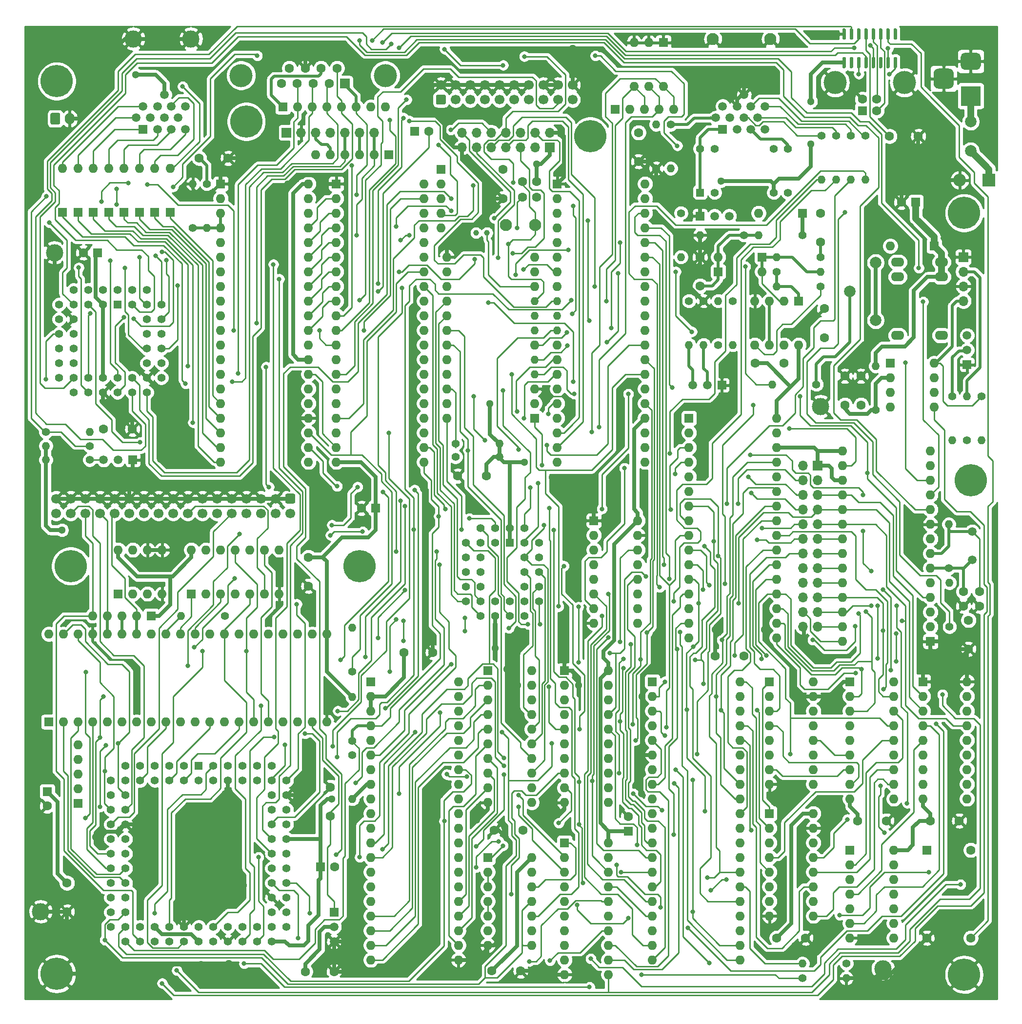
<source format=gbl>
%TF.GenerationSoftware,KiCad,Pcbnew,(5.1.12)-1*%
%TF.CreationDate,2023-01-19T18:01:59+01:00*%
%TF.ProjectId,TELESTRAT2,54454c45-5354-4524-9154-322e6b696361,2.0*%
%TF.SameCoordinates,PX1312d00PYe2accf0*%
%TF.FileFunction,Copper,L2,Bot*%
%TF.FilePolarity,Positive*%
%FSLAX46Y46*%
G04 Gerber Fmt 4.6, Leading zero omitted, Abs format (unit mm)*
G04 Created by KiCad (PCBNEW (5.1.12)-1) date 2023-01-19 18:01:59*
%MOMM*%
%LPD*%
G01*
G04 APERTURE LIST*
%TA.AperFunction,ComponentPad*%
%ADD10C,1.600000*%
%TD*%
%TA.AperFunction,ComponentPad*%
%ADD11O,1.600000X1.600000*%
%TD*%
%TA.AperFunction,ComponentPad*%
%ADD12R,1.600000X1.600000*%
%TD*%
%TA.AperFunction,ComponentPad*%
%ADD13C,4.000000*%
%TD*%
%TA.AperFunction,ComponentPad*%
%ADD14C,2.000000*%
%TD*%
%TA.AperFunction,ComponentPad*%
%ADD15C,1.000000*%
%TD*%
%TA.AperFunction,ComponentPad*%
%ADD16C,2.100000*%
%TD*%
%TA.AperFunction,ComponentPad*%
%ADD17O,1.400000X1.400000*%
%TD*%
%TA.AperFunction,ComponentPad*%
%ADD18C,1.400000*%
%TD*%
%TA.AperFunction,ComponentPad*%
%ADD19C,1.422400*%
%TD*%
%TA.AperFunction,ComponentPad*%
%ADD20R,1.422400X1.422400*%
%TD*%
%TA.AperFunction,ComponentPad*%
%ADD21C,3.000000*%
%TD*%
%TA.AperFunction,ComponentPad*%
%ADD22O,1.700000X1.700000*%
%TD*%
%TA.AperFunction,ComponentPad*%
%ADD23R,1.700000X1.700000*%
%TD*%
%TA.AperFunction,ComponentPad*%
%ADD24C,5.600000*%
%TD*%
%TA.AperFunction,ComponentPad*%
%ADD25R,1.500000X1.500000*%
%TD*%
%TA.AperFunction,ComponentPad*%
%ADD26C,1.500000*%
%TD*%
%TA.AperFunction,ComponentPad*%
%ADD27R,1.508000X1.508000*%
%TD*%
%TA.AperFunction,ComponentPad*%
%ADD28C,1.508000*%
%TD*%
%TA.AperFunction,ComponentPad*%
%ADD29O,2.300000X1.600000*%
%TD*%
%TA.AperFunction,ComponentPad*%
%ADD30O,1.700000X2.000000*%
%TD*%
%TA.AperFunction,ComponentPad*%
%ADD31O,2.200000X2.200000*%
%TD*%
%TA.AperFunction,ComponentPad*%
%ADD32R,2.200000X2.200000*%
%TD*%
%TA.AperFunction,ComponentPad*%
%ADD33R,1.400000X1.400000*%
%TD*%
%TA.AperFunction,ComponentPad*%
%ADD34R,3.500000X3.500000*%
%TD*%
%TA.AperFunction,ComponentPad*%
%ADD35C,1.700000*%
%TD*%
%TA.AperFunction,ViaPad*%
%ADD36C,1.300000*%
%TD*%
%TA.AperFunction,ViaPad*%
%ADD37C,0.800000*%
%TD*%
%TA.AperFunction,Conductor*%
%ADD38C,0.700000*%
%TD*%
%TA.AperFunction,Conductor*%
%ADD39C,0.500000*%
%TD*%
%TA.AperFunction,Conductor*%
%ADD40C,0.250000*%
%TD*%
%TA.AperFunction,Conductor*%
%ADD41C,1.200000*%
%TD*%
%TA.AperFunction,Conductor*%
%ADD42C,0.254000*%
%TD*%
%TA.AperFunction,Conductor*%
%ADD43C,0.100000*%
%TD*%
G04 APERTURE END LIST*
D10*
%TO.P,C36,2*%
%TO.N,Net-(C36-Pad2)*%
X145735000Y103701000D03*
%TO.P,C36,1*%
%TO.N,GND*%
X145735000Y108701000D03*
%TD*%
%TO.P,C35,2*%
%TO.N,/~RESET*%
X53660000Y32407000D03*
%TO.P,C35,1*%
%TO.N,GND*%
X53660000Y37407000D03*
%TD*%
D11*
%TO.P,RN5,5*%
%TO.N,/~RD_RTC*%
X9845000Y44773000D03*
%TO.P,RN5,4*%
%TO.N,/~WR_RTC*%
X9845000Y42233000D03*
%TO.P,RN5,3*%
%TO.N,/FDC_IRQ*%
X9845000Y39693000D03*
%TO.P,RN5,2*%
%TO.N,/FDC_DRQ*%
X9845000Y37153000D03*
D12*
%TO.P,RN5,1*%
%TO.N,VCC*%
X9845000Y34613000D03*
%TD*%
D10*
%TO.P,C28,2*%
%TO.N,GND*%
X105349000Y32287000D03*
D12*
%TO.P,C28,1*%
%TO.N,VCC*%
X105349000Y29787000D03*
%TD*%
D10*
%TO.P,C2,2*%
%TO.N,GND*%
X166309000Y68816000D03*
%TO.P,C2,1*%
%TO.N,Net-(C2-Pad1)*%
X166309000Y71316000D03*
%TD*%
D13*
%TO.P,J6,5*%
%TO.N,GND*%
X141239000Y159615000D03*
X153239000Y159615000D03*
D10*
%TO.P,J6,4*%
X145989000Y156755000D03*
%TO.P,J6,3*%
%TO.N,Net-(J6-Pad3)*%
X148489000Y156755000D03*
%TO.P,J6,2*%
%TO.N,Net-(J6-Pad2)*%
X148489000Y154755000D03*
D12*
%TO.P,J6,1*%
%TO.N,Net-(J6-Pad1)*%
X145989000Y154755000D03*
%TD*%
D10*
%TO.P,C32,2*%
%TO.N,VCC*%
X89474000Y139769000D03*
%TO.P,C32,1*%
%TO.N,Net-(C32-Pad1)*%
X86974000Y139769000D03*
%TD*%
D11*
%TO.P,SW1,6*%
%TO.N,/MODE3*%
X111445000Y158946000D03*
%TO.P,SW1,3*%
%TO.N,GND*%
X106365000Y166566000D03*
%TO.P,SW1,5*%
%TO.N,/MODE2*%
X108905000Y158946000D03*
%TO.P,SW1,2*%
%TO.N,GND*%
X108905000Y166566000D03*
%TO.P,SW1,4*%
%TO.N,/MODE1*%
X106365000Y158946000D03*
D12*
%TO.P,SW1,1*%
%TO.N,GND*%
X111445000Y166566000D03*
%TD*%
D14*
%TO.P,BT1,2*%
%TO.N,Net-(BT1-Pad2)*%
X143775000Y123386000D03*
%TO.P,BT1,1*%
%TO.N,VCC*%
X148275000Y118386000D03*
X148275000Y128386000D03*
%TD*%
D15*
%TO.P,Y2,2*%
%TO.N,Net-(C31-Pad1)*%
X78938000Y133546000D03*
%TO.P,Y2,1*%
%TO.N,Net-(C32-Pad1)*%
X80838000Y133546000D03*
%TD*%
D16*
%TO.P,C31,1*%
%TO.N,Net-(C31-Pad1)*%
X84140000Y134943000D03*
%TO.P,C31,2*%
%TO.N,Net-(C31-Pad2)*%
X89220000Y134943000D03*
%TD*%
D17*
%TO.P,R35,2*%
%TO.N,-BATT*%
X130368000Y107257000D03*
D18*
%TO.P,R35,1*%
%TO.N,Net-(BT1-Pad2)*%
X137988000Y107257000D03*
%TD*%
D10*
%TO.P,C33,2*%
%TO.N,VCC*%
X89474000Y142436000D03*
%TO.P,C33,1*%
%TO.N,Net-(C31-Pad2)*%
X86974000Y142436000D03*
%TD*%
D11*
%TO.P,U27,24*%
%TO.N,/~RD_RTC*%
X73853000Y101415000D03*
%TO.P,U27,12*%
%TO.N,Net-(U27-Pad12)*%
X89093000Y129355000D03*
%TO.P,U27,23*%
%TO.N,VCC*%
X73853000Y103955000D03*
%TO.P,U27,11*%
%TO.N,Net-(U27-Pad11)*%
X89093000Y126815000D03*
%TO.P,U27,22*%
%TO.N,/D7*%
X73853000Y106495000D03*
%TO.P,U27,10*%
%TO.N,Net-(C32-Pad1)*%
X89093000Y124275000D03*
%TO.P,U27,21*%
%TO.N,/D6*%
X73853000Y109035000D03*
D17*
%TO.P,U27,9*%
%TO.N,Net-(C31-Pad2)*%
X89093000Y121735000D03*
D11*
%TO.P,U27,20*%
%TO.N,/D5*%
X73853000Y111575000D03*
D17*
%TO.P,U27,8*%
%TO.N,/A0*%
X89093000Y119195000D03*
D11*
%TO.P,U27,19*%
%TO.N,/D4*%
X73853000Y114115000D03*
D17*
%TO.P,U27,7*%
%TO.N,/A1*%
X89093000Y116655000D03*
D11*
%TO.P,U27,18*%
%TO.N,/D3*%
X73853000Y116655000D03*
%TO.P,U27,6*%
%TO.N,/A2*%
X89093000Y114115000D03*
%TO.P,U27,17*%
%TO.N,/D2*%
X73853000Y119195000D03*
D17*
%TO.P,U27,5*%
%TO.N,/A3*%
X89093000Y111575000D03*
D11*
%TO.P,U27,16*%
%TO.N,/D1*%
X73853000Y121735000D03*
D17*
%TO.P,U27,4*%
%TO.N,/A4*%
X89093000Y109035000D03*
D11*
%TO.P,U27,15*%
%TO.N,/D0*%
X73853000Y124275000D03*
%TO.P,U27,3*%
%TO.N,GND*%
X89093000Y106495000D03*
%TO.P,U27,14*%
%TO.N,-BATT*%
X73853000Y126815000D03*
%TO.P,U27,2*%
%TO.N,VCC*%
X89093000Y103955000D03*
%TO.P,U27,13*%
%TO.N,GND*%
X73853000Y129355000D03*
D12*
%TO.P,U27,1*%
%TO.N,/~WR_RTC*%
X89093000Y101415000D03*
%TD*%
D11*
%TO.P,U6,40*%
%TO.N,/~ACK*%
X69916000Y142055000D03*
%TO.P,U6,20*%
%TO.N,VCC*%
X54676000Y93795000D03*
%TO.P,U6,39*%
%TO.N,Net-(U11-Pad29)*%
X69916000Y139515000D03*
%TO.P,U6,19*%
%TO.N,Net-(U11-Pad27)*%
X54676000Y96335000D03*
%TO.P,U6,38*%
%TO.N,/A0*%
X69916000Y136975000D03*
%TO.P,U6,18*%
%TO.N,/K7_IN*%
X54676000Y98875000D03*
%TO.P,U6,37*%
%TO.N,/A1*%
X69916000Y134435000D03*
%TO.P,U6,17*%
%TO.N,/K7_OUT*%
X54676000Y101415000D03*
%TO.P,U6,36*%
%TO.N,/A2*%
X69916000Y131895000D03*
%TO.P,U6,16*%
%TO.N,/REMOTE*%
X54676000Y103955000D03*
%TO.P,U6,35*%
%TO.N,/A3*%
X69916000Y129355000D03*
%TO.P,U6,15*%
%TO.N,Net-(U6-Pad15)*%
X54676000Y106495000D03*
%TO.P,U6,34*%
%TO.N,/~RESET*%
X69916000Y126815000D03*
%TO.P,U6,14*%
%TO.N,/~STB*%
X54676000Y109035000D03*
%TO.P,U6,33*%
%TO.N,/D0*%
X69916000Y124275000D03*
%TO.P,U6,13*%
%TO.N,/KBD_D*%
X54676000Y111575000D03*
%TO.P,U6,32*%
%TO.N,/D1*%
X69916000Y121735000D03*
%TO.P,U6,12*%
%TO.N,/KBD_AD2*%
X54676000Y114115000D03*
%TO.P,U6,31*%
%TO.N,/D2*%
X69916000Y119195000D03*
%TO.P,U6,11*%
%TO.N,/KBD_AD1*%
X54676000Y116655000D03*
%TO.P,U6,30*%
%TO.N,/D3*%
X69916000Y116655000D03*
%TO.P,U6,10*%
%TO.N,/KBD_AD0*%
X54676000Y119195000D03*
%TO.P,U6,29*%
%TO.N,/D4*%
X69916000Y114115000D03*
%TO.P,U6,9*%
%TO.N,/PA7*%
X54676000Y121735000D03*
%TO.P,U6,28*%
%TO.N,/D5*%
X69916000Y111575000D03*
%TO.P,U6,8*%
%TO.N,/PA6*%
X54676000Y124275000D03*
%TO.P,U6,27*%
%TO.N,/D6*%
X69916000Y109035000D03*
%TO.P,U6,7*%
%TO.N,/PA5*%
X54676000Y126815000D03*
%TO.P,U6,26*%
%TO.N,/D7*%
X69916000Y106495000D03*
%TO.P,U6,6*%
%TO.N,/PA4*%
X54676000Y129355000D03*
%TO.P,U6,25*%
%TO.N,/PHI2*%
X69916000Y103955000D03*
%TO.P,U6,5*%
%TO.N,/PA3*%
X54676000Y131895000D03*
%TO.P,U6,24*%
%TO.N,VCC*%
X69916000Y101415000D03*
%TO.P,U6,4*%
%TO.N,/PA2*%
X54676000Y134435000D03*
%TO.P,U6,23*%
%TO.N,/~VIA1*%
X69916000Y98875000D03*
%TO.P,U6,3*%
%TO.N,/PA1*%
X54676000Y136975000D03*
%TO.P,U6,22*%
%TO.N,/R_~W*%
X69916000Y96335000D03*
%TO.P,U6,2*%
%TO.N,/PA0*%
X54676000Y139515000D03*
%TO.P,U6,21*%
%TO.N,/~IRQ*%
X69916000Y93795000D03*
D12*
%TO.P,U6,1*%
%TO.N,GND*%
X54676000Y142055000D03*
%TD*%
D17*
%TO.P,R6,2*%
%TO.N,Net-(C2-Pad1)*%
X160975000Y83000000D03*
D18*
%TO.P,R6,1*%
%TO.N,Net-(C1-Pad1)*%
X160975000Y75380000D03*
%TD*%
D10*
%TO.P,C1,2*%
%TO.N,GND*%
X163515000Y68816000D03*
%TO.P,C1,1*%
%TO.N,Net-(C1-Pad1)*%
X163515000Y71316000D03*
%TD*%
D11*
%TO.P,D7,2*%
%TO.N,/COL5*%
X25847000Y144722000D03*
D12*
%TO.P,D7,1*%
%TO.N,Net-(D7-Pad1)*%
X25847000Y137102000D03*
%TD*%
D17*
%TO.P,R10,2*%
%TO.N,GND*%
X29784000Y142055000D03*
D18*
%TO.P,R10,1*%
%TO.N,Net-(R10-Pad1)*%
X29784000Y134435000D03*
%TD*%
D11*
%TO.P,D8,2*%
%TO.N,/COL7*%
X9845000Y144722000D03*
D12*
%TO.P,D8,1*%
%TO.N,Net-(D8-Pad1)*%
X9845000Y137102000D03*
%TD*%
D11*
%TO.P,D6,2*%
%TO.N,/COL3*%
X20513000Y144722000D03*
D12*
%TO.P,D6,1*%
%TO.N,Net-(D6-Pad1)*%
X20513000Y137102000D03*
%TD*%
D11*
%TO.P,D5,2*%
%TO.N,/COL1*%
X15179000Y144722000D03*
D12*
%TO.P,D5,1*%
%TO.N,Net-(D5-Pad1)*%
X15179000Y137102000D03*
%TD*%
D11*
%TO.P,D4,2*%
%TO.N,/COL6*%
X7178000Y144722000D03*
D12*
%TO.P,D4,1*%
%TO.N,Net-(D4-Pad1)*%
X7178000Y137102000D03*
%TD*%
D11*
%TO.P,D3,2*%
%TO.N,/COL4*%
X23180000Y144722000D03*
D12*
%TO.P,D3,1*%
%TO.N,Net-(D3-Pad1)*%
X23180000Y137102000D03*
%TD*%
D11*
%TO.P,D2,2*%
%TO.N,/COL2*%
X17846000Y144722000D03*
D12*
%TO.P,D2,1*%
%TO.N,Net-(D2-Pad1)*%
X17846000Y137102000D03*
%TD*%
D11*
%TO.P,D1,2*%
%TO.N,/COL0*%
X12512000Y144722000D03*
D12*
%TO.P,D1,1*%
%TO.N,Net-(D1-Pad1)*%
X12512000Y137102000D03*
%TD*%
D10*
%TO.P,C27,2*%
%TO.N,GND*%
X54422000Y23564000D03*
D12*
%TO.P,C27,1*%
%TO.N,VCC*%
X51922000Y23564000D03*
%TD*%
D10*
%TO.P,C26,2*%
%TO.N,GND*%
X59034000Y85794000D03*
D12*
%TO.P,C26,1*%
%TO.N,VCC*%
X61534000Y85794000D03*
%TD*%
D19*
%TO.P,U16,72*%
%TO.N,GND*%
X46040000Y36010000D03*
%TO.P,U16,70*%
%TO.N,Net-(U16-Pad70)*%
X46040000Y33470000D03*
%TO.P,U16,68*%
%TO.N,/MODE3*%
X46040000Y30930000D03*
%TO.P,U16,66*%
%TO.N,VCC*%
X46040000Y28390000D03*
%TO.P,U16,64*%
%TO.N,/PA0_2*%
X46040000Y25850000D03*
%TO.P,U16,62*%
%TO.N,Net-(U16-Pad62)*%
X46040000Y23310000D03*
%TO.P,U16,60*%
%TO.N,/D5*%
X46040000Y20770000D03*
%TO.P,U16,58*%
%TO.N,/D4*%
X46040000Y18230000D03*
%TO.P,U16,56*%
%TO.N,/D2*%
X46040000Y15690000D03*
%TO.P,U16,54*%
%TO.N,/D0*%
X46040000Y13150000D03*
%TO.P,U16,73*%
%TO.N,Net-(U16-Pad73)*%
X43500000Y36010000D03*
%TO.P,U16,71*%
%TO.N,Net-(U16-Pad71)*%
X43500000Y33470000D03*
%TO.P,U16,69*%
%TO.N,Net-(U16-Pad69)*%
X43500000Y30930000D03*
%TO.P,U16,67*%
%TO.N,/PA2_2*%
X43500000Y28390000D03*
%TO.P,U16,65*%
%TO.N,/PA1_2*%
X43500000Y25850000D03*
%TO.P,U16,63*%
%TO.N,/D7*%
X43500000Y23310000D03*
%TO.P,U16,61*%
%TO.N,/D6*%
X43500000Y20770000D03*
%TO.P,U16,59*%
%TO.N,GND*%
X43500000Y18230000D03*
%TO.P,U16,57*%
%TO.N,/D3*%
X43500000Y15690000D03*
%TO.P,U16,55*%
%TO.N,/D1*%
X43500000Y13150000D03*
%TO.P,U16,53*%
%TO.N,VCC*%
X43500000Y10610000D03*
%TO.P,U16,51*%
%TO.N,/A7*%
X40960000Y10610000D03*
%TO.P,U16,49*%
%TO.N,/A5*%
X38420000Y10610000D03*
%TO.P,U16,47*%
%TO.N,GND*%
X35880000Y10610000D03*
%TO.P,U16,45*%
%TO.N,/A2*%
X33340000Y10610000D03*
%TO.P,U16,43*%
%TO.N,VCC*%
X30800000Y10610000D03*
%TO.P,U16,41*%
%TO.N,/STEP*%
X28260000Y10610000D03*
%TO.P,U16,39*%
%TO.N,/HLT*%
X25720000Y10610000D03*
%TO.P,U16,37*%
%TO.N,/RST*%
X23180000Y10610000D03*
%TO.P,U16,35*%
%TO.N,/RD_DATA*%
X20640000Y10610000D03*
%TO.P,U16,33*%
%TO.N,/~IRQ*%
X18100000Y10610000D03*
%TO.P,U16,52*%
%TO.N,/~I_O*%
X40960000Y13150000D03*
%TO.P,U16,50*%
%TO.N,/A6*%
X38420000Y13150000D03*
%TO.P,U16,48*%
%TO.N,/A4*%
X35880000Y13150000D03*
%TO.P,U16,46*%
%TO.N,/A3*%
X33340000Y13150000D03*
%TO.P,U16,44*%
%TO.N,/A13*%
X30800000Y13150000D03*
%TO.P,U16,42*%
%TO.N,GND*%
X28260000Y13150000D03*
%TO.P,U16,40*%
%TO.N,/HLD*%
X25720000Y13150000D03*
%TO.P,U16,38*%
%TO.N,VCC*%
X23180000Y13150000D03*
%TO.P,U16,36*%
%TO.N,/RDB*%
X20640000Y13150000D03*
%TO.P,U16,34*%
%TO.N,/R_~W*%
X18100000Y13150000D03*
%TO.P,U16,32*%
%TO.N,GND*%
X15560000Y13150000D03*
%TO.P,U16,30*%
%TO.N,/CLK_4MHz*%
X15560000Y15690000D03*
%TO.P,U16,28*%
%TO.N,/CLK_1MHz*%
X15560000Y18230000D03*
%TO.P,U16,26*%
%TO.N,VCC*%
X15560000Y20770000D03*
%TO.P,U16,24*%
%TO.N,/RE*%
X15560000Y23310000D03*
%TO.P,U16,22*%
%TO.N,/~RD_RTC*%
X15560000Y25850000D03*
%TO.P,U16,20*%
%TO.N,/~DS1*%
X15560000Y28390000D03*
%TO.P,U16,18*%
%TO.N,/~DS0*%
X15560000Y30930000D03*
%TO.P,U16,16*%
%TO.N,/FDC_DRQ*%
X15560000Y33470000D03*
%TO.P,U16,14*%
%TO.N,Net-(U16-Pad14)*%
X15560000Y36010000D03*
%TO.P,U16,12*%
%TO.N,/DF0*%
X15560000Y38550000D03*
%TO.P,U16,31*%
%TO.N,/PHI2*%
X18100000Y15690000D03*
%TO.P,U16,29*%
%TO.N,/~MAP*%
X18100000Y18230000D03*
%TO.P,U16,27*%
%TO.N,/WE*%
X18100000Y20770000D03*
%TO.P,U16,25*%
%TO.N,/~FDC*%
X18100000Y23310000D03*
%TO.P,U16,23*%
%TO.N,Net-(U16-Pad23)*%
X18100000Y25850000D03*
%TO.P,U16,21*%
%TO.N,/~WR_RTC*%
X18100000Y28390000D03*
%TO.P,U16,19*%
%TO.N,GND*%
X18100000Y30930000D03*
%TO.P,U16,17*%
%TO.N,/SIDE*%
X18100000Y33470000D03*
%TO.P,U16,15*%
%TO.N,/FDC_IRQ*%
X18100000Y36010000D03*
%TO.P,U16,13*%
%TO.N,VCC*%
X18100000Y38550000D03*
%TO.P,U16,75*%
%TO.N,Net-(U16-Pad75)*%
X43500000Y41090000D03*
%TO.P,U16,77*%
%TO.N,/MODE1*%
X40960000Y41090000D03*
%TO.P,U16,79*%
%TO.N,/~VIA1*%
X38420000Y41090000D03*
%TO.P,U16,81*%
%TO.N,/~ACIA*%
X35880000Y41090000D03*
%TO.P,U16,83*%
%TO.N,/CLK_12MHz*%
X33340000Y41090000D03*
%TO.P,U16,11*%
%TO.N,/DF1*%
X18100000Y41090000D03*
%TO.P,U16,9*%
%TO.N,/DF3*%
X20640000Y41090000D03*
%TO.P,U16,7*%
%TO.N,GND*%
X23180000Y41090000D03*
%TO.P,U16,5*%
%TO.N,/DF6*%
X25720000Y41090000D03*
%TO.P,U16,3*%
%TO.N,VCC*%
X28260000Y41090000D03*
D20*
%TO.P,U16,1*%
%TO.N,/A14*%
X30800000Y41090000D03*
D19*
%TO.P,U16,74*%
%TO.N,Net-(U16-Pad74)*%
X46040000Y38550000D03*
%TO.P,U16,76*%
%TO.N,/~RESET*%
X43500000Y38550000D03*
%TO.P,U16,78*%
%TO.N,VCC*%
X40960000Y38550000D03*
%TO.P,U16,80*%
%TO.N,/~VIA2*%
X38420000Y38550000D03*
%TO.P,U16,82*%
%TO.N,GND*%
X35880000Y38550000D03*
%TO.P,U16,84*%
%TO.N,/MODE2*%
X33340000Y38550000D03*
%TO.P,U16,10*%
%TO.N,/DF2*%
X20640000Y38550000D03*
%TO.P,U16,8*%
%TO.N,/DF4*%
X23180000Y38550000D03*
%TO.P,U16,6*%
%TO.N,/DF5*%
X25720000Y38550000D03*
%TO.P,U16,4*%
%TO.N,/DF7*%
X28260000Y38550000D03*
%TO.P,U16,2*%
%TO.N,/A15*%
X30800000Y38550000D03*
%TD*%
D17*
%TO.P,R4,2*%
%TO.N,VCC*%
X57470000Y65093000D03*
D18*
%TO.P,R4,1*%
%TO.N,/~RESET*%
X57470000Y57473000D03*
%TD*%
D21*
%TO.P,J1,1*%
%TO.N,GND*%
X138750000Y103447000D03*
%TD*%
%TO.P,J3,1*%
%TO.N,GND*%
X5781000Y130117000D03*
%TD*%
%TO.P,J2,1*%
%TO.N,GND*%
X149545000Y5911000D03*
%TD*%
%TO.P,J4,1*%
%TO.N,GND*%
X3368000Y15817000D03*
%TD*%
D11*
%TO.P,RN4,5*%
%TO.N,/MODE3*%
X113223000Y155009000D03*
%TO.P,RN4,4*%
%TO.N,/MODE2*%
X110683000Y155009000D03*
%TO.P,RN4,3*%
%TO.N,/MODE1*%
X108143000Y155009000D03*
%TO.P,RN4,2*%
%TO.N,Net-(RN4-Pad2)*%
X105603000Y155009000D03*
D12*
%TO.P,RN4,1*%
%TO.N,VCC*%
X103063000Y155009000D03*
%TD*%
D17*
%TO.P,R8,2*%
%TO.N,VCC*%
X4257000Y94176000D03*
D18*
%TO.P,R8,1*%
%TO.N,/KBD_D*%
X11877000Y94176000D03*
%TD*%
D22*
%TO.P,J10,24*%
%TO.N,GND*%
X135702000Y65220000D03*
%TO.P,J10,23*%
%TO.N,/PHI2*%
X138242000Y65220000D03*
%TO.P,J10,22*%
%TO.N,/R_~W*%
X135702000Y67760000D03*
%TO.P,J10,21*%
%TO.N,/~IRQ*%
X138242000Y67760000D03*
%TO.P,J10,20*%
%TO.N,/A0*%
X135702000Y70300000D03*
%TO.P,J10,19*%
%TO.N,/D7*%
X138242000Y70300000D03*
%TO.P,J10,18*%
%TO.N,/A1*%
X135702000Y72840000D03*
%TO.P,J10,17*%
%TO.N,/D6*%
X138242000Y72840000D03*
%TO.P,J10,16*%
%TO.N,/A2*%
X135702000Y75380000D03*
%TO.P,J10,15*%
%TO.N,/D5*%
X138242000Y75380000D03*
%TO.P,J10,14*%
%TO.N,/A3*%
X135702000Y77920000D03*
%TO.P,J10,13*%
%TO.N,/D4*%
X138242000Y77920000D03*
%TO.P,J10,12*%
%TO.N,/A4*%
X135702000Y80460000D03*
%TO.P,J10,11*%
%TO.N,/D3*%
X138242000Y80460000D03*
%TO.P,J10,10*%
%TO.N,/A5*%
X135702000Y83000000D03*
%TO.P,J10,9*%
%TO.N,/D2*%
X138242000Y83000000D03*
%TO.P,J10,8*%
%TO.N,/A6*%
X135702000Y85540000D03*
%TO.P,J10,7*%
%TO.N,/D1*%
X138242000Y85540000D03*
%TO.P,J10,6*%
%TO.N,/A7*%
X135702000Y88080000D03*
%TO.P,J10,5*%
%TO.N,/D0*%
X138242000Y88080000D03*
%TO.P,J10,4*%
%TO.N,/~I_O*%
X135702000Y90620000D03*
%TO.P,J10,3*%
%TO.N,/~RESET*%
X138242000Y90620000D03*
%TO.P,J10,2*%
%TO.N,/SOUND*%
X135702000Y93160000D03*
D23*
%TO.P,J10,1*%
%TO.N,VCC*%
X138242000Y93160000D03*
%TD*%
D24*
%TO.P,H5,1*%
%TO.N,N/C*%
X164785000Y90620000D03*
%TD*%
D19*
%TO.P,U18,29*%
%TO.N,Net-(U16-Pad73)*%
X89855000Y79825000D03*
%TO.P,U18,27*%
%TO.N,/A8*%
X89855000Y77285000D03*
%TO.P,U18,25*%
%TO.N,/A11*%
X89855000Y74745000D03*
%TO.P,U18,23*%
%TO.N,/A10*%
X89855000Y72205000D03*
%TO.P,U18,28*%
%TO.N,/A13*%
X87315000Y77285000D03*
%TO.P,U18,26*%
%TO.N,/A9*%
X87315000Y74745000D03*
%TO.P,U18,24*%
%TO.N,Net-(U17-Pad8)*%
X87315000Y72205000D03*
%TO.P,U18,22*%
%TO.N,Net-(U16-Pad70)*%
X87315000Y69665000D03*
%TO.P,U18,20*%
%TO.N,/D6*%
X87315000Y67125000D03*
%TO.P,U18,18*%
%TO.N,/D4*%
X84775000Y67125000D03*
%TO.P,U18,16*%
%TO.N,GND*%
X82235000Y67125000D03*
%TO.P,U18,14*%
%TO.N,/D1*%
X79695000Y67125000D03*
%TO.P,U18,21*%
%TO.N,/D7*%
X89855000Y69665000D03*
%TO.P,U18,19*%
%TO.N,/D5*%
X84775000Y69665000D03*
%TO.P,U18,17*%
%TO.N,/D3*%
X82235000Y69665000D03*
%TO.P,U18,15*%
%TO.N,/D2*%
X79695000Y69665000D03*
%TO.P,U18,13*%
%TO.N,/D0*%
X77155000Y69665000D03*
%TO.P,U18,11*%
%TO.N,/A1*%
X77155000Y72205000D03*
%TO.P,U18,9*%
%TO.N,/A3*%
X77155000Y74745000D03*
%TO.P,U18,7*%
%TO.N,/A5*%
X77155000Y77285000D03*
%TO.P,U18,5*%
%TO.N,/A7*%
X77155000Y79825000D03*
%TO.P,U18,12*%
%TO.N,/A0*%
X79695000Y72205000D03*
%TO.P,U18,10*%
%TO.N,/A2*%
X79695000Y74745000D03*
%TO.P,U18,8*%
%TO.N,/A4*%
X79695000Y77285000D03*
%TO.P,U18,6*%
%TO.N,/A6*%
X79695000Y79825000D03*
%TO.P,U18,30*%
%TO.N,/MODE2*%
X87315000Y82365000D03*
%TO.P,U18,32*%
%TO.N,VCC*%
X84775000Y82365000D03*
%TO.P,U18,4*%
%TO.N,/A12*%
X79695000Y82365000D03*
%TO.P,U18,2*%
%TO.N,/MODE1*%
X82235000Y82365000D03*
%TO.P,U18,31*%
%TO.N,/MODE3*%
X87315000Y79825000D03*
%TO.P,U18,3*%
%TO.N,Net-(U16-Pad74)*%
X82235000Y79825000D03*
D20*
%TO.P,U18,1*%
%TO.N,VCC*%
X84775000Y79825000D03*
%TD*%
D22*
%TO.P,J5,14*%
%TO.N,/BAUD_RATE*%
X76520000Y150945000D03*
%TO.P,J5,13*%
%TO.N,GND*%
X76520000Y148405000D03*
%TO.P,J5,12*%
%TO.N,/DAT_OUT*%
X79060000Y150945000D03*
%TO.P,J5,11*%
%TO.N,Net-(J5-Pad11)*%
X79060000Y148405000D03*
%TO.P,J5,10*%
%TO.N,/DAT_IN*%
X81600000Y150945000D03*
%TO.P,J5,9*%
%TO.N,Net-(J5-Pad9)*%
X81600000Y148405000D03*
%TO.P,J5,8*%
%TO.N,/CARRIER*%
X84140000Y150945000D03*
%TO.P,J5,7*%
%TO.N,Net-(J5-Pad7)*%
X84140000Y148405000D03*
%TO.P,J5,6*%
%TO.N,Net-(J5-Pad6)*%
X86680000Y150945000D03*
%TO.P,J5,5*%
%TO.N,/~NMI*%
X86680000Y148405000D03*
%TO.P,J5,4*%
%TO.N,Net-(J5-Pad4)*%
X89220000Y150945000D03*
%TO.P,J5,3*%
%TO.N,Net-(J5-Pad3)*%
X89220000Y148405000D03*
%TO.P,J5,2*%
%TO.N,GND*%
X91760000Y150945000D03*
D23*
%TO.P,J5,1*%
%TO.N,VCC*%
X91760000Y148405000D03*
%TD*%
D11*
%TO.P,RN1,5*%
%TO.N,/BAUD_RATE*%
X72837000Y134435000D03*
%TO.P,RN1,4*%
%TO.N,/DAT_IN*%
X72837000Y136975000D03*
%TO.P,RN1,3*%
%TO.N,/CARRIER*%
X72837000Y139515000D03*
%TO.P,RN1,2*%
%TO.N,/~ACK*%
X72837000Y142055000D03*
D12*
%TO.P,RN1,1*%
%TO.N,VCC*%
X72837000Y144595000D03*
%TD*%
D24*
%TO.P,H6,1*%
%TO.N,GND*%
X6162000Y5022000D03*
%TD*%
%TO.P,H9,1*%
%TO.N,GND*%
X163642000Y4895000D03*
%TD*%
D17*
%TO.P,R15,2*%
%TO.N,+5V*%
X148275000Y110432000D03*
D18*
%TO.P,R15,1*%
%TO.N,VCCQ*%
X148275000Y102812000D03*
%TD*%
D10*
%TO.P,C15,2*%
%TO.N,VCCQ*%
X142941000Y103701000D03*
%TO.P,C15,1*%
%TO.N,GND*%
X142941000Y108701000D03*
%TD*%
D13*
%TO.P,J12,0*%
%TO.N,N/C*%
X38166000Y160851000D03*
X63160000Y160851000D03*
D10*
%TO.P,J12,9*%
%TO.N,/TIR3*%
X46505000Y162121000D03*
%TO.P,J12,8*%
%TO.N,GND*%
X49275000Y162121000D03*
%TO.P,J12,7*%
%TO.N,VCC*%
X52045000Y162121000D03*
%TO.P,J12,6*%
%TO.N,Net-(J12-Pad6)*%
X54815000Y162121000D03*
%TO.P,J12,5*%
%TO.N,/TIR2*%
X45120000Y159454000D03*
%TO.P,J12,4*%
%TO.N,Net-(J12-Pad4)*%
X47890000Y159454000D03*
%TO.P,J12,3*%
%TO.N,Net-(J12-Pad3)*%
X50660000Y159454000D03*
%TO.P,J12,2*%
%TO.N,Net-(J12-Pad2)*%
X53430000Y159454000D03*
D23*
%TO.P,J12,1*%
%TO.N,Net-(J12-Pad1)*%
X56200000Y159454000D03*
%TD*%
D25*
%TO.P,Q4,1*%
%TO.N,GND*%
X121605000Y107130000D03*
D26*
%TO.P,Q4,3*%
%TO.N,/K7_IN*%
X116525000Y107130000D03*
%TO.P,Q4,2*%
%TO.N,Net-(Q4-Pad2)*%
X119065000Y107130000D03*
%TD*%
D25*
%TO.P,Q3,1*%
%TO.N,GND*%
X117795000Y136467000D03*
D26*
%TO.P,Q3,3*%
%TO.N,Net-(D11-Pad2)*%
X122875000Y136467000D03*
%TO.P,Q3,2*%
%TO.N,Net-(Q3-Pad2)*%
X120335000Y136467000D03*
%TD*%
D25*
%TO.P,Q2,1*%
%TO.N,GND*%
X164150000Y110686000D03*
D26*
%TO.P,Q2,3*%
%TO.N,Net-(D9-Pad2)*%
X164150000Y115766000D03*
%TO.P,Q2,2*%
%TO.N,Net-(Q2-Pad2)*%
X164150000Y113226000D03*
%TD*%
D16*
%TO.P,J14,E2*%
%TO.N,GND*%
X120034000Y167201000D03*
%TO.P,J14,E1*%
X130034000Y167201000D03*
D27*
%TO.P,J14,1*%
%TO.N,Net-(J14-Pad1)*%
X121734000Y151501000D03*
D28*
%TO.P,J14,2*%
%TO.N,VCC*%
X124234000Y151501000D03*
%TO.P,J14,3*%
%TO.N,Net-(J14-Pad3)*%
X126634000Y151501000D03*
%TO.P,J14,4*%
%TO.N,/IN*%
X129034000Y151501000D03*
%TO.P,J14,5*%
%TO.N,/OUT*%
X120534000Y153501000D03*
%TO.P,J14,6*%
%TO.N,Net-(J14-Pad6)*%
X122934000Y153501000D03*
%TO.P,J14,7*%
%TO.N,Net-(J14-Pad7)*%
X125434000Y153501000D03*
%TO.P,J14,8*%
%TO.N,Net-(J14-Pad8)*%
X127834000Y153501000D03*
%TO.P,J14,9*%
%TO.N,/SOUND*%
X121734000Y155501000D03*
%TO.P,J14,10*%
%TO.N,GND*%
X124234000Y155501000D03*
%TO.P,J14,11*%
%TO.N,Net-(J14-Pad11)*%
X126634000Y155501000D03*
%TO.P,J14,12*%
%TO.N,Net-(J14-Pad12)*%
X129034000Y155501000D03*
%TO.P,J14,13*%
%TO.N,GND*%
X125434000Y157501000D03*
%TD*%
D21*
%TO.P,J8,E2*%
%TO.N,GND*%
X19450000Y167201000D03*
%TO.P,J8,E1*%
X29450000Y167201000D03*
D27*
%TO.P,J8,1*%
%TO.N,/COL0*%
X21150000Y151501000D03*
D28*
%TO.P,J8,2*%
%TO.N,/COL1*%
X23650000Y151501000D03*
%TO.P,J8,3*%
%TO.N,/COL2*%
X26050000Y151501000D03*
%TO.P,J8,4*%
%TO.N,/COL3*%
X28450000Y151501000D03*
%TO.P,J8,5*%
%TO.N,/COL7*%
X19950000Y153501000D03*
%TO.P,J8,6*%
%TO.N,/KBD_AD2*%
X22350000Y153501000D03*
%TO.P,J8,7*%
%TO.N,/KBD_AD1*%
X24850000Y153501000D03*
%TO.P,J8,8*%
%TO.N,/KBD_AD0*%
X27250000Y153501000D03*
%TO.P,J8,9*%
%TO.N,/COL6*%
X21150000Y155501000D03*
%TO.P,J8,10*%
%TO.N,/COL5*%
X23650000Y155501000D03*
%TO.P,J8,11*%
%TO.N,/COL4*%
X26050000Y155501000D03*
%TO.P,J8,12*%
%TO.N,Net-(J8-Pad12)*%
X28450000Y155501000D03*
%TO.P,J8,13*%
%TO.N,VCC*%
X24850000Y157501000D03*
%TD*%
D29*
%TO.P,K1,6*%
%TO.N,+5V*%
X159705000Y128466000D03*
%TO.P,K1,7*%
%TO.N,Net-(K1-Pad7)*%
X152085000Y128466000D03*
%TO.P,K1,5*%
%TO.N,+5V*%
X159705000Y125926000D03*
%TO.P,K1,1*%
%TO.N,N/C*%
X159705000Y115766000D03*
%TO.P,K1,8*%
%TO.N,Net-(D9-Pad2)*%
X152085000Y125926000D03*
%TO.P,K1,12*%
%TO.N,VCC*%
X152085000Y115766000D03*
%TD*%
D17*
%TO.P,R21,2*%
%TO.N,/REMOTE*%
X114493000Y129355000D03*
D18*
%TO.P,R21,1*%
%TO.N,Net-(Q3-Pad2)*%
X114493000Y136975000D03*
%TD*%
D17*
%TO.P,R2,2*%
%TO.N,VCC*%
X82997000Y96970000D03*
D18*
%TO.P,R2,1*%
%TO.N,/D7*%
X75377000Y96970000D03*
%TD*%
D25*
%TO.P,Q1,1*%
%TO.N,GND*%
X19370000Y94176000D03*
D26*
%TO.P,Q1,3*%
%TO.N,/KBD_D*%
X14290000Y94176000D03*
%TO.P,Q1,2*%
%TO.N,Net-(Q1-Pad2)*%
X16830000Y94176000D03*
%TD*%
D17*
%TO.P,R23,2*%
%TO.N,/Bleu*%
X143957000Y142817000D03*
D18*
%TO.P,R23,1*%
%TO.N,Net-(J14-Pad12)*%
X143957000Y150437000D03*
%TD*%
D17*
%TO.P,R22,2*%
%TO.N,/Vert*%
X146497000Y142817000D03*
D18*
%TO.P,R22,1*%
%TO.N,Net-(J14-Pad11)*%
X146497000Y150437000D03*
%TD*%
D17*
%TO.P,R25,2*%
%TO.N,/Rouge*%
X141417000Y142817000D03*
D18*
%TO.P,R25,1*%
%TO.N,Net-(J14-Pad8)*%
X141417000Y150437000D03*
%TD*%
D17*
%TO.P,R24,2*%
%TO.N,/SYNC*%
X138877000Y142817000D03*
D18*
%TO.P,R24,1*%
%TO.N,Net-(J14-Pad7)*%
X138877000Y150437000D03*
%TD*%
D22*
%TO.P,J11,7*%
%TO.N,Net-(J11-Pad7)*%
X61280000Y150945000D03*
%TO.P,J11,6*%
%TO.N,Net-(J11-Pad6)*%
X58740000Y150945000D03*
%TO.P,J11,5*%
%TO.N,Net-(J11-Pad5)*%
X56200000Y150945000D03*
%TO.P,J11,4*%
%TO.N,VCC*%
X53660000Y150945000D03*
%TO.P,J11,3*%
%TO.N,Net-(J11-Pad3)*%
X51120000Y150945000D03*
%TO.P,J11,2*%
%TO.N,GND*%
X48580000Y150945000D03*
D23*
%TO.P,J11,1*%
%TO.N,Net-(J11-Pad1)*%
X46040000Y150945000D03*
%TD*%
D24*
%TO.P,H2,1*%
%TO.N,N/C*%
X39055000Y152850000D03*
%TD*%
%TO.P,H1,1*%
%TO.N,N/C*%
X98745000Y150310000D03*
%TD*%
D10*
%TO.P,C23,2*%
%TO.N,GND*%
X10774000Y130117000D03*
D12*
%TO.P,C23,1*%
%TO.N,VCC*%
X13274000Y130117000D03*
%TD*%
D17*
%TO.P,R12,2*%
%TO.N,Net-(R10-Pad1)*%
X32197000Y134435000D03*
D18*
%TO.P,R12,1*%
%TO.N,Net-(C11-Pad1)*%
X32197000Y142055000D03*
%TD*%
D10*
%TO.P,C8,2*%
%TO.N,Net-(C11-Pad1)*%
X30880000Y146500000D03*
%TO.P,C8,1*%
%TO.N,GND*%
X35880000Y146500000D03*
%TD*%
%TO.P,C22,2*%
%TO.N,GND*%
X75711000Y91382000D03*
%TO.P,C22,1*%
%TO.N,VCC*%
X80711000Y91382000D03*
%TD*%
D17*
%TO.P,R11,2*%
%TO.N,VCC*%
X4257000Y96589000D03*
D18*
%TO.P,R11,1*%
%TO.N,Net-(J8-Pad12)*%
X11877000Y96589000D03*
%TD*%
D17*
%TO.P,R9,2*%
%TO.N,Net-(Q1-Pad2)*%
X11877000Y99002000D03*
D18*
%TO.P,R9,1*%
%TO.N,Net-(J8-Pad12)*%
X4257000Y99002000D03*
%TD*%
D10*
%TO.P,C6,2*%
%TO.N,GND*%
X49850000Y72285000D03*
%TO.P,C6,1*%
%TO.N,VCC*%
X49850000Y77285000D03*
%TD*%
%TO.P,C5,2*%
%TO.N,GND*%
X120415000Y60140000D03*
%TO.P,C5,1*%
%TO.N,VCC*%
X125415000Y60140000D03*
%TD*%
%TO.P,C4,2*%
%TO.N,GND*%
X164404000Y61363000D03*
%TO.P,C4,1*%
%TO.N,VCC*%
X164404000Y66363000D03*
%TD*%
D24*
%TO.P,H4,1*%
%TO.N,N/C*%
X58740000Y75761000D03*
%TD*%
%TO.P,H3,1*%
%TO.N,N/C*%
X8575000Y75761000D03*
%TD*%
D17*
%TO.P,R32,2*%
%TO.N,Net-(R32-Pad2)*%
X27752000Y67125000D03*
D18*
%TO.P,R32,1*%
%TO.N,VCC*%
X35372000Y67125000D03*
%TD*%
D19*
%TO.P,U10,39*%
%TO.N,Net-(J11-Pad1)*%
X24323000Y121100000D03*
%TO.P,U10,37*%
%TO.N,Net-(J11-Pad3)*%
X24323000Y118560000D03*
%TO.P,U10,35*%
%TO.N,VCC*%
X24323000Y116020000D03*
%TO.P,U10,33*%
%TO.N,Net-(J11-Pad7)*%
X24323000Y113480000D03*
%TO.P,U10,31*%
%TO.N,Net-(J12-Pad4)*%
X24323000Y110940000D03*
%TO.P,U10,40*%
%TO.N,Net-(J12-Pad1)*%
X21783000Y123640000D03*
%TO.P,U10,38*%
%TO.N,Net-(U10-Pad38)*%
X21783000Y118560000D03*
%TO.P,U10,36*%
%TO.N,Net-(J11-Pad5)*%
X21783000Y116020000D03*
%TO.P,U10,34*%
%TO.N,Net-(J11-Pad6)*%
X21783000Y113480000D03*
%TO.P,U10,32*%
%TO.N,Net-(U10-Pad32)*%
X21783000Y110940000D03*
%TO.P,U10,30*%
%TO.N,GND*%
X21783000Y108400000D03*
%TO.P,U10,28*%
%TO.N,Net-(J12-Pad2)*%
X21783000Y105860000D03*
%TO.P,U10,26*%
%TO.N,Net-(U10-Pad26)*%
X19243000Y105860000D03*
%TO.P,U10,24*%
%TO.N,Net-(U10-Pad24)*%
X16703000Y105860000D03*
%TO.P,U10,22*%
%TO.N,GND*%
X14163000Y105860000D03*
%TO.P,U10,20*%
%TO.N,/CARRIER*%
X11623000Y105860000D03*
%TO.P,U10,18*%
%TO.N,Net-(U10-Pad18)*%
X9083000Y105860000D03*
%TO.P,U10,29*%
%TO.N,Net-(J12-Pad3)*%
X24323000Y108400000D03*
%TO.P,U10,27*%
%TO.N,Net-(J12-Pad6)*%
X19243000Y108400000D03*
%TO.P,U10,25*%
%TO.N,Net-(U10-Pad25)*%
X16703000Y108400000D03*
%TO.P,U10,23*%
%TO.N,VCC*%
X14163000Y108400000D03*
%TO.P,U10,21*%
%TO.N,/DAT_IN*%
X11623000Y108400000D03*
%TO.P,U10,19*%
%TO.N,/DAT_OUT*%
X9083000Y108400000D03*
%TO.P,U10,17*%
%TO.N,Net-(U10-Pad17)*%
X6543000Y108400000D03*
%TO.P,U10,15*%
%TO.N,VCC*%
X6543000Y110940000D03*
%TO.P,U10,13*%
%TO.N,Net-(U10-Pad13)*%
X6543000Y113480000D03*
%TO.P,U10,11*%
%TO.N,Net-(U10-Pad11)*%
X6543000Y116020000D03*
%TO.P,U10,9*%
%TO.N,Net-(U10-Pad9)*%
X6543000Y118560000D03*
%TO.P,U10,7*%
%TO.N,Net-(U10-Pad7)*%
X6543000Y121100000D03*
%TO.P,U10,16*%
%TO.N,Net-(U10-Pad16)*%
X9083000Y110940000D03*
%TO.P,U10,14*%
%TO.N,Net-(U10-Pad14)*%
X9083000Y113480000D03*
%TO.P,U10,12*%
%TO.N,Net-(U10-Pad12)*%
X9083000Y116020000D03*
%TO.P,U10,10*%
%TO.N,GND*%
X9083000Y118560000D03*
%TO.P,U10,8*%
%TO.N,Net-(U10-Pad8)*%
X9083000Y121100000D03*
%TO.P,U10,42*%
%TO.N,GND*%
X19243000Y123640000D03*
%TO.P,U10,44*%
%TO.N,Net-(U10-Pad44)*%
X16703000Y123640000D03*
%TO.P,U10,6*%
%TO.N,Net-(U10-Pad6)*%
X9083000Y123640000D03*
%TO.P,U10,4*%
%TO.N,Net-(U10-Pad4)*%
X11623000Y123640000D03*
%TO.P,U10,2*%
%TO.N,Net-(U10-Pad2)*%
X14163000Y123640000D03*
%TO.P,U10,41*%
%TO.N,Net-(U10-Pad41)*%
X21783000Y121100000D03*
%TO.P,U10,43*%
%TO.N,Net-(U10-Pad43)*%
X19243000Y121100000D03*
%TO.P,U10,5*%
%TO.N,Net-(U10-Pad5)*%
X11623000Y121100000D03*
%TO.P,U10,3*%
%TO.N,VCC*%
X14163000Y121100000D03*
D20*
%TO.P,U10,1*%
%TO.N,Net-(U10-Pad1)*%
X16703000Y121100000D03*
%TD*%
D17*
%TO.P,R30,2*%
%TO.N,Net-(R29-Pad1)*%
X131130000Y124275000D03*
D18*
%TO.P,R30,1*%
%TO.N,Net-(R30-Pad1)*%
X138750000Y124275000D03*
%TD*%
D17*
%TO.P,R36,2*%
%TO.N,/K7_IN*%
X115890000Y114115000D03*
D18*
%TO.P,R36,1*%
%TO.N,VCC*%
X115890000Y121735000D03*
%TD*%
D17*
%TO.P,R34,2*%
%TO.N,Net-(Q4-Pad2)*%
X118430000Y114115000D03*
D18*
%TO.P,R34,1*%
%TO.N,GND*%
X118430000Y121735000D03*
%TD*%
D17*
%TO.P,R33,2*%
%TO.N,Net-(R31-Pad1)*%
X120970000Y121735000D03*
D18*
%TO.P,R33,1*%
%TO.N,Net-(Q4-Pad2)*%
X120970000Y114115000D03*
%TD*%
D17*
%TO.P,R31,2*%
%TO.N,Net-(R30-Pad1)*%
X123510000Y114115000D03*
D18*
%TO.P,R31,1*%
%TO.N,Net-(R31-Pad1)*%
X123510000Y121735000D03*
%TD*%
D17*
%TO.P,R29,2*%
%TO.N,Net-(D12-Pad1)*%
X138750000Y126815000D03*
D18*
%TO.P,R29,1*%
%TO.N,Net-(R29-Pad1)*%
X131130000Y126815000D03*
%TD*%
D17*
%TO.P,R27,2*%
%TO.N,GND*%
X117795000Y133165000D03*
D18*
%TO.P,R27,1*%
%TO.N,Net-(C29-Pad1)*%
X125415000Y133165000D03*
%TD*%
D17*
%TO.P,R26,2*%
%TO.N,Net-(C29-Pad1)*%
X127955000Y133165000D03*
D18*
%TO.P,R26,1*%
%TO.N,VCC*%
X135575000Y133165000D03*
%TD*%
D17*
%TO.P,R28,2*%
%TO.N,Net-(D12-Pad1)*%
X131130000Y129355000D03*
D18*
%TO.P,R28,1*%
%TO.N,Net-(C30-Pad1)*%
X138750000Y129355000D03*
%TD*%
D17*
%TO.P,R3,2*%
%TO.N,VCC*%
X57470000Y53028000D03*
D18*
%TO.P,R3,1*%
%TO.N,/~IRQ*%
X57470000Y45408000D03*
%TD*%
D17*
%TO.P,R20,2*%
%TO.N,/OUT*%
X110175000Y152342000D03*
D18*
%TO.P,R20,1*%
%TO.N,GND*%
X110175000Y144722000D03*
%TD*%
D17*
%TO.P,R19,2*%
%TO.N,/K7_OUT*%
X112715000Y144722000D03*
D18*
%TO.P,R19,1*%
%TO.N,/OUT*%
X112715000Y152342000D03*
%TD*%
D11*
%TO.P,U25,18*%
%TO.N,GND*%
X151450000Y55695000D03*
%TO.P,U25,9*%
%TO.N,VCC*%
X143830000Y35375000D03*
%TO.P,U25,17*%
%TO.N,/D7*%
X151450000Y53155000D03*
%TO.P,U25,8*%
%TO.N,Net-(U20-Pad4)*%
X143830000Y37915000D03*
%TO.P,U25,16*%
%TO.N,/~CAS*%
X151450000Y50615000D03*
%TO.P,U25,7*%
%TO.N,Net-(U20-Pad7)*%
X143830000Y40455000D03*
%TO.P,U25,15*%
%TO.N,/D6*%
X151450000Y48075000D03*
%TO.P,U25,6*%
%TO.N,Net-(U20-Pad12)*%
X143830000Y42995000D03*
%TO.P,U25,14*%
%TO.N,Net-(U19-Pad4)*%
X151450000Y45535000D03*
%TO.P,U25,5*%
%TO.N,/~RAS*%
X143830000Y45535000D03*
%TO.P,U25,13*%
%TO.N,Net-(U19-Pad7)*%
X151450000Y42995000D03*
%TO.P,U25,4*%
%TO.N,Net-(U17-Pad6)*%
X143830000Y48075000D03*
%TO.P,U25,12*%
%TO.N,Net-(U19-Pad12)*%
X151450000Y40455000D03*
%TO.P,U25,3*%
%TO.N,/D5*%
X143830000Y50615000D03*
%TO.P,U25,11*%
%TO.N,Net-(U19-Pad9)*%
X151450000Y37915000D03*
%TO.P,U25,2*%
%TO.N,/D4*%
X143830000Y53155000D03*
%TO.P,U25,10*%
%TO.N,Net-(U20-Pad9)*%
X151450000Y35375000D03*
D12*
%TO.P,U25,1*%
%TO.N,GND*%
X143830000Y55695000D03*
%TD*%
D11*
%TO.P,U24,18*%
%TO.N,GND*%
X164150000Y55695000D03*
%TO.P,U24,9*%
%TO.N,VCC*%
X156530000Y35375000D03*
%TO.P,U24,17*%
%TO.N,/D3*%
X164150000Y53155000D03*
%TO.P,U24,8*%
%TO.N,Net-(U20-Pad4)*%
X156530000Y37915000D03*
%TO.P,U24,16*%
%TO.N,/~CAS*%
X164150000Y50615000D03*
%TO.P,U24,7*%
%TO.N,Net-(U20-Pad7)*%
X156530000Y40455000D03*
%TO.P,U24,15*%
%TO.N,/D2*%
X164150000Y48075000D03*
%TO.P,U24,6*%
%TO.N,Net-(U20-Pad12)*%
X156530000Y42995000D03*
%TO.P,U24,14*%
%TO.N,Net-(U19-Pad4)*%
X164150000Y45535000D03*
%TO.P,U24,5*%
%TO.N,/~RAS*%
X156530000Y45535000D03*
%TO.P,U24,13*%
%TO.N,Net-(U19-Pad7)*%
X164150000Y42995000D03*
%TO.P,U24,4*%
%TO.N,Net-(U17-Pad6)*%
X156530000Y48075000D03*
%TO.P,U24,12*%
%TO.N,Net-(U19-Pad12)*%
X164150000Y40455000D03*
%TO.P,U24,3*%
%TO.N,/D1*%
X156530000Y50615000D03*
%TO.P,U24,11*%
%TO.N,Net-(U19-Pad9)*%
X164150000Y37915000D03*
%TO.P,U24,2*%
%TO.N,/D0*%
X156530000Y53155000D03*
%TO.P,U24,10*%
%TO.N,Net-(U20-Pad9)*%
X164150000Y35375000D03*
D12*
%TO.P,U24,1*%
%TO.N,GND*%
X156530000Y55695000D03*
%TD*%
D17*
%TO.P,R14,2*%
%TO.N,Net-(J7-Pad2)*%
X164150000Y105225000D03*
D18*
%TO.P,R14,1*%
%TO.N,VCC*%
X164150000Y97605000D03*
%TD*%
D17*
%TO.P,R16,2*%
%TO.N,Net-(R16-Pad2)*%
X161610000Y97605000D03*
D18*
%TO.P,R16,1*%
%TO.N,Net-(Q2-Pad2)*%
X161610000Y105225000D03*
%TD*%
D17*
%TO.P,R13,2*%
%TO.N,VCCQ*%
X166690000Y97605000D03*
D18*
%TO.P,R13,1*%
%TO.N,Net-(C36-Pad2)*%
X166690000Y105225000D03*
%TD*%
D25*
%TO.P,U7,1*%
%TO.N,/~RESET*%
X54295000Y15690000D03*
D26*
%TO.P,U7,3*%
%TO.N,GND*%
X54295000Y10610000D03*
%TO.P,U7,2*%
%TO.N,VCC*%
X54295000Y13150000D03*
%TD*%
D22*
%TO.P,J7,4*%
%TO.N,Net-(C36-Pad2)*%
X163515000Y121735000D03*
%TO.P,J7,3*%
%TO.N,GND*%
X163515000Y124275000D03*
%TO.P,J7,2*%
%TO.N,Net-(J7-Pad2)*%
X163515000Y126815000D03*
D23*
%TO.P,J7,1*%
%TO.N,GND*%
X163515000Y129355000D03*
%TD*%
D30*
%TO.P,J15,2*%
%TO.N,GND*%
X8408000Y153358000D03*
%TO.P,J15,1*%
%TO.N,VCC*%
%TA.AperFunction,ComponentPad*%
G36*
G01*
X5058000Y152608000D02*
X5058000Y154108000D01*
G75*
G02*
X5308000Y154358000I250000J0D01*
G01*
X6508000Y154358000D01*
G75*
G02*
X6758000Y154108000I0J-250000D01*
G01*
X6758000Y152608000D01*
G75*
G02*
X6508000Y152358000I-250000J0D01*
G01*
X5308000Y152358000D01*
G75*
G02*
X5058000Y152608000I0J250000D01*
G01*
G37*
%TD.AperFunction*%
%TD*%
D14*
%TO.P,F1,2*%
%TO.N,+5V*%
X164775000Y147770000D03*
%TO.P,F1,1*%
%TO.N,Net-(F1-Pad1)*%
X164785000Y152850000D03*
%TD*%
D31*
%TO.P,D10,2*%
%TO.N,GND*%
X162880000Y142690000D03*
D32*
%TO.P,D10,1*%
%TO.N,+5V*%
X167960000Y142690000D03*
%TD*%
D11*
%TO.P,RN3,6*%
%TO.N,Net-(J11-Pad1)*%
X51120000Y147135000D03*
%TO.P,RN3,5*%
%TO.N,Net-(J11-Pad3)*%
X53660000Y147135000D03*
%TO.P,RN3,4*%
%TO.N,Net-(J11-Pad5)*%
X56200000Y147135000D03*
%TO.P,RN3,3*%
%TO.N,Net-(J11-Pad6)*%
X58740000Y147135000D03*
%TO.P,RN3,2*%
%TO.N,Net-(J11-Pad7)*%
X61280000Y147135000D03*
D12*
%TO.P,RN3,1*%
%TO.N,VCC*%
X63820000Y147135000D03*
%TD*%
D11*
%TO.P,RN2,8*%
%TO.N,/TIR2*%
X63185000Y155390000D03*
%TO.P,RN2,7*%
%TO.N,/TIR3*%
X60645000Y155390000D03*
%TO.P,RN2,6*%
%TO.N,Net-(J12-Pad1)*%
X58105000Y155390000D03*
%TO.P,RN2,5*%
%TO.N,Net-(J12-Pad6)*%
X55565000Y155390000D03*
%TO.P,RN2,4*%
%TO.N,Net-(J12-Pad2)*%
X53025000Y155390000D03*
%TO.P,RN2,3*%
%TO.N,Net-(J12-Pad3)*%
X50485000Y155390000D03*
%TO.P,RN2,2*%
%TO.N,Net-(J12-Pad4)*%
X47945000Y155390000D03*
D12*
%TO.P,RN2,1*%
%TO.N,VCC*%
X45405000Y155390000D03*
%TD*%
D10*
%TO.P,C25,2*%
%TO.N,GND*%
X4511000Y34145000D03*
D12*
%TO.P,C25,1*%
%TO.N,VCC*%
X4511000Y36645000D03*
%TD*%
D10*
%TO.P,C21,2*%
%TO.N,GND*%
X54295000Y5403000D03*
%TO.P,C21,1*%
%TO.N,VCC*%
X49295000Y5403000D03*
%TD*%
%TO.P,C20,2*%
%TO.N,GND*%
X19290000Y99510000D03*
%TO.P,C20,1*%
%TO.N,VCC*%
X14290000Y99510000D03*
%TD*%
%TO.P,C19,2*%
%TO.N,GND*%
X139385000Y120385000D03*
%TO.P,C19,1*%
%TO.N,VCC*%
X139385000Y115385000D03*
%TD*%
%TO.P,C18,2*%
%TO.N,GND*%
X83632000Y139515000D03*
%TO.P,C18,1*%
%TO.N,VCC*%
X83632000Y144515000D03*
%TD*%
%TO.P,C17,2*%
%TO.N,GND*%
X86680000Y5530000D03*
%TO.P,C17,1*%
%TO.N,VCC*%
X81680000Y5530000D03*
%TD*%
%TO.P,C16,2*%
%TO.N,GND*%
X71440000Y60775000D03*
%TO.P,C16,1*%
%TO.N,VCC*%
X66440000Y60775000D03*
%TD*%
%TO.P,C14,2*%
%TO.N,GND*%
X7940000Y15770000D03*
%TO.P,C14,1*%
%TO.N,VCC*%
X7940000Y20770000D03*
%TD*%
%TO.P,C13,2*%
%TO.N,GND*%
X136130000Y11245000D03*
%TO.P,C13,1*%
%TO.N,VCC*%
X131130000Y11245000D03*
%TD*%
%TO.P,C12,2*%
%TO.N,GND*%
X82061000Y29914000D03*
%TO.P,C12,1*%
%TO.N,VCC*%
X87061000Y29914000D03*
%TD*%
%TO.P,C10,2*%
%TO.N,GND*%
X150180000Y31565000D03*
%TO.P,C10,1*%
%TO.N,VCC*%
X145180000Y31565000D03*
%TD*%
%TO.P,C7,2*%
%TO.N,GND*%
X162800000Y31565000D03*
%TO.P,C7,1*%
%TO.N,VCC*%
X157800000Y31565000D03*
%TD*%
D17*
%TO.P,R5,2*%
%TO.N,VCC*%
X82997000Y94684000D03*
D18*
%TO.P,R5,1*%
%TO.N,Net-(J5-Pad4)*%
X75377000Y94684000D03*
%TD*%
%TO.P,U9,16*%
%TO.N,VCC*%
%TA.AperFunction,SMDPad,CuDef*%
G36*
G01*
X142664000Y164050000D02*
X142964000Y164050000D01*
G75*
G02*
X143114000Y163900000I0J-150000D01*
G01*
X143114000Y162250000D01*
G75*
G02*
X142964000Y162100000I-150000J0D01*
G01*
X142664000Y162100000D01*
G75*
G02*
X142514000Y162250000I0J150000D01*
G01*
X142514000Y163900000D01*
G75*
G02*
X142664000Y164050000I150000J0D01*
G01*
G37*
%TD.AperFunction*%
%TO.P,U9,15*%
%TO.N,Net-(U9-Pad15)*%
%TA.AperFunction,SMDPad,CuDef*%
G36*
G01*
X143934000Y164050000D02*
X144234000Y164050000D01*
G75*
G02*
X144384000Y163900000I0J-150000D01*
G01*
X144384000Y162250000D01*
G75*
G02*
X144234000Y162100000I-150000J0D01*
G01*
X143934000Y162100000D01*
G75*
G02*
X143784000Y162250000I0J150000D01*
G01*
X143784000Y163900000D01*
G75*
G02*
X143934000Y164050000I150000J0D01*
G01*
G37*
%TD.AperFunction*%
%TO.P,U9,14*%
%TO.N,Net-(U9-Pad14)*%
%TA.AperFunction,SMDPad,CuDef*%
G36*
G01*
X145204000Y164050000D02*
X145504000Y164050000D01*
G75*
G02*
X145654000Y163900000I0J-150000D01*
G01*
X145654000Y162250000D01*
G75*
G02*
X145504000Y162100000I-150000J0D01*
G01*
X145204000Y162100000D01*
G75*
G02*
X145054000Y162250000I0J150000D01*
G01*
X145054000Y163900000D01*
G75*
G02*
X145204000Y164050000I150000J0D01*
G01*
G37*
%TD.AperFunction*%
%TO.P,U9,13*%
%TO.N,Net-(U10-Pad24)*%
%TA.AperFunction,SMDPad,CuDef*%
G36*
G01*
X146474000Y164050000D02*
X146774000Y164050000D01*
G75*
G02*
X146924000Y163900000I0J-150000D01*
G01*
X146924000Y162250000D01*
G75*
G02*
X146774000Y162100000I-150000J0D01*
G01*
X146474000Y162100000D01*
G75*
G02*
X146324000Y162250000I0J150000D01*
G01*
X146324000Y163900000D01*
G75*
G02*
X146474000Y164050000I150000J0D01*
G01*
G37*
%TD.AperFunction*%
%TO.P,U9,12*%
%TO.N,Net-(U10-Pad25)*%
%TA.AperFunction,SMDPad,CuDef*%
G36*
G01*
X147744000Y164050000D02*
X148044000Y164050000D01*
G75*
G02*
X148194000Y163900000I0J-150000D01*
G01*
X148194000Y162250000D01*
G75*
G02*
X148044000Y162100000I-150000J0D01*
G01*
X147744000Y162100000D01*
G75*
G02*
X147594000Y162250000I0J150000D01*
G01*
X147594000Y163900000D01*
G75*
G02*
X147744000Y164050000I150000J0D01*
G01*
G37*
%TD.AperFunction*%
%TO.P,U9,11*%
%TO.N,Net-(U9-Pad11)*%
%TA.AperFunction,SMDPad,CuDef*%
G36*
G01*
X149014000Y164050000D02*
X149314000Y164050000D01*
G75*
G02*
X149464000Y163900000I0J-150000D01*
G01*
X149464000Y162250000D01*
G75*
G02*
X149314000Y162100000I-150000J0D01*
G01*
X149014000Y162100000D01*
G75*
G02*
X148864000Y162250000I0J150000D01*
G01*
X148864000Y163900000D01*
G75*
G02*
X149014000Y164050000I150000J0D01*
G01*
G37*
%TD.AperFunction*%
%TO.P,U9,10*%
%TO.N,Net-(U10-Pad25)*%
%TA.AperFunction,SMDPad,CuDef*%
G36*
G01*
X150284000Y164050000D02*
X150584000Y164050000D01*
G75*
G02*
X150734000Y163900000I0J-150000D01*
G01*
X150734000Y162250000D01*
G75*
G02*
X150584000Y162100000I-150000J0D01*
G01*
X150284000Y162100000D01*
G75*
G02*
X150134000Y162250000I0J150000D01*
G01*
X150134000Y163900000D01*
G75*
G02*
X150284000Y164050000I150000J0D01*
G01*
G37*
%TD.AperFunction*%
%TO.P,U9,9*%
%TO.N,Net-(U9-Pad14)*%
%TA.AperFunction,SMDPad,CuDef*%
G36*
G01*
X151554000Y164050000D02*
X151854000Y164050000D01*
G75*
G02*
X152004000Y163900000I0J-150000D01*
G01*
X152004000Y162250000D01*
G75*
G02*
X151854000Y162100000I-150000J0D01*
G01*
X151554000Y162100000D01*
G75*
G02*
X151404000Y162250000I0J150000D01*
G01*
X151404000Y163900000D01*
G75*
G02*
X151554000Y164050000I150000J0D01*
G01*
G37*
%TD.AperFunction*%
%TO.P,U9,8*%
%TO.N,Net-(U9-Pad8)*%
%TA.AperFunction,SMDPad,CuDef*%
G36*
G01*
X151554000Y169000000D02*
X151854000Y169000000D01*
G75*
G02*
X152004000Y168850000I0J-150000D01*
G01*
X152004000Y167200000D01*
G75*
G02*
X151854000Y167050000I-150000J0D01*
G01*
X151554000Y167050000D01*
G75*
G02*
X151404000Y167200000I0J150000D01*
G01*
X151404000Y168850000D01*
G75*
G02*
X151554000Y169000000I150000J0D01*
G01*
G37*
%TD.AperFunction*%
%TO.P,U9,7*%
%TO.N,/CLK_12MHz*%
%TA.AperFunction,SMDPad,CuDef*%
G36*
G01*
X150284000Y169000000D02*
X150584000Y169000000D01*
G75*
G02*
X150734000Y168850000I0J-150000D01*
G01*
X150734000Y167200000D01*
G75*
G02*
X150584000Y167050000I-150000J0D01*
G01*
X150284000Y167050000D01*
G75*
G02*
X150134000Y167200000I0J150000D01*
G01*
X150134000Y168850000D01*
G75*
G02*
X150284000Y169000000I150000J0D01*
G01*
G37*
%TD.AperFunction*%
%TO.P,U9,6*%
%TO.N,Net-(J6-Pad2)*%
%TA.AperFunction,SMDPad,CuDef*%
G36*
G01*
X149014000Y169000000D02*
X149314000Y169000000D01*
G75*
G02*
X149464000Y168850000I0J-150000D01*
G01*
X149464000Y167200000D01*
G75*
G02*
X149314000Y167050000I-150000J0D01*
G01*
X149014000Y167050000D01*
G75*
G02*
X148864000Y167200000I0J150000D01*
G01*
X148864000Y168850000D01*
G75*
G02*
X149014000Y169000000I150000J0D01*
G01*
G37*
%TD.AperFunction*%
%TO.P,U9,5*%
%TO.N,Net-(J6-Pad3)*%
%TA.AperFunction,SMDPad,CuDef*%
G36*
G01*
X147744000Y169000000D02*
X148044000Y169000000D01*
G75*
G02*
X148194000Y168850000I0J-150000D01*
G01*
X148194000Y167200000D01*
G75*
G02*
X148044000Y167050000I-150000J0D01*
G01*
X147744000Y167050000D01*
G75*
G02*
X147594000Y167200000I0J150000D01*
G01*
X147594000Y168850000D01*
G75*
G02*
X147744000Y169000000I150000J0D01*
G01*
G37*
%TD.AperFunction*%
%TO.P,U9,4*%
%TO.N,Net-(C3-Pad1)*%
%TA.AperFunction,SMDPad,CuDef*%
G36*
G01*
X146474000Y169000000D02*
X146774000Y169000000D01*
G75*
G02*
X146924000Y168850000I0J-150000D01*
G01*
X146924000Y167200000D01*
G75*
G02*
X146774000Y167050000I-150000J0D01*
G01*
X146474000Y167050000D01*
G75*
G02*
X146324000Y167200000I0J150000D01*
G01*
X146324000Y168850000D01*
G75*
G02*
X146474000Y169000000I150000J0D01*
G01*
G37*
%TD.AperFunction*%
%TO.P,U9,3*%
%TO.N,Net-(U10-Pad41)*%
%TA.AperFunction,SMDPad,CuDef*%
G36*
G01*
X145204000Y169000000D02*
X145504000Y169000000D01*
G75*
G02*
X145654000Y168850000I0J-150000D01*
G01*
X145654000Y167200000D01*
G75*
G02*
X145504000Y167050000I-150000J0D01*
G01*
X145204000Y167050000D01*
G75*
G02*
X145054000Y167200000I0J150000D01*
G01*
X145054000Y168850000D01*
G75*
G02*
X145204000Y169000000I150000J0D01*
G01*
G37*
%TD.AperFunction*%
%TO.P,U9,2*%
%TO.N,Net-(U10-Pad26)*%
%TA.AperFunction,SMDPad,CuDef*%
G36*
G01*
X143934000Y169000000D02*
X144234000Y169000000D01*
G75*
G02*
X144384000Y168850000I0J-150000D01*
G01*
X144384000Y167200000D01*
G75*
G02*
X144234000Y167050000I-150000J0D01*
G01*
X143934000Y167050000D01*
G75*
G02*
X143784000Y167200000I0J150000D01*
G01*
X143784000Y168850000D01*
G75*
G02*
X143934000Y169000000I150000J0D01*
G01*
G37*
%TD.AperFunction*%
%TO.P,U9,1*%
%TO.N,GND*%
%TA.AperFunction,SMDPad,CuDef*%
G36*
G01*
X142664000Y169000000D02*
X142964000Y169000000D01*
G75*
G02*
X143114000Y168850000I0J-150000D01*
G01*
X143114000Y167200000D01*
G75*
G02*
X142964000Y167050000I-150000J0D01*
G01*
X142664000Y167050000D01*
G75*
G02*
X142514000Y167200000I0J150000D01*
G01*
X142514000Y168850000D01*
G75*
G02*
X142664000Y169000000I150000J0D01*
G01*
G37*
%TD.AperFunction*%
%TD*%
D10*
%TO.P,C3,2*%
%TO.N,GND*%
X155688000Y150310000D03*
%TO.P,C3,1*%
%TO.N,Net-(C3-Pad1)*%
X150688000Y150310000D03*
%TD*%
D17*
%TO.P,R7,2*%
%TO.N,Net-(R7-Pad2)*%
X161102000Y72840000D03*
D18*
%TO.P,R7,1*%
%TO.N,/BAUD_RATE*%
X161102000Y65220000D03*
%TD*%
D11*
%TO.P,U3,28*%
%TO.N,/R_~W*%
X142560000Y62680000D03*
%TO.P,U3,14*%
%TO.N,/A1*%
X157800000Y95700000D03*
%TO.P,U3,27*%
%TO.N,/PHI2*%
X142560000Y65220000D03*
%TO.P,U3,13*%
%TO.N,/A0*%
X157800000Y93160000D03*
%TO.P,U3,26*%
%TO.N,/~IRQ*%
X142560000Y67760000D03*
%TO.P,U3,12*%
%TO.N,Net-(U10-Pad4)*%
X157800000Y90620000D03*
%TO.P,U3,25*%
%TO.N,/D7*%
X142560000Y70300000D03*
%TO.P,U3,11*%
%TO.N,Net-(U10-Pad8)*%
X157800000Y88080000D03*
%TO.P,U3,24*%
%TO.N,/D6*%
X142560000Y72840000D03*
%TO.P,U3,10*%
%TO.N,Net-(U10-Pad43)*%
X157800000Y85540000D03*
%TO.P,U3,23*%
%TO.N,/D5*%
X142560000Y75380000D03*
%TO.P,U3,9*%
%TO.N,GND*%
X157800000Y83000000D03*
%TO.P,U3,22*%
%TO.N,/D4*%
X142560000Y77920000D03*
%TO.P,U3,8*%
%TO.N,Net-(U3-Pad8)*%
X157800000Y80460000D03*
%TO.P,U3,21*%
%TO.N,/D3*%
X142560000Y80460000D03*
%TO.P,U3,7*%
%TO.N,Net-(C2-Pad1)*%
X157800000Y77920000D03*
%TO.P,U3,20*%
%TO.N,/D2*%
X142560000Y83000000D03*
%TO.P,U3,6*%
%TO.N,Net-(C1-Pad1)*%
X157800000Y75380000D03*
%TO.P,U3,19*%
%TO.N,/D1*%
X142560000Y85540000D03*
%TO.P,U3,5*%
%TO.N,Net-(R7-Pad2)*%
X157800000Y72840000D03*
%TO.P,U3,18*%
%TO.N,/D0*%
X142560000Y88080000D03*
%TO.P,U3,4*%
%TO.N,/~RESET*%
X157800000Y70300000D03*
%TO.P,U3,17*%
%TO.N,VCC*%
X142560000Y90620000D03*
%TO.P,U3,3*%
%TO.N,/~ACIA*%
X157800000Y67760000D03*
%TO.P,U3,16*%
%TO.N,Net-(U10-Pad5)*%
X142560000Y93160000D03*
%TO.P,U3,2*%
%TO.N,VCC*%
X157800000Y65220000D03*
%TO.P,U3,15*%
X142560000Y95700000D03*
D12*
%TO.P,U3,1*%
%TO.N,GND*%
X157800000Y62680000D03*
%TD*%
D17*
%TO.P,R1,2*%
%TO.N,VCC*%
X57470000Y35375000D03*
D18*
%TO.P,R1,1*%
%TO.N,/~NMI*%
X57470000Y42995000D03*
%TD*%
D11*
%TO.P,U21,32*%
%TO.N,VCC*%
X131130000Y101415000D03*
%TO.P,U21,16*%
%TO.N,GND*%
X115890000Y63315000D03*
%TO.P,U21,31*%
%TO.N,Net-(U16-Pad74)*%
X131130000Y98875000D03*
%TO.P,U21,15*%
%TO.N,/D2*%
X115890000Y65855000D03*
%TO.P,U21,30*%
%TO.N,VCC*%
X131130000Y96335000D03*
%TO.P,U21,14*%
%TO.N,/D1*%
X115890000Y68395000D03*
%TO.P,U21,29*%
%TO.N,/R_~W*%
X131130000Y93795000D03*
%TO.P,U21,13*%
%TO.N,/D0*%
X115890000Y70935000D03*
%TO.P,U21,28*%
%TO.N,/A13*%
X131130000Y91255000D03*
%TO.P,U21,12*%
%TO.N,/A0*%
X115890000Y73475000D03*
%TO.P,U21,27*%
%TO.N,/A8*%
X131130000Y88715000D03*
%TO.P,U21,11*%
%TO.N,/A1*%
X115890000Y76015000D03*
%TO.P,U21,26*%
%TO.N,/A9*%
X131130000Y86175000D03*
%TO.P,U21,10*%
%TO.N,/A2*%
X115890000Y78555000D03*
%TO.P,U21,25*%
%TO.N,/A11*%
X131130000Y83635000D03*
%TO.P,U21,9*%
%TO.N,/A3*%
X115890000Y81095000D03*
%TO.P,U21,24*%
%TO.N,Net-(U17-Pad8)*%
X131130000Y81095000D03*
%TO.P,U21,8*%
%TO.N,/A4*%
X115890000Y83635000D03*
%TO.P,U21,23*%
%TO.N,/A10*%
X131130000Y78555000D03*
%TO.P,U21,7*%
%TO.N,/A5*%
X115890000Y86175000D03*
%TO.P,U21,22*%
%TO.N,Net-(U16-Pad75)*%
X131130000Y76015000D03*
%TO.P,U21,6*%
%TO.N,/A6*%
X115890000Y88715000D03*
%TO.P,U21,21*%
%TO.N,/D7*%
X131130000Y73475000D03*
%TO.P,U21,5*%
%TO.N,/A7*%
X115890000Y91255000D03*
%TO.P,U21,20*%
%TO.N,/D6*%
X131130000Y70935000D03*
%TO.P,U21,4*%
%TO.N,/A12*%
X115890000Y93795000D03*
%TO.P,U21,19*%
%TO.N,/D5*%
X131130000Y68395000D03*
%TO.P,U21,3*%
%TO.N,Net-(U16-Pad73)*%
X115890000Y96335000D03*
%TO.P,U21,18*%
%TO.N,/D4*%
X131130000Y65855000D03*
%TO.P,U21,2*%
%TO.N,Net-(U16-Pad69)*%
X115890000Y98875000D03*
%TO.P,U21,17*%
%TO.N,/D3*%
X131130000Y63315000D03*
D12*
%TO.P,U21,1*%
%TO.N,Net-(U21-Pad1)*%
X115890000Y101415000D03*
%TD*%
D26*
%TO.P,Y1,2*%
%TO.N,Net-(C1-Pad1)*%
X165039000Y76850000D03*
%TO.P,Y1,1*%
%TO.N,Net-(C2-Pad1)*%
X165039000Y81730000D03*
%TD*%
D10*
%TO.P,X1,7*%
%TO.N,GND*%
X157165000Y11245000D03*
%TO.P,X1,8*%
%TO.N,/CLK_12MHz*%
X164785000Y11245000D03*
%TO.P,X1,14*%
%TO.N,VCC*%
X164785000Y26485000D03*
D12*
%TO.P,X1,1*%
%TO.N,Net-(X1-Pad1)*%
X157165000Y26485000D03*
%TD*%
D11*
%TO.P,U28,8*%
%TO.N,VCC*%
X16830000Y78555000D03*
%TO.P,U28,4*%
%TO.N,GND*%
X24450000Y70935000D03*
%TO.P,U28,7*%
%TO.N,Net-(U26-Pad27)*%
X19370000Y78555000D03*
%TO.P,U28,3*%
%TO.N,/CLK_4MHz*%
X21910000Y70935000D03*
%TO.P,U28,6*%
%TO.N,GND*%
X21910000Y78555000D03*
%TO.P,U28,2*%
%TO.N,Net-(U26-Pad26)*%
X19370000Y70935000D03*
%TO.P,U28,5*%
%TO.N,GND*%
X24450000Y78555000D03*
D12*
%TO.P,U28,1*%
%TO.N,/RDB*%
X16830000Y70935000D03*
%TD*%
D11*
%TO.P,U22,14*%
%TO.N,VCC*%
X29530000Y78555000D03*
%TO.P,U22,7*%
%TO.N,GND*%
X44770000Y70935000D03*
%TO.P,U22,13*%
%TO.N,N/C*%
X32070000Y78555000D03*
%TO.P,U22,6*%
%TO.N,/~MOTOR*%
X42230000Y70935000D03*
%TO.P,U22,12*%
%TO.N,N/C*%
X34610000Y78555000D03*
%TO.P,U22,5*%
%TO.N,/HLD*%
X39690000Y70935000D03*
%TO.P,U22,11*%
%TO.N,/STEP*%
X37150000Y78555000D03*
%TO.P,U22,4*%
%TO.N,/~WG*%
X37150000Y70935000D03*
%TO.P,U22,10*%
%TO.N,/~STEP*%
X39690000Y78555000D03*
%TO.P,U22,3*%
%TO.N,Net-(U22-Pad3)*%
X34610000Y70935000D03*
%TO.P,U22,9*%
%TO.N,Net-(U22-Pad9)*%
X42230000Y78555000D03*
%TO.P,U22,2*%
%TO.N,/WR_DATA*%
X32070000Y70935000D03*
%TO.P,U22,8*%
%TO.N,/~DIR*%
X44770000Y78555000D03*
D12*
%TO.P,U22,1*%
%TO.N,Net-(U22-Pad1)*%
X29530000Y70935000D03*
%TD*%
D11*
%TO.P,U26,40*%
%TO.N,N/C*%
X4765000Y63950000D03*
%TO.P,U26,20*%
%TO.N,GND*%
X53025000Y48710000D03*
%TO.P,U26,39*%
%TO.N,/FDC_IRQ*%
X7305000Y63950000D03*
%TO.P,U26,19*%
%TO.N,/~RESET*%
X50485000Y48710000D03*
%TO.P,U26,38*%
%TO.N,/FDC_DRQ*%
X9845000Y63950000D03*
%TO.P,U26,18*%
%TO.N,Net-(U26-Pad18)*%
X47945000Y48710000D03*
%TO.P,U26,37*%
%TO.N,GND*%
X12385000Y63950000D03*
%TO.P,U26,17*%
%TO.N,Net-(U26-Pad17)*%
X45405000Y48710000D03*
%TO.P,U26,36*%
%TO.N,/~WPROT*%
X14925000Y63950000D03*
%TO.P,U26,16*%
%TO.N,Net-(U22-Pad9)*%
X42865000Y48710000D03*
%TO.P,U26,35*%
%TO.N,/~INDEX*%
X17465000Y63950000D03*
%TO.P,U26,15*%
%TO.N,/STEP*%
X40325000Y48710000D03*
%TO.P,U26,34*%
%TO.N,/~TRK0*%
X20005000Y63950000D03*
%TO.P,U26,14*%
%TO.N,/DF7*%
X37785000Y48710000D03*
%TO.P,U26,33*%
%TO.N,Net-(U26-Pad33)*%
X22545000Y63950000D03*
%TO.P,U26,13*%
%TO.N,/DF6*%
X35245000Y48710000D03*
%TO.P,U26,32*%
%TO.N,Net-(R32-Pad2)*%
X25085000Y63950000D03*
%TO.P,U26,12*%
%TO.N,/DF5*%
X32705000Y48710000D03*
%TO.P,U26,31*%
%TO.N,Net-(U22-Pad1)*%
X27625000Y63950000D03*
%TO.P,U26,11*%
%TO.N,/DF4*%
X30165000Y48710000D03*
%TO.P,U26,30*%
%TO.N,Net-(U22-Pad3)*%
X30165000Y63950000D03*
%TO.P,U26,10*%
%TO.N,/DF3*%
X27625000Y48710000D03*
%TO.P,U26,29*%
%TO.N,Net-(U26-Pad29)*%
X32705000Y63950000D03*
%TO.P,U26,9*%
%TO.N,/DF2*%
X25085000Y48710000D03*
%TO.P,U26,28*%
%TO.N,/HLD*%
X35245000Y63950000D03*
%TO.P,U26,8*%
%TO.N,/DF1*%
X22545000Y48710000D03*
%TO.P,U26,27*%
%TO.N,Net-(U26-Pad27)*%
X37785000Y63950000D03*
%TO.P,U26,7*%
%TO.N,/DF0*%
X20005000Y48710000D03*
%TO.P,U26,26*%
%TO.N,Net-(U26-Pad26)*%
X40325000Y63950000D03*
%TO.P,U26,6*%
%TO.N,/A1*%
X17465000Y48710000D03*
%TO.P,U26,25*%
%TO.N,Net-(U26-Pad25)*%
X42865000Y63950000D03*
%TO.P,U26,5*%
%TO.N,/A0*%
X14925000Y48710000D03*
%TO.P,U26,24*%
%TO.N,/CLK_1MHz*%
X45405000Y63950000D03*
%TO.P,U26,4*%
%TO.N,/RE*%
X12385000Y48710000D03*
%TO.P,U26,23*%
%TO.N,/HLT*%
X47945000Y63950000D03*
%TO.P,U26,3*%
%TO.N,/~FDC*%
X9845000Y48710000D03*
%TO.P,U26,22*%
%TO.N,VCC*%
X50485000Y63950000D03*
%TO.P,U26,2*%
%TO.N,/WE*%
X7305000Y48710000D03*
%TO.P,U26,21*%
%TO.N,VCC*%
X53025000Y63950000D03*
D12*
%TO.P,U26,1*%
%TO.N,N/C*%
X4765000Y48710000D03*
%TD*%
D11*
%TO.P,U20,16*%
%TO.N,VCC*%
X137480000Y55695000D03*
%TO.P,U20,8*%
%TO.N,GND*%
X129860000Y37915000D03*
%TO.P,U20,15*%
X137480000Y53155000D03*
%TO.P,U20,7*%
%TO.N,Net-(U20-Pad7)*%
X129860000Y40455000D03*
%TO.P,U20,14*%
%TO.N,/MA5*%
X137480000Y50615000D03*
%TO.P,U20,6*%
%TO.N,/A4*%
X129860000Y42995000D03*
%TO.P,U20,13*%
%TO.N,/A5*%
X137480000Y48075000D03*
%TO.P,U20,5*%
%TO.N,/MA4*%
X129860000Y45535000D03*
%TO.P,U20,12*%
%TO.N,Net-(U20-Pad12)*%
X137480000Y45535000D03*
%TO.P,U20,4*%
%TO.N,Net-(U20-Pad4)*%
X129860000Y48075000D03*
%TO.P,U20,11*%
%TO.N,/MA7*%
X137480000Y42995000D03*
%TO.P,U20,3*%
%TO.N,/A3*%
X129860000Y50615000D03*
%TO.P,U20,10*%
%TO.N,/A7*%
X137480000Y40455000D03*
%TO.P,U20,2*%
%TO.N,/MA3*%
X129860000Y53155000D03*
%TO.P,U20,9*%
%TO.N,Net-(U20-Pad9)*%
X137480000Y37915000D03*
D12*
%TO.P,U20,1*%
%TO.N,Net-(U14-Pad1)*%
X129860000Y55695000D03*
%TD*%
D11*
%TO.P,U19,16*%
%TO.N,VCC*%
X137480000Y32835000D03*
%TO.P,U19,8*%
%TO.N,GND*%
X129860000Y15055000D03*
%TO.P,U19,15*%
X137480000Y30295000D03*
%TO.P,U19,7*%
%TO.N,Net-(U19-Pad7)*%
X129860000Y17595000D03*
%TO.P,U19,14*%
%TO.N,/MA1*%
X137480000Y27755000D03*
%TO.P,U19,6*%
%TO.N,/A6*%
X129860000Y20135000D03*
%TO.P,U19,13*%
%TO.N,/A1*%
X137480000Y25215000D03*
%TO.P,U19,5*%
%TO.N,/MA6*%
X129860000Y22675000D03*
%TO.P,U19,12*%
%TO.N,Net-(U19-Pad12)*%
X137480000Y22675000D03*
%TO.P,U19,4*%
%TO.N,Net-(U19-Pad4)*%
X129860000Y25215000D03*
%TO.P,U19,11*%
%TO.N,/MA2*%
X137480000Y20135000D03*
%TO.P,U19,3*%
%TO.N,/A0*%
X129860000Y27755000D03*
%TO.P,U19,10*%
%TO.N,/A2*%
X137480000Y17595000D03*
%TO.P,U19,2*%
%TO.N,/MA0*%
X129860000Y30295000D03*
%TO.P,U19,9*%
%TO.N,Net-(U19-Pad9)*%
X137480000Y15055000D03*
D12*
%TO.P,U19,1*%
%TO.N,Net-(U14-Pad1)*%
X129860000Y32835000D03*
%TD*%
D11*
%TO.P,U17,14*%
%TO.N,VCC*%
X151450000Y26485000D03*
%TO.P,U17,7*%
%TO.N,GND*%
X143830000Y11245000D03*
%TO.P,U17,13*%
%TO.N,VCC*%
X151450000Y23945000D03*
%TO.P,U17,6*%
%TO.N,Net-(U17-Pad6)*%
X143830000Y13785000D03*
%TO.P,U17,12*%
%TO.N,Net-(U17-Pad11)*%
X151450000Y21405000D03*
%TO.P,U17,5*%
%TO.N,Net-(U14-Pad28)*%
X143830000Y16325000D03*
%TO.P,U17,11*%
%TO.N,Net-(U17-Pad11)*%
X151450000Y18865000D03*
%TO.P,U17,4*%
%TO.N,/~RAS*%
X143830000Y18865000D03*
%TO.P,U17,10*%
%TO.N,Net-(U17-Pad10)*%
X151450000Y16325000D03*
%TO.P,U17,3*%
%TO.N,Net-(U14-Pad10)*%
X143830000Y21405000D03*
%TO.P,U17,9*%
%TO.N,/PHI2*%
X151450000Y13785000D03*
%TO.P,U17,2*%
%TO.N,/~CAS*%
X143830000Y23945000D03*
%TO.P,U17,8*%
%TO.N,Net-(U17-Pad8)*%
X151450000Y11245000D03*
D12*
%TO.P,U17,1*%
%TO.N,Net-(U14-Pad9)*%
X143830000Y26485000D03*
%TD*%
D11*
%TO.P,U15,16*%
%TO.N,VCC*%
X107000000Y83635000D03*
%TO.P,U15,8*%
%TO.N,GND*%
X99380000Y65855000D03*
%TO.P,U15,15*%
X107000000Y81095000D03*
%TO.P,U15,7*%
%TO.N,/SYNC*%
X99380000Y68395000D03*
%TO.P,U15,14*%
%TO.N,Net-(U14-Pad21)*%
X107000000Y78555000D03*
%TO.P,U15,6*%
%TO.N,Net-(U14-Pad16)*%
X99380000Y70935000D03*
%TO.P,U15,13*%
%TO.N,/Bleu*%
X107000000Y76015000D03*
%TO.P,U15,5*%
%TO.N,Net-(U15-Pad5)*%
X99380000Y73475000D03*
%TO.P,U15,12*%
%TO.N,Net-(U14-Pad20)*%
X107000000Y73475000D03*
%TO.P,U15,4*%
%TO.N,Net-(U15-Pad4)*%
X99380000Y76015000D03*
%TO.P,U15,11*%
%TO.N,/Vert*%
X107000000Y70935000D03*
%TO.P,U15,3*%
%TO.N,Net-(U15-Pad3)*%
X99380000Y78555000D03*
%TO.P,U15,10*%
%TO.N,Net-(R17-Pad1)*%
X107000000Y68395000D03*
%TO.P,U15,2*%
%TO.N,Net-(U15-Pad2)*%
X99380000Y81095000D03*
%TO.P,U15,9*%
%TO.N,/Rouge*%
X107000000Y65855000D03*
D12*
%TO.P,U15,1*%
%TO.N,GND*%
X99380000Y83635000D03*
%TD*%
D11*
%TO.P,U14,40*%
%TO.N,/MA6*%
X124780000Y55695000D03*
%TO.P,U14,20*%
%TO.N,Net-(U14-Pad20)*%
X109540000Y7435000D03*
%TO.P,U14,39*%
%TO.N,/MA7*%
X124780000Y53155000D03*
%TO.P,U14,19*%
%TO.N,Net-(R17-Pad1)*%
X109540000Y9975000D03*
%TO.P,U14,38*%
%TO.N,/MA0*%
X124780000Y50615000D03*
%TO.P,U14,18*%
%TO.N,/D7*%
X109540000Y12515000D03*
%TO.P,U14,37*%
%TO.N,/MA2*%
X124780000Y48075000D03*
%TO.P,U14,17*%
%TO.N,/D1*%
X109540000Y15055000D03*
%TO.P,U14,36*%
%TO.N,/MA1*%
X124780000Y45535000D03*
%TO.P,U14,16*%
%TO.N,Net-(U14-Pad16)*%
X109540000Y17595000D03*
%TO.P,U14,35*%
%TO.N,/A12*%
X124780000Y42995000D03*
%TO.P,U14,15*%
%TO.N,/A11*%
X109540000Y20135000D03*
%TO.P,U14,34*%
%TO.N,/D6*%
X124780000Y40455000D03*
%TO.P,U14,14*%
%TO.N,/PHI0*%
X109540000Y22675000D03*
%TO.P,U14,33*%
%TO.N,/A9*%
X124780000Y37915000D03*
%TO.P,U14,13*%
%TO.N,/D4*%
X109540000Y25215000D03*
%TO.P,U14,32*%
%TO.N,/A8*%
X124780000Y35375000D03*
%TO.P,U14,12*%
%TO.N,/D3*%
X109540000Y27755000D03*
%TO.P,U14,31*%
%TO.N,/A10*%
X124780000Y32835000D03*
%TO.P,U14,11*%
%TO.N,/D2*%
X109540000Y30295000D03*
%TO.P,U14,30*%
%TO.N,/A15*%
X124780000Y30295000D03*
%TO.P,U14,10*%
%TO.N,Net-(U14-Pad10)*%
X109540000Y32835000D03*
%TO.P,U14,29*%
%TO.N,/A14*%
X124780000Y27755000D03*
%TO.P,U14,9*%
%TO.N,Net-(U14-Pad9)*%
X109540000Y35375000D03*
%TO.P,U14,28*%
%TO.N,Net-(U14-Pad28)*%
X124780000Y25215000D03*
%TO.P,U14,8*%
%TO.N,/D0*%
X109540000Y37915000D03*
%TO.P,U14,27*%
%TO.N,/R_~W*%
X124780000Y22675000D03*
%TO.P,U14,7*%
%TO.N,/CLK_12MHz*%
X109540000Y40455000D03*
%TO.P,U14,26*%
%TO.N,/~MAP*%
X124780000Y20135000D03*
%TO.P,U14,6*%
%TO.N,GND*%
X109540000Y42995000D03*
%TO.P,U14,25*%
%TO.N,/~I_O*%
X124780000Y17595000D03*
%TO.P,U14,5*%
%TO.N,/D5*%
X109540000Y45535000D03*
%TO.P,U14,24*%
%TO.N,VCC*%
X124780000Y15055000D03*
%TO.P,U14,4*%
%TO.N,/MA3*%
X109540000Y48075000D03*
%TO.P,U14,23*%
%TO.N,Net-(U14-Pad23)*%
X124780000Y12515000D03*
%TO.P,U14,3*%
%TO.N,/MA4*%
X109540000Y50615000D03*
%TO.P,U14,22*%
%TO.N,/A13*%
X124780000Y9975000D03*
%TO.P,U14,2*%
%TO.N,/MA5*%
X109540000Y53155000D03*
%TO.P,U14,21*%
%TO.N,Net-(U14-Pad21)*%
X124780000Y7435000D03*
D12*
%TO.P,U14,1*%
%TO.N,Net-(U14-Pad1)*%
X109540000Y55695000D03*
%TD*%
D11*
%TO.P,U12,20*%
%TO.N,VCC*%
X88585000Y57600000D03*
%TO.P,U12,10*%
%TO.N,GND*%
X80965000Y34740000D03*
%TO.P,U12,19*%
X88585000Y55060000D03*
%TO.P,U12,9*%
%TO.N,/CPU_A15*%
X80965000Y37280000D03*
%TO.P,U12,18*%
%TO.N,/A8*%
X88585000Y52520000D03*
%TO.P,U12,8*%
%TO.N,/CPU_A14*%
X80965000Y39820000D03*
%TO.P,U12,17*%
%TO.N,/A9*%
X88585000Y49980000D03*
%TO.P,U12,7*%
%TO.N,/CPU_A13*%
X80965000Y42360000D03*
%TO.P,U12,16*%
%TO.N,/A10*%
X88585000Y47440000D03*
%TO.P,U12,6*%
%TO.N,/CPU_A12*%
X80965000Y44900000D03*
%TO.P,U12,15*%
%TO.N,/A11*%
X88585000Y44900000D03*
%TO.P,U12,5*%
%TO.N,/CPU_A11*%
X80965000Y47440000D03*
%TO.P,U12,14*%
%TO.N,/A12*%
X88585000Y42360000D03*
%TO.P,U12,4*%
%TO.N,/CPU_A10*%
X80965000Y49980000D03*
%TO.P,U12,13*%
%TO.N,/A13*%
X88585000Y39820000D03*
%TO.P,U12,3*%
%TO.N,/CPU_A9*%
X80965000Y52520000D03*
%TO.P,U12,12*%
%TO.N,/A14*%
X88585000Y37280000D03*
%TO.P,U12,2*%
%TO.N,/CPU_A8*%
X80965000Y55060000D03*
%TO.P,U12,11*%
%TO.N,/A15*%
X88585000Y34740000D03*
D12*
%TO.P,U12,1*%
%TO.N,GND*%
X80965000Y57600000D03*
%TD*%
D11*
%TO.P,U2,40*%
%TO.N,Net-(J5-Pad3)*%
X108270000Y142055000D03*
%TO.P,U2,20*%
%TO.N,VCC*%
X93030000Y93795000D03*
%TO.P,U2,39*%
%TO.N,Net-(U2-Pad39)*%
X108270000Y139515000D03*
%TO.P,U2,19*%
%TO.N,Net-(J5-Pad7)*%
X93030000Y96335000D03*
%TO.P,U2,38*%
%TO.N,/A0*%
X108270000Y136975000D03*
%TO.P,U2,18*%
%TO.N,Net-(J5-Pad4)*%
X93030000Y98875000D03*
%TO.P,U2,37*%
%TO.N,/A1*%
X108270000Y134435000D03*
%TO.P,U2,17*%
%TO.N,Net-(U10-Pad18)*%
X93030000Y101415000D03*
%TO.P,U2,36*%
%TO.N,/A2*%
X108270000Y131895000D03*
%TO.P,U2,16*%
%TO.N,Net-(U10-Pad17)*%
X93030000Y103955000D03*
%TO.P,U2,35*%
%TO.N,/A3*%
X108270000Y129355000D03*
%TO.P,U2,15*%
%TO.N,Net-(U2-Pad15)*%
X93030000Y106495000D03*
%TO.P,U2,34*%
%TO.N,/~RESET*%
X108270000Y126815000D03*
%TO.P,U2,14*%
%TO.N,Net-(U10-Pad16)*%
X93030000Y109035000D03*
%TO.P,U2,33*%
%TO.N,/D0*%
X108270000Y124275000D03*
%TO.P,U2,13*%
%TO.N,Net-(U10-Pad14)*%
X93030000Y111575000D03*
%TO.P,U2,32*%
%TO.N,/D1*%
X108270000Y121735000D03*
%TO.P,U2,12*%
%TO.N,Net-(U10-Pad12)*%
X93030000Y114115000D03*
%TO.P,U2,31*%
%TO.N,/D2*%
X108270000Y119195000D03*
D17*
%TO.P,U2,11*%
%TO.N,Net-(U10-Pad11)*%
X93030000Y116655000D03*
D11*
%TO.P,U2,30*%
%TO.N,/D3*%
X108270000Y116655000D03*
D17*
%TO.P,U2,10*%
%TO.N,Net-(U10-Pad9)*%
X93030000Y119195000D03*
D11*
%TO.P,U2,29*%
%TO.N,/D4*%
X108270000Y114115000D03*
D17*
%TO.P,U2,9*%
%TO.N,/TIR2*%
X93030000Y121735000D03*
D11*
%TO.P,U2,28*%
%TO.N,/D5*%
X108270000Y111575000D03*
%TO.P,U2,8*%
%TO.N,Net-(J5-Pad9)*%
X93030000Y124275000D03*
%TO.P,U2,27*%
%TO.N,/D6*%
X108270000Y109035000D03*
%TO.P,U2,7*%
%TO.N,/TIR3*%
X93030000Y126815000D03*
%TO.P,U2,26*%
%TO.N,/D7*%
X108270000Y106495000D03*
%TO.P,U2,6*%
%TO.N,Net-(U10-Pad1)*%
X93030000Y129355000D03*
%TO.P,U2,25*%
%TO.N,/PHI2*%
X108270000Y103955000D03*
%TO.P,U2,5*%
%TO.N,Net-(J5-Pad11)*%
X93030000Y131895000D03*
%TO.P,U2,24*%
%TO.N,VCC*%
X108270000Y101415000D03*
%TO.P,U2,4*%
%TO.N,/PA2_2*%
X93030000Y134435000D03*
%TO.P,U2,23*%
%TO.N,/~VIA2*%
X108270000Y98875000D03*
%TO.P,U2,3*%
%TO.N,/PA1_2*%
X93030000Y136975000D03*
%TO.P,U2,22*%
%TO.N,/R_~W*%
X108270000Y96335000D03*
%TO.P,U2,2*%
%TO.N,/PA0_2*%
X93030000Y139515000D03*
%TO.P,U2,21*%
%TO.N,/~IRQ*%
X108270000Y93795000D03*
D12*
%TO.P,U2,1*%
%TO.N,GND*%
X93030000Y142055000D03*
%TD*%
D11*
%TO.P,U8,20*%
%TO.N,VCC*%
X101920000Y57600000D03*
%TO.P,U8,10*%
%TO.N,GND*%
X94300000Y34740000D03*
%TO.P,U8,19*%
X101920000Y55060000D03*
%TO.P,U8,9*%
%TO.N,/CPU_A7*%
X94300000Y37280000D03*
%TO.P,U8,18*%
%TO.N,/A0*%
X101920000Y52520000D03*
%TO.P,U8,8*%
%TO.N,/CPU_A6*%
X94300000Y39820000D03*
%TO.P,U8,17*%
%TO.N,/A1*%
X101920000Y49980000D03*
%TO.P,U8,7*%
%TO.N,/CPU_A5*%
X94300000Y42360000D03*
%TO.P,U8,16*%
%TO.N,/A2*%
X101920000Y47440000D03*
%TO.P,U8,6*%
%TO.N,/CPU_A4*%
X94300000Y44900000D03*
%TO.P,U8,15*%
%TO.N,/A3*%
X101920000Y44900000D03*
%TO.P,U8,5*%
%TO.N,/CPU_A3*%
X94300000Y47440000D03*
%TO.P,U8,14*%
%TO.N,/A4*%
X101920000Y42360000D03*
%TO.P,U8,4*%
%TO.N,/CPU_A2*%
X94300000Y49980000D03*
%TO.P,U8,13*%
%TO.N,/A5*%
X101920000Y39820000D03*
%TO.P,U8,3*%
%TO.N,/CPU_A1*%
X94300000Y52520000D03*
%TO.P,U8,12*%
%TO.N,/A6*%
X101920000Y37280000D03*
%TO.P,U8,2*%
%TO.N,/CPU_A0*%
X94300000Y55060000D03*
%TO.P,U8,11*%
%TO.N,/A7*%
X101920000Y34740000D03*
D12*
%TO.P,U8,1*%
%TO.N,GND*%
X94300000Y57600000D03*
%TD*%
D11*
%TO.P,U11,40*%
%TO.N,VCC*%
X49850000Y142055000D03*
%TO.P,U11,20*%
%TO.N,Net-(D5-Pad1)*%
X34610000Y93795000D03*
%TO.P,U11,39*%
%TO.N,Net-(U11-Pad39)*%
X49850000Y139515000D03*
%TO.P,U11,19*%
%TO.N,Net-(D2-Pad1)*%
X34610000Y96335000D03*
%TO.P,U11,38*%
%TO.N,Net-(R10-Pad1)*%
X49850000Y136975000D03*
%TO.P,U11,18*%
%TO.N,Net-(D6-Pad1)*%
X34610000Y98875000D03*
%TO.P,U11,37*%
%TO.N,/PA0*%
X49850000Y134435000D03*
%TO.P,U11,17*%
%TO.N,Net-(D3-Pad1)*%
X34610000Y101415000D03*
%TO.P,U11,36*%
%TO.N,/PA1*%
X49850000Y131895000D03*
%TO.P,U11,16*%
%TO.N,Net-(D7-Pad1)*%
X34610000Y103955000D03*
%TO.P,U11,35*%
%TO.N,/PA2*%
X49850000Y129355000D03*
%TO.P,U11,15*%
%TO.N,Net-(D4-Pad1)*%
X34610000Y106495000D03*
%TO.P,U11,34*%
%TO.N,/PA3*%
X49850000Y126815000D03*
%TO.P,U11,14*%
%TO.N,Net-(D8-Pad1)*%
X34610000Y109035000D03*
%TO.P,U11,33*%
%TO.N,/PA4*%
X49850000Y124275000D03*
%TO.P,U11,13*%
%TO.N,Net-(U11-Pad13)*%
X34610000Y111575000D03*
%TO.P,U11,32*%
%TO.N,/PA5*%
X49850000Y121735000D03*
%TO.P,U11,12*%
%TO.N,Net-(U11-Pad12)*%
X34610000Y114115000D03*
%TO.P,U11,31*%
%TO.N,/PA6*%
X49850000Y119195000D03*
%TO.P,U11,11*%
%TO.N,Net-(U11-Pad11)*%
X34610000Y116655000D03*
%TO.P,U11,30*%
%TO.N,/PA7*%
X49850000Y116655000D03*
%TO.P,U11,10*%
%TO.N,Net-(U11-Pad10)*%
X34610000Y119195000D03*
%TO.P,U11,29*%
%TO.N,Net-(U11-Pad29)*%
X49850000Y114115000D03*
%TO.P,U11,9*%
%TO.N,Net-(U11-Pad9)*%
X34610000Y121735000D03*
%TO.P,U11,28*%
%TO.N,VCC*%
X49850000Y111575000D03*
%TO.P,U11,8*%
%TO.N,Net-(U11-Pad8)*%
X34610000Y124275000D03*
%TO.P,U11,27*%
%TO.N,Net-(U11-Pad27)*%
X49850000Y109035000D03*
%TO.P,U11,7*%
%TO.N,Net-(U11-Pad7)*%
X34610000Y126815000D03*
%TO.P,U11,26*%
%TO.N,Net-(U11-Pad26)*%
X49850000Y106495000D03*
%TO.P,U11,6*%
%TO.N,Net-(U11-Pad6)*%
X34610000Y129355000D03*
%TO.P,U11,25*%
%TO.N,VCC*%
X49850000Y103955000D03*
%TO.P,U11,5*%
%TO.N,N/C*%
X34610000Y131895000D03*
%TO.P,U11,24*%
%TO.N,GND*%
X49850000Y101415000D03*
%TO.P,U11,4*%
%TO.N,Net-(R10-Pad1)*%
X34610000Y134435000D03*
%TO.P,U11,23*%
%TO.N,/~RESET*%
X49850000Y98875000D03*
%TO.P,U11,3*%
%TO.N,Net-(R10-Pad1)*%
X34610000Y136975000D03*
%TO.P,U11,22*%
%TO.N,/PHI1*%
X49850000Y96335000D03*
%TO.P,U11,2*%
%TO.N,N/C*%
X34610000Y139515000D03*
%TO.P,U11,21*%
%TO.N,Net-(D1-Pad1)*%
X49850000Y93795000D03*
D12*
%TO.P,U11,1*%
%TO.N,GND*%
X34610000Y142055000D03*
%TD*%
D11*
%TO.P,U5,20*%
%TO.N,VCC*%
X101920000Y27755000D03*
%TO.P,U5,10*%
%TO.N,GND*%
X94300000Y4895000D03*
%TO.P,U5,19*%
%TO.N,/PHI1*%
X101920000Y25215000D03*
%TO.P,U5,9*%
%TO.N,Net-(U4-Pad26)*%
X94300000Y7435000D03*
%TO.P,U5,18*%
%TO.N,/D0*%
X101920000Y22675000D03*
%TO.P,U5,8*%
%TO.N,Net-(U4-Pad27)*%
X94300000Y9975000D03*
%TO.P,U5,17*%
%TO.N,/D1*%
X101920000Y20135000D03*
%TO.P,U5,7*%
%TO.N,Net-(U4-Pad28)*%
X94300000Y12515000D03*
%TO.P,U5,16*%
%TO.N,/D2*%
X101920000Y17595000D03*
%TO.P,U5,6*%
%TO.N,Net-(U4-Pad29)*%
X94300000Y15055000D03*
%TO.P,U5,15*%
%TO.N,/D3*%
X101920000Y15055000D03*
%TO.P,U5,5*%
%TO.N,Net-(U4-Pad30)*%
X94300000Y17595000D03*
%TO.P,U5,14*%
%TO.N,/D4*%
X101920000Y12515000D03*
%TO.P,U5,4*%
%TO.N,Net-(U4-Pad31)*%
X94300000Y20135000D03*
%TO.P,U5,13*%
%TO.N,/D5*%
X101920000Y9975000D03*
%TO.P,U5,3*%
%TO.N,Net-(U4-Pad32)*%
X94300000Y22675000D03*
%TO.P,U5,12*%
%TO.N,/D6*%
X101920000Y7435000D03*
%TO.P,U5,2*%
%TO.N,Net-(U4-Pad33)*%
X94300000Y25215000D03*
%TO.P,U5,11*%
%TO.N,/D7*%
X101920000Y4895000D03*
D12*
%TO.P,U5,1*%
%TO.N,Net-(U1-Pad12)*%
X94300000Y27755000D03*
%TD*%
D11*
%TO.P,U23,8*%
%TO.N,VCC*%
X134940000Y114115000D03*
%TO.P,U23,4*%
%TO.N,GND*%
X127320000Y121735000D03*
%TO.P,U23,7*%
%TO.N,Net-(R31-Pad1)*%
X132400000Y114115000D03*
%TO.P,U23,3*%
%TO.N,Net-(C29-Pad1)*%
X129860000Y121735000D03*
%TO.P,U23,6*%
X129860000Y114115000D03*
%TO.P,U23,2*%
%TO.N,Net-(D12-Pad1)*%
X132400000Y121735000D03*
%TO.P,U23,5*%
%TO.N,Net-(R30-Pad1)*%
X127320000Y114115000D03*
D12*
%TO.P,U23,1*%
%TO.N,Net-(R29-Pad1)*%
X134940000Y121735000D03*
%TD*%
D11*
%TO.P,U4,40*%
%TO.N,/~RESET*%
X75885000Y55695000D03*
%TO.P,U4,20*%
%TO.N,/CPU_A11*%
X60645000Y7435000D03*
%TO.P,U4,39*%
%TO.N,Net-(U4-Pad39)*%
X75885000Y53155000D03*
%TO.P,U4,19*%
%TO.N,/CPU_A10*%
X60645000Y9975000D03*
%TO.P,U4,38*%
%TO.N,Net-(U4-Pad38)*%
X75885000Y50615000D03*
%TO.P,U4,18*%
%TO.N,/CPU_A9*%
X60645000Y12515000D03*
%TO.P,U4,37*%
%TO.N,/PHI2*%
X75885000Y48075000D03*
%TO.P,U4,17*%
%TO.N,/CPU_A8*%
X60645000Y15055000D03*
%TO.P,U4,36*%
%TO.N,VCC*%
X75885000Y45535000D03*
%TO.P,U4,16*%
%TO.N,/CPU_A7*%
X60645000Y17595000D03*
%TO.P,U4,35*%
%TO.N,Net-(U4-Pad35)*%
X75885000Y42995000D03*
%TO.P,U4,15*%
%TO.N,/CPU_A6*%
X60645000Y20135000D03*
%TO.P,U4,34*%
%TO.N,/R_~W*%
X75885000Y40455000D03*
%TO.P,U4,14*%
%TO.N,/CPU_A5*%
X60645000Y22675000D03*
%TO.P,U4,33*%
%TO.N,Net-(U4-Pad33)*%
X75885000Y37915000D03*
%TO.P,U4,13*%
%TO.N,/CPU_A4*%
X60645000Y25215000D03*
%TO.P,U4,32*%
%TO.N,Net-(U4-Pad32)*%
X75885000Y35375000D03*
%TO.P,U4,12*%
%TO.N,/CPU_A3*%
X60645000Y27755000D03*
%TO.P,U4,31*%
%TO.N,Net-(U4-Pad31)*%
X75885000Y32835000D03*
%TO.P,U4,11*%
%TO.N,/CPU_A2*%
X60645000Y30295000D03*
%TO.P,U4,30*%
%TO.N,Net-(U4-Pad30)*%
X75885000Y30295000D03*
%TO.P,U4,10*%
%TO.N,/CPU_A1*%
X60645000Y32835000D03*
%TO.P,U4,29*%
%TO.N,Net-(U4-Pad29)*%
X75885000Y27755000D03*
%TO.P,U4,9*%
%TO.N,/CPU_A0*%
X60645000Y35375000D03*
%TO.P,U4,28*%
%TO.N,Net-(U4-Pad28)*%
X75885000Y25215000D03*
%TO.P,U4,8*%
%TO.N,VCC*%
X60645000Y37915000D03*
%TO.P,U4,27*%
%TO.N,Net-(U4-Pad27)*%
X75885000Y22675000D03*
%TO.P,U4,7*%
%TO.N,Net-(U4-Pad7)*%
X60645000Y40455000D03*
%TO.P,U4,26*%
%TO.N,Net-(U4-Pad26)*%
X75885000Y20135000D03*
%TO.P,U4,6*%
%TO.N,/~NMI*%
X60645000Y42995000D03*
%TO.P,U4,25*%
%TO.N,/CPU_A15*%
X75885000Y17595000D03*
%TO.P,U4,5*%
%TO.N,Net-(U4-Pad5)*%
X60645000Y45535000D03*
%TO.P,U4,24*%
%TO.N,/CPU_A14*%
X75885000Y15055000D03*
%TO.P,U4,4*%
%TO.N,/~IRQ*%
X60645000Y48075000D03*
%TO.P,U4,23*%
%TO.N,/CPU_A13*%
X75885000Y12515000D03*
%TO.P,U4,3*%
%TO.N,VCC*%
X60645000Y50615000D03*
%TO.P,U4,22*%
%TO.N,/CPU_A12*%
X75885000Y9975000D03*
%TO.P,U4,2*%
%TO.N,VCC*%
X60645000Y53155000D03*
%TO.P,U4,21*%
%TO.N,GND*%
X75885000Y7435000D03*
D12*
%TO.P,U4,1*%
%TO.N,Net-(U4-Pad1)*%
X60645000Y55695000D03*
%TD*%
D11*
%TO.P,U1,14*%
%TO.N,VCC*%
X88585000Y25215000D03*
%TO.P,U1,7*%
%TO.N,GND*%
X80965000Y9975000D03*
%TO.P,U1,13*%
%TO.N,/R_~W*%
X88585000Y22675000D03*
%TO.P,U1,6*%
%TO.N,Net-(U1-Pad6)*%
X80965000Y12515000D03*
%TO.P,U1,12*%
%TO.N,Net-(U1-Pad12)*%
X88585000Y20135000D03*
%TO.P,U1,5*%
%TO.N,Net-(U1-Pad4)*%
X80965000Y15055000D03*
%TO.P,U1,11*%
%TO.N,/PHI2*%
X88585000Y17595000D03*
%TO.P,U1,4*%
%TO.N,Net-(U1-Pad4)*%
X80965000Y17595000D03*
%TO.P,U1,10*%
%TO.N,/PHI1*%
X88585000Y15055000D03*
%TO.P,U1,3*%
%TO.N,Net-(U1-Pad2)*%
X80965000Y20135000D03*
%TO.P,U1,9*%
%TO.N,Net-(U1-Pad6)*%
X88585000Y12515000D03*
%TO.P,U1,2*%
%TO.N,Net-(U1-Pad2)*%
X80965000Y22675000D03*
%TO.P,U1,8*%
%TO.N,/PHI2*%
X88585000Y9975000D03*
D12*
%TO.P,U1,1*%
%TO.N,/PHI0*%
X80965000Y25215000D03*
%TD*%
D11*
%TO.P,RN6,5*%
%TO.N,/RD_DATA*%
X12385000Y67125000D03*
%TO.P,RN6,4*%
%TO.N,/~WPROT*%
X14925000Y67125000D03*
%TO.P,RN6,3*%
%TO.N,/~INDEX*%
X17465000Y67125000D03*
%TO.P,RN6,2*%
%TO.N,/~TRK0*%
X20005000Y67125000D03*
D12*
%TO.P,RN6,1*%
%TO.N,VCC*%
X22545000Y67125000D03*
%TD*%
D17*
%TO.P,R18,2*%
%TO.N,/~MAP*%
X135575000Y6800000D03*
D18*
%TO.P,R18,1*%
%TO.N,VCC*%
X143195000Y6800000D03*
%TD*%
D17*
%TO.P,R17,2*%
%TO.N,GND*%
X143195000Y4260000D03*
D18*
%TO.P,R17,1*%
%TO.N,Net-(R17-Pad1)*%
X135575000Y4260000D03*
%TD*%
%TO.P,K2,14*%
%TO.N,Net-(J14-Pad1)*%
X117795000Y148151000D03*
%TO.P,K2,7*%
%TO.N,Net-(J14-Pad3)*%
X133035000Y140531000D03*
%TO.P,K2,8*%
X133035000Y148151000D03*
D33*
%TO.P,K2,1*%
%TO.N,Net-(J14-Pad1)*%
X117795000Y140531000D03*
D18*
%TO.P,K2,2*%
%TO.N,Net-(D11-Pad2)*%
X120335000Y140531000D03*
%TO.P,K2,6*%
%TO.N,VCC*%
X130595000Y140531000D03*
%TO.P,K2,9*%
%TO.N,N/C*%
X130595000Y148151000D03*
%TO.P,K2,13*%
X120335000Y148151000D03*
%TD*%
%TO.P,J13,3*%
%TO.N,GND*%
%TA.AperFunction,ComponentPad*%
G36*
G01*
X159210000Y162045000D02*
X160960000Y162045000D01*
G75*
G02*
X161835000Y161170000I0J-875000D01*
G01*
X161835000Y159420000D01*
G75*
G02*
X160960000Y158545000I-875000J0D01*
G01*
X159210000Y158545000D01*
G75*
G02*
X158335000Y159420000I0J875000D01*
G01*
X158335000Y161170000D01*
G75*
G02*
X159210000Y162045000I875000J0D01*
G01*
G37*
%TD.AperFunction*%
%TO.P,J13,2*%
%TA.AperFunction,ComponentPad*%
G36*
G01*
X163785000Y164795000D02*
X165785000Y164795000D01*
G75*
G02*
X166535000Y164045000I0J-750000D01*
G01*
X166535000Y162545000D01*
G75*
G02*
X165785000Y161795000I-750000J0D01*
G01*
X163785000Y161795000D01*
G75*
G02*
X163035000Y162545000I0J750000D01*
G01*
X163035000Y164045000D01*
G75*
G02*
X163785000Y164795000I750000J0D01*
G01*
G37*
%TD.AperFunction*%
D34*
%TO.P,J13,1*%
%TO.N,Net-(F1-Pad1)*%
X164785000Y157295000D03*
%TD*%
D35*
%TO.P,J16,34*%
%TO.N,Net-(J16-Pad34)*%
X6035000Y84905000D03*
%TO.P,J16,32*%
%TO.N,/SIDE*%
X8575000Y84905000D03*
%TO.P,J16,30*%
%TO.N,/RD_DATA*%
X11115000Y84905000D03*
%TO.P,J16,28*%
%TO.N,/~WPROT*%
X13655000Y84905000D03*
%TO.P,J16,26*%
%TO.N,/~TRK0*%
X16195000Y84905000D03*
%TO.P,J16,24*%
%TO.N,/~WG*%
X18735000Y84905000D03*
%TO.P,J16,22*%
%TO.N,/WR_DATA*%
X21275000Y84905000D03*
%TO.P,J16,20*%
%TO.N,/~STEP*%
X23815000Y84905000D03*
%TO.P,J16,18*%
%TO.N,/~DIR*%
X26355000Y84905000D03*
%TO.P,J16,16*%
%TO.N,/~MOTOR*%
X28895000Y84905000D03*
%TO.P,J16,14*%
%TO.N,Net-(J16-Pad14)*%
X31435000Y84905000D03*
%TO.P,J16,12*%
%TO.N,/~DS1*%
X33975000Y84905000D03*
%TO.P,J16,10*%
%TO.N,/~DS0*%
X36515000Y84905000D03*
%TO.P,J16,8*%
%TO.N,/~INDEX*%
X39055000Y84905000D03*
%TO.P,J16,6*%
%TO.N,Net-(J16-Pad6)*%
X41595000Y84905000D03*
%TO.P,J16,4*%
%TO.N,Net-(J16-Pad4)*%
X44135000Y84905000D03*
%TO.P,J16,2*%
%TO.N,Net-(J16-Pad2)*%
X46675000Y84905000D03*
%TO.P,J16,33*%
%TO.N,GND*%
X6035000Y87445000D03*
%TO.P,J16,31*%
X8575000Y87445000D03*
%TO.P,J16,29*%
X11115000Y87445000D03*
%TO.P,J16,27*%
X13655000Y87445000D03*
%TO.P,J16,25*%
X16195000Y87445000D03*
%TO.P,J16,23*%
X18735000Y87445000D03*
%TO.P,J16,21*%
X21275000Y87445000D03*
%TO.P,J16,19*%
X23815000Y87445000D03*
%TO.P,J16,17*%
X26355000Y87445000D03*
%TO.P,J16,15*%
X28895000Y87445000D03*
%TO.P,J16,13*%
X31435000Y87445000D03*
%TO.P,J16,11*%
X33975000Y87445000D03*
%TO.P,J16,9*%
X36515000Y87445000D03*
%TO.P,J16,7*%
X39055000Y87445000D03*
%TO.P,J16,5*%
X41595000Y87445000D03*
%TO.P,J16,3*%
X44135000Y87445000D03*
%TO.P,J16,1*%
%TA.AperFunction,ComponentPad*%
G36*
G01*
X46075000Y88295000D02*
X47275000Y88295000D01*
G75*
G02*
X47525000Y88045000I0J-250000D01*
G01*
X47525000Y86845000D01*
G75*
G02*
X47275000Y86595000I-250000J0D01*
G01*
X46075000Y86595000D01*
G75*
G02*
X45825000Y86845000I0J250000D01*
G01*
X45825000Y88045000D01*
G75*
G02*
X46075000Y88295000I250000J0D01*
G01*
G37*
%TD.AperFunction*%
%TD*%
%TO.P,J9,20*%
%TO.N,GND*%
X95697000Y159200000D03*
%TO.P,J9,18*%
X93157000Y159200000D03*
%TO.P,J9,16*%
X90617000Y159200000D03*
%TO.P,J9,14*%
X88077000Y159200000D03*
%TO.P,J9,12*%
X85537000Y159200000D03*
%TO.P,J9,10*%
X82997000Y159200000D03*
%TO.P,J9,8*%
X80457000Y159200000D03*
%TO.P,J9,6*%
X77917000Y159200000D03*
%TO.P,J9,4*%
X75377000Y159200000D03*
%TO.P,J9,2*%
X72837000Y159200000D03*
%TO.P,J9,19*%
%TO.N,/~ACK*%
X95697000Y156660000D03*
%TO.P,J9,17*%
%TO.N,/PA7*%
X93157000Y156660000D03*
%TO.P,J9,15*%
%TO.N,/PA6*%
X90617000Y156660000D03*
%TO.P,J9,13*%
%TO.N,/PA5*%
X88077000Y156660000D03*
%TO.P,J9,11*%
%TO.N,/PA4*%
X85537000Y156660000D03*
%TO.P,J9,9*%
%TO.N,/PA3*%
X82997000Y156660000D03*
%TO.P,J9,7*%
%TO.N,/PA2*%
X80457000Y156660000D03*
%TO.P,J9,5*%
%TO.N,/PA1*%
X77917000Y156660000D03*
%TO.P,J9,3*%
%TO.N,/PA0*%
X75377000Y156660000D03*
%TO.P,J9,1*%
%TO.N,/~STB*%
%TA.AperFunction,ComponentPad*%
G36*
G01*
X73437000Y155810000D02*
X72237000Y155810000D01*
G75*
G02*
X71987000Y156060000I0J250000D01*
G01*
X71987000Y157260000D01*
G75*
G02*
X72237000Y157510000I250000J0D01*
G01*
X73437000Y157510000D01*
G75*
G02*
X73687000Y157260000I0J-250000D01*
G01*
X73687000Y156060000D01*
G75*
G02*
X73437000Y155810000I-250000J0D01*
G01*
G37*
%TD.AperFunction*%
%TD*%
D24*
%TO.P,H8,1*%
%TO.N,N/C*%
X163650000Y136980000D03*
%TD*%
D11*
%TO.P,D11,2*%
%TO.N,Net-(D11-Pad2)*%
X127955000Y136975000D03*
D12*
%TO.P,D11,1*%
%TO.N,VCC*%
X135575000Y136975000D03*
%TD*%
D11*
%TO.P,D13,2*%
%TO.N,Net-(D12-Pad1)*%
X128590000Y126815000D03*
D12*
%TO.P,D13,1*%
%TO.N,Net-(C29-Pad1)*%
X120970000Y126815000D03*
%TD*%
D11*
%TO.P,D12,2*%
%TO.N,Net-(C29-Pad1)*%
X120970000Y129355000D03*
D12*
%TO.P,D12,1*%
%TO.N,Net-(D12-Pad1)*%
X128590000Y129355000D03*
%TD*%
D10*
%TO.P,C11,2*%
%TO.N,/SOUND*%
X70765000Y151199000D03*
D12*
%TO.P,C11,1*%
%TO.N,Net-(C11-Pad1)*%
X68265000Y151199000D03*
%TD*%
D10*
%TO.P,C24,2*%
%TO.N,GND*%
X107127000Y145945000D03*
%TO.P,C24,1*%
%TO.N,/OUT*%
X107127000Y150945000D03*
%TD*%
%TO.P,C34,2*%
%TO.N,VCC*%
X127400000Y110940000D03*
%TO.P,C34,1*%
%TO.N,/K7_IN*%
X132400000Y110940000D03*
%TD*%
%TO.P,C30,2*%
%TO.N,/IN*%
X138750000Y136975000D03*
%TO.P,C30,1*%
%TO.N,Net-(C30-Pad1)*%
X138750000Y131975000D03*
%TD*%
%TO.P,C29,2*%
%TO.N,GND*%
X117795000Y129355000D03*
%TO.P,C29,1*%
%TO.N,Net-(C29-Pad1)*%
X117795000Y124355000D03*
%TD*%
%TO.P,C9,2*%
%TO.N,GND*%
X152760000Y138880000D03*
D12*
%TO.P,C9,1*%
%TO.N,+5V*%
X155260000Y138880000D03*
%TD*%
D11*
%TO.P,U13,8*%
%TO.N,Net-(C36-Pad2)*%
X158435000Y110940000D03*
%TO.P,U13,4*%
%TO.N,Net-(R16-Pad2)*%
X150815000Y103320000D03*
%TO.P,U13,7*%
%TO.N,GND*%
X158435000Y108400000D03*
%TO.P,U13,3*%
%TO.N,Net-(U13-Pad3)*%
X150815000Y105860000D03*
%TO.P,U13,6*%
%TO.N,N/C*%
X158435000Y105860000D03*
%TO.P,U13,2*%
%TO.N,VCCQ*%
X150815000Y108400000D03*
%TO.P,U13,5*%
%TO.N,/RST*%
X158435000Y103320000D03*
D12*
%TO.P,U13,1*%
%TO.N,N/C*%
X150815000Y110940000D03*
%TD*%
D11*
%TO.P,D9,2*%
%TO.N,Net-(D9-Pad2)*%
X150815000Y131260000D03*
D12*
%TO.P,D9,1*%
%TO.N,+5V*%
X158435000Y131260000D03*
%TD*%
D24*
%TO.P,H7,1*%
%TO.N,N/C*%
X6170000Y159840000D03*
%TD*%
D36*
%TO.N,VCC*%
X137035500Y148976500D03*
X137035500Y156342500D03*
X81346000Y103955000D03*
X121478000Y142563000D03*
X7051000Y81984000D03*
X19878000Y160978000D03*
X87315000Y93795000D03*
X89474000Y145484000D03*
X53914000Y35375000D03*
%TO.N,GND*%
X84267000Y57854000D03*
X86172000Y55060000D03*
X63058000Y5403000D03*
X22799000Y30930000D03*
X38547000Y20389000D03*
X36007000Y6800000D03*
X31181000Y6673000D03*
X79060000Y31692000D03*
X90617000Y32327000D03*
X120462000Y64712000D03*
X94300000Y67379000D03*
X82235000Y61537000D03*
X44897000Y148405000D03*
X139893000Y167963000D03*
X96713000Y55060000D03*
X107762000Y53155000D03*
X21910000Y36899000D03*
X129161500Y161803500D03*
X55438000Y84651000D03*
X58740000Y161105000D03*
X70424000Y83635000D03*
X111318000Y63315000D03*
X128971000Y64712000D03*
X138750000Y59378000D03*
X95697000Y165550000D03*
X92141000Y91128000D03*
X50612000Y44773000D03*
X57089000Y24453000D03*
X46294000Y142055000D03*
X4765000Y119830000D03*
X12893000Y28771000D03*
X69789000Y89604000D03*
D37*
X95189000Y104590000D03*
X103825000Y104844000D03*
D36*
X17592000Y115893000D03*
X107635000Y36264000D03*
X24196000Y94303000D03*
D37*
%TO.N,/K7_OUT*%
X78425000Y141801000D03*
%TO.N,/SOUND*%
X61915000Y123386000D03*
X81092000Y121481000D03*
X95824000Y107765000D03*
%TO.N,/PA7*%
X58740000Y121862000D03*
%TO.N,/~STB*%
X66868000Y156660000D03*
%TO.N,/Vert*%
X110810000Y72078000D03*
%TO.N,/Rouge*%
X113223000Y69665000D03*
%TO.N,/SYNC*%
X112573800Y95237400D03*
X104690700Y92750200D03*
%TO.N,/~DS1*%
X11242000Y57346000D03*
X11115000Y32073000D03*
%TO.N,/~IRQ*%
X126558000Y95065000D03*
X146116000Y88080000D03*
X146116000Y81857000D03*
X147513000Y68903000D03*
X147513000Y74872000D03*
X72456000Y84397000D03*
%TO.N,/~RESET*%
X146878000Y91890000D03*
X45786000Y44773000D03*
X135194000Y105225000D03*
X116398000Y116401000D03*
X113604000Y126815000D03*
%TO.N,/Bleu*%
X122494000Y86556000D03*
%TO.N,/PHI1*%
X91633000Y85794000D03*
X54803000Y89604000D03*
%TO.N,/PHI2*%
X92034400Y44997600D03*
X83429300Y46898500D03*
X106111000Y48329000D03*
X107508000Y59568500D03*
X14523300Y10884700D03*
X151831000Y64077000D03*
X151831000Y59251000D03*
X80457000Y97605000D03*
X78552000Y105225000D03*
%TO.N,/PHI0*%
X104079000Y22675000D03*
X83632000Y27247000D03*
%TO.N,/CPU_A7*%
X78958400Y23458700D03*
X93284000Y31184000D03*
X82870000Y28009000D03*
%TO.N,/CPU_A6*%
X85029000Y18865000D03*
%TO.N,/CPU_A5*%
X78933000Y27120000D03*
X83759000Y39566000D03*
%TO.N,/CPU_A4*%
X83759000Y41090000D03*
%TO.N,/CPU_A3*%
X91564400Y54809600D03*
X68392000Y46932000D03*
%TO.N,/A0*%
X112441200Y73503700D03*
X115509000Y50869000D03*
X118684000Y33216000D03*
X117541000Y69284000D03*
X116652000Y61791000D03*
X95595400Y119525200D03*
X95824000Y138245000D03*
%TO.N,/A1*%
X143387600Y31812500D03*
X102174000Y60648000D03*
X153736000Y34613000D03*
X108408900Y73983000D03*
X77028000Y66744000D03*
X151958000Y68903000D03*
X118303000Y71697000D03*
X77028000Y64458000D03*
X112969000Y106749000D03*
X98618000Y118306000D03*
X98364000Y135705000D03*
%TO.N,/A2*%
X94173000Y75761000D03*
X96933200Y47440000D03*
X111572000Y76015000D03*
X119446000Y72459000D03*
X94681000Y116274000D03*
X102428000Y117036000D03*
X103952000Y131895000D03*
X106873000Y27374000D03*
%TO.N,/A3*%
X41595000Y51504000D03*
X111953000Y47821000D03*
X61915000Y63315000D03*
X94808000Y113988000D03*
X101666000Y114623000D03*
X103571000Y126561000D03*
X66614000Y71570000D03*
%TO.N,/D0*%
X101920000Y70935000D03*
X99055500Y38448300D03*
%TO.N,/D1*%
X158752500Y48392500D03*
X124526000Y69284000D03*
X115699500Y12959500D03*
%TO.N,/D2*%
X88204000Y7181000D03*
X113223000Y29152000D03*
X113794500Y61346500D03*
X137353000Y62934000D03*
X152847000Y66236000D03*
X144719000Y65347000D03*
%TO.N,/D3*%
X105741900Y62183900D03*
X84648000Y64978700D03*
X150942000Y57727000D03*
X98820500Y7637500D03*
X163007000Y20516000D03*
X144846000Y57219000D03*
X149545000Y71697000D03*
%TO.N,/D4*%
X91760000Y7308000D03*
X101875400Y63359600D03*
X91251700Y96703800D03*
X148656000Y68903000D03*
X148656000Y59759000D03*
X145862000Y57854000D03*
X77536000Y95827000D03*
%TO.N,/D5*%
X108610200Y64198500D03*
X106619000Y45535000D03*
X50040500Y15563000D03*
X146624000Y67887000D03*
%TO.N,/D6*%
X48072000Y11245000D03*
X113350000Y38042000D03*
X133443400Y43149400D03*
X93258200Y68750200D03*
X145354000Y67506000D03*
X85104800Y109035400D03*
%TO.N,/D7*%
X159865400Y53454300D03*
X26990000Y5593500D03*
X87950000Y65664500D03*
X90045500Y65651800D03*
X129352000Y60203500D03*
X122113000Y72713000D03*
X149545000Y64585000D03*
X127066000Y103701000D03*
X83632000Y106241000D03*
%TO.N,/R_~W*%
X96471300Y16963200D03*
X105349000Y14674000D03*
X73408500Y31501500D03*
X121605000Y62934000D03*
X119065000Y21709000D03*
X73599000Y85667000D03*
%TO.N,/COL5*%
X28006000Y158946000D03*
%TO.N,/A4*%
X117287000Y43122000D03*
X58740000Y25252100D03*
X120970000Y77539000D03*
X127701000Y80333000D03*
X72583000Y76015000D03*
X100777000Y85667000D03*
X95951000Y105606000D03*
X105349000Y105606000D03*
%TO.N,/A5*%
X43866100Y46080800D03*
X116941600Y59442400D03*
X104471500Y59643500D03*
X103771300Y39820000D03*
X118430000Y55314000D03*
X128590000Y82365000D03*
X120208000Y80079000D03*
X66360000Y66236000D03*
X66360000Y62807000D03*
%TO.N,/A6*%
X92395000Y81984000D03*
X96840000Y30930000D03*
X96840000Y38296000D03*
X126685000Y88461000D03*
X97475000Y20770000D03*
X103317000Y23945000D03*
X110937000Y16579000D03*
X119700000Y19500000D03*
X122367000Y21405000D03*
%TO.N,/A7*%
X41172700Y25256200D03*
X83759000Y42487000D03*
X62677000Y26612000D03*
X126177000Y91255000D03*
%TO.N,/~VIA2*%
X54930000Y50615000D03*
X66614000Y86175000D03*
%TO.N,/A8*%
X120589000Y53155000D03*
%TO.N,/A9*%
X121478000Y50742000D03*
%TO.N,/A11*%
X104497300Y58066800D03*
X103928800Y48813800D03*
X123789100Y60267000D03*
%TO.N,/A12*%
X113477000Y91763000D03*
%TO.N,/A13*%
X116525000Y38677000D03*
X90744000Y82873000D03*
X116525000Y15817000D03*
X98618000Y2736000D03*
X38674000Y6800000D03*
%TO.N,/A14*%
X111176600Y33404700D03*
X73835100Y39626300D03*
X77325500Y39187300D03*
X106238000Y36264000D03*
%TO.N,/MA0*%
X127701000Y50742000D03*
%TO.N,/MA1*%
X126685000Y29914000D03*
%TO.N,/CLK_12MHz*%
X113604000Y40455000D03*
X23180000Y15563000D03*
X119446000Y6927000D03*
%TO.N,/~I_O*%
X124399000Y86556000D03*
X118557000Y79190000D03*
%TO.N,/MA4*%
X111699000Y46330300D03*
%TO.N,/MA5*%
X111699000Y55695000D03*
%TO.N,/FDC_IRQ*%
X16830000Y45027000D03*
%TO.N,/FDC_DRQ*%
X14544000Y40201000D03*
%TO.N,/~VIA1*%
X54041000Y44519000D03*
X63820000Y98875000D03*
%TO.N,/RST*%
X24450000Y3371000D03*
%TO.N,/TIR2*%
X67376000Y152977000D03*
%TO.N,/TIR3*%
X61915000Y124783000D03*
X87188000Y127196000D03*
X66360000Y153485000D03*
%TO.N,Net-(U4-Pad33)*%
X86299000Y36010000D03*
%TO.N,Net-(U4-Pad32)*%
X86299000Y33978000D03*
%TO.N,Net-(D4-Pad1)*%
X28514000Y107384000D03*
%TO.N,/KBD_D*%
X42992000Y89477000D03*
X42484000Y110305000D03*
%TO.N,/KBD_AD2*%
X21910000Y141928000D03*
X36896000Y116655000D03*
X51755000Y116655000D03*
%TO.N,/KBD_AD1*%
X63947000Y153104000D03*
%TO.N,/KBD_AD0*%
X57343000Y145230000D03*
%TO.N,/BAUD_RATE*%
X142941000Y137102000D03*
X82108000Y136086000D03*
%TO.N,/DAT_OUT*%
X83632000Y162629000D03*
X73472000Y165423000D03*
X64201000Y166312000D03*
%TO.N,/DAT_IN*%
X74545100Y151431100D03*
X12004000Y119576000D03*
X72456000Y148786000D03*
%TO.N,/CARRIER*%
X9972000Y127513500D03*
X87315000Y164153000D03*
X85410000Y142309000D03*
%TO.N,Net-(U16-Pad73)*%
X58005700Y38112200D03*
X112753500Y85578500D03*
X72075000Y78301000D03*
%TO.N,Net-(U16-Pad69)*%
X59756000Y60013000D03*
X49215000Y46678000D03*
X65852000Y87064000D03*
%TO.N,Net-(U16-Pad75)*%
X128463000Y59632000D03*
%TO.N,Net-(U16-Pad74)*%
X47818000Y69157000D03*
%TO.N,Net-(U19-Pad7)*%
X157546000Y22675000D03*
X142052000Y15170500D03*
%TO.N,/PA2_2*%
X44770000Y125545000D03*
X65852000Y132276000D03*
X67376000Y133165000D03*
%TO.N,/PA1_2*%
X43754000Y128085000D03*
X65026500Y134625500D03*
X74615000Y137356000D03*
%TO.N,/PA0_2*%
X54676000Y25723000D03*
X74615000Y139515000D03*
%TO.N,/~NMI*%
X63947000Y57473000D03*
X74615000Y58743000D03*
X65090000Y78301000D03*
X65090000Y66490000D03*
X65598000Y126815000D03*
X66106000Y124021000D03*
X78679000Y128974000D03*
X85283000Y129990000D03*
%TO.N,Net-(U17-Pad8)*%
X149672000Y54425000D03*
X149164000Y37661000D03*
X149799000Y29533000D03*
%TO.N,/STEP*%
X31435000Y61029000D03*
X39055000Y61029000D03*
%TO.N,Net-(U14-Pad21)*%
X103952000Y62634200D03*
X114366000Y64331000D03*
%TO.N,/MODE3*%
X98999000Y99002000D03*
X65598000Y36264000D03*
X72710000Y50361000D03*
X63185000Y51123000D03*
X68265000Y88969000D03*
X89728000Y90112000D03*
%TO.N,/MODE2*%
X100269000Y99891000D03*
X55438000Y59505000D03*
X62804000Y88588000D03*
X88331000Y89350000D03*
%TO.N,/MODE1*%
X95443000Y121862000D03*
X101539000Y121735000D03*
X54803000Y42614000D03*
X77790000Y84016000D03*
X68138000Y82111000D03*
%TO.N,Net-(U16-Pad70)*%
X96698400Y59051000D03*
X96698400Y68663600D03*
%TO.N,Net-(J12-Pad3)*%
X36642000Y107765000D03*
%TO.N,Net-(J12-Pad1)*%
X58232000Y140150000D03*
%TO.N,Net-(U10-Pad17)*%
X91447600Y102118300D03*
%TO.N,Net-(U10-Pad16)*%
X87251500Y101415000D03*
%TO.N,Net-(U10-Pad14)*%
X86045000Y102558000D03*
%TO.N,Net-(U10-Pad11)*%
X4290700Y108112300D03*
X86299000Y95954000D03*
%TO.N,Net-(U10-Pad4)*%
X99634000Y164280000D03*
X113858000Y148659000D03*
X153482000Y111067000D03*
%TO.N,Net-(U10-Pad8)*%
X4892000Y135324000D03*
X58740000Y166947000D03*
X155768000Y127450000D03*
X156530000Y121608000D03*
%TO.N,Net-(U10-Pad5)*%
X20640000Y97224000D03*
X133289000Y99637000D03*
%TO.N,Net-(U11-Pad29)*%
X59502000Y116655000D03*
%TO.N,Net-(U10-Pad24)*%
X65598000Y165677000D03*
X40960000Y164280000D03*
X26355000Y141547000D03*
X24450000Y130244000D03*
X19497000Y118687000D03*
X17846000Y118941000D03*
%TO.N,Net-(U10-Pad25)*%
X147386000Y166058000D03*
X150434000Y165550000D03*
X144592000Y165677000D03*
X18608000Y142182000D03*
X15433000Y128720000D03*
X13909000Y139007000D03*
X62677000Y166566000D03*
%TO.N,Net-(U10-Pad41)*%
X16576000Y138499000D03*
X16576000Y141166000D03*
X20513000Y129355000D03*
X60899000Y166947000D03*
%TO.N,Net-(D8-Pad1)*%
X28895000Y110432000D03*
%TO.N,/~RD_RTC*%
X14290000Y53155000D03*
X30038000Y61664000D03*
X37023000Y73602000D03*
X53660000Y81095000D03*
X59248000Y81730000D03*
X76393000Y82111000D03*
X13655000Y46043000D03*
%TO.N,/~WR_RTC*%
X13655000Y33978000D03*
X53914000Y82873000D03*
X58359000Y89477000D03*
X28895000Y58489000D03*
X90363000Y93287000D03*
X14671000Y44646000D03*
X37912000Y81349000D03*
%TO.N,Net-(U9-Pad14)*%
X150688000Y161105000D03*
X145354000Y161105000D03*
%TO.N,Net-(C31-Pad2)*%
X84521000Y131641000D03*
%TO.N,Net-(C32-Pad1)*%
X86045000Y134435000D03*
%TO.N,Net-(D1-Pad1)*%
X29784000Y100653000D03*
%TO.N,Net-(J5-Pad11)*%
X82743000Y129228000D03*
%TO.N,Net-(J5-Pad9)*%
X99507000Y124275000D03*
%TO.N,Net-(J8-Pad12)*%
X4384000Y139896000D03*
%TO.N,Net-(J11-Pad7)*%
X58232000Y133165000D03*
X27117000Y124402000D03*
%TO.N,Net-(J11-Pad6)*%
X17973000Y127450000D03*
%TO.N,Net-(J11-Pad5)*%
X40833000Y117925000D03*
%TO.N,Net-(J11-Pad3)*%
X25212000Y128847000D03*
%TO.N,Net-(J11-Pad1)*%
X23307000Y129609000D03*
%TO.N,Net-(J12-Pad4)*%
X37658000Y109162000D03*
%TO.N,Net-(R17-Pad1)*%
X100777000Y67125000D03*
X107635000Y4895000D03*
%TO.N,-BATT*%
X85791000Y126307000D03*
X94935000Y130625000D03*
X125669000Y127704000D03*
%TD*%
D38*
%TO.N,VCC*%
X25830000Y73927700D02*
X25830000Y69059700D01*
X25830000Y69059700D02*
X23895300Y67125000D01*
X29530000Y77204700D02*
X26253000Y73927700D01*
X26253000Y73927700D02*
X25830000Y73927700D01*
X16830000Y77204700D02*
X20107000Y73927700D01*
X20107000Y73927700D02*
X25830000Y73927700D01*
X16830000Y78555000D02*
X16830000Y77204700D01*
X53025000Y63950000D02*
X53025000Y76530800D01*
X53025000Y76530800D02*
X52270800Y77285000D01*
X52270800Y77285000D02*
X49850000Y77285000D01*
X135575000Y136975000D02*
X135575000Y133165000D01*
X30800000Y10610000D02*
X29530000Y11880000D01*
X29530000Y11880000D02*
X24450000Y11880000D01*
X24450000Y11880000D02*
X23180000Y13150000D01*
X14163000Y108400000D02*
X14163000Y121100000D01*
X88585000Y25215000D02*
X86023800Y22653800D01*
X86023800Y22653800D02*
X86023800Y9873800D01*
X86023800Y9873800D02*
X81680000Y5530000D01*
X66440000Y56410000D02*
X66440000Y60775000D01*
X100545700Y56225700D02*
X101920000Y57600000D01*
X22545000Y67125000D02*
X23895300Y67125000D01*
X29530000Y78555000D02*
X29530000Y77204700D01*
X143830000Y35375000D02*
X143830000Y34024700D01*
X143830000Y34024700D02*
X145180000Y32674700D01*
X145180000Y32674700D02*
X145180000Y31565000D01*
X156530000Y35375000D02*
X156530000Y34024700D01*
X156530000Y34024700D02*
X157800000Y32754700D01*
X157800000Y32754700D02*
X157800000Y31565000D01*
X49295000Y6753000D02*
X49295000Y5403000D01*
X51792000Y9250000D02*
X49295000Y6753000D01*
X54295000Y13150000D02*
X52644000Y13150000D01*
X51792000Y12298000D02*
X51792000Y9250000D01*
X52644000Y13150000D02*
X51792000Y12298000D01*
X102936000Y79571000D02*
X107000000Y83635000D01*
X102936000Y62870500D02*
X102936000Y79571000D01*
X101060400Y60994900D02*
X102936000Y62870500D01*
X101060400Y59809900D02*
X101060400Y60994900D01*
X101920000Y58950300D02*
X101060400Y59809900D01*
X101920000Y57600000D02*
X101920000Y58950300D01*
X133658900Y13773900D02*
X131130000Y11245000D01*
X133658900Y30791900D02*
X133658900Y13773900D01*
X135702000Y32835000D02*
X133658900Y30791900D01*
X137480000Y32835000D02*
X135702000Y32835000D01*
X141290000Y95700000D02*
X139429100Y95700000D01*
X157800000Y31565000D02*
X155895000Y31565000D01*
X155895000Y31565000D02*
X154752000Y30422000D01*
X154752000Y30422000D02*
X154752000Y27374000D01*
X153863000Y26485000D02*
X151450000Y26485000D01*
X154752000Y27374000D02*
X153863000Y26485000D01*
X137035500Y156342500D02*
X137035500Y161041500D01*
X139069000Y163075000D02*
X142814000Y163075000D01*
X137035500Y161041500D02*
X139069000Y163075000D01*
X60010000Y37915000D02*
X57470000Y35375000D01*
X60645000Y37915000D02*
X60010000Y37915000D01*
X49850000Y10673500D02*
X49850000Y13404000D01*
X49088000Y9911500D02*
X49850000Y10673500D01*
X46484500Y9911500D02*
X49088000Y9911500D01*
X45786000Y10610000D02*
X46484500Y9911500D01*
X43500000Y10610000D02*
X45786000Y10610000D01*
X137035500Y145103000D02*
X137035500Y148976500D01*
X134876500Y142944000D02*
X137035500Y145103000D01*
X131511000Y142944000D02*
X134876500Y142944000D01*
X130595000Y142028000D02*
X131511000Y142944000D01*
X130595000Y140531000D02*
X130595000Y142028000D01*
X106365000Y99510000D02*
X108270000Y101415000D01*
X106365000Y85620300D02*
X106365000Y99510000D01*
X107000000Y84985300D02*
X106365000Y85620300D01*
X107000000Y83635000D02*
X107000000Y84985300D01*
D39*
X43373000Y157422000D02*
X45405000Y155390000D01*
X43373000Y160216000D02*
X43373000Y157422000D01*
X43881000Y160724000D02*
X43373000Y160216000D01*
X51628000Y160724000D02*
X43881000Y160724000D01*
X52045000Y161141000D02*
X51628000Y160724000D01*
X52045000Y162121000D02*
X52045000Y161141000D01*
D38*
X63185000Y53155000D02*
X60645000Y53155000D01*
X63185000Y53155000D02*
X66440000Y56410000D01*
X60645000Y53155000D02*
X60645000Y50615000D01*
X49850000Y13404000D02*
X51628000Y15182000D01*
X84775000Y82365000D02*
X84775000Y79825000D01*
X135067000Y96335000D02*
X131130000Y96335000D01*
X132400000Y96335000D02*
X135067000Y96335000D01*
X139429100Y95700000D02*
X142560000Y95700000D01*
X137607000Y96335000D02*
X135067000Y96335000D01*
X138242000Y95700000D02*
X137607000Y96335000D01*
X139429100Y95700000D02*
X138242000Y95700000D01*
X138242000Y93160000D02*
X138242000Y95700000D01*
X142560000Y90620000D02*
X141163000Y90620000D01*
X141163000Y90620000D02*
X140655000Y91128000D01*
X140655000Y91128000D02*
X140655000Y92652000D01*
X140147000Y93160000D02*
X138242000Y93160000D01*
X140655000Y92652000D02*
X140147000Y93160000D01*
X52838400Y77852600D02*
X52838400Y77860400D01*
X52838400Y77852600D02*
X52270800Y77285000D01*
X55692000Y80714000D02*
X60264000Y80714000D01*
X52838400Y77860400D02*
X55692000Y80714000D01*
X61534000Y81984000D02*
X61534000Y85794000D01*
X60264000Y80714000D02*
X61534000Y81984000D01*
X61534000Y89604000D02*
X61534000Y85794000D01*
X61534000Y89604000D02*
X61534000Y86556000D01*
X51628000Y15182000D02*
X51628000Y21278000D01*
X51922000Y21572000D02*
X51628000Y21278000D01*
X51922000Y23564000D02*
X51922000Y21572000D01*
X51882000Y28390000D02*
X51922000Y28350000D01*
X46040000Y28390000D02*
X51882000Y28390000D01*
X51922000Y23564000D02*
X51922000Y28350000D01*
X53025000Y57473000D02*
X57470000Y53028000D01*
X53025000Y63950000D02*
X53025000Y57473000D01*
X12893000Y122370000D02*
X14163000Y121100000D01*
X4257000Y96589000D02*
X4257000Y94176000D01*
X58994000Y93795000D02*
X61534000Y91255000D01*
X54676000Y93795000D02*
X58994000Y93795000D01*
X61534000Y91255000D02*
X61534000Y89604000D01*
X12893000Y129736000D02*
X13274000Y130117000D01*
X12893000Y122370000D02*
X12893000Y129736000D01*
X48072000Y111575000D02*
X49850000Y111575000D01*
X47183000Y112464000D02*
X48072000Y111575000D01*
X47183000Y140404000D02*
X47183000Y112464000D01*
X48834000Y142055000D02*
X47183000Y140404000D01*
X49850000Y142055000D02*
X48834000Y142055000D01*
X81346000Y98621000D02*
X81346000Y103955000D01*
X82997000Y96970000D02*
X81346000Y98621000D01*
X130060000Y142563000D02*
X130595000Y142028000D01*
X121478000Y142563000D02*
X130060000Y142563000D01*
X4257000Y82746000D02*
X4257000Y94176000D01*
X5019000Y81984000D02*
X4257000Y82746000D01*
X7051000Y81984000D02*
X5019000Y81984000D01*
X19878000Y160978000D02*
X23307000Y160978000D01*
X24850000Y159435000D02*
X24850000Y157501000D01*
X23307000Y160978000D02*
X24850000Y159435000D01*
X82997000Y96970000D02*
X82997000Y94684000D01*
X82997000Y94557000D02*
X82997000Y94684000D01*
X83759000Y93795000D02*
X82997000Y94557000D01*
X84775000Y93668000D02*
X84902000Y93795000D01*
X84775000Y82365000D02*
X84775000Y93668000D01*
X84902000Y93795000D02*
X83759000Y93795000D01*
X87315000Y93795000D02*
X84902000Y93795000D01*
X80711000Y91382000D02*
X80711000Y93414000D01*
X81981000Y94684000D02*
X82997000Y94684000D01*
X80711000Y93414000D02*
X81981000Y94684000D01*
X148275000Y128386000D02*
X148275000Y118386000D01*
X134940000Y108273000D02*
X134940000Y114115000D01*
X131130000Y101415000D02*
X131130000Y104463000D01*
X91760000Y147008000D02*
X91760000Y148405000D01*
X90236000Y145484000D02*
X91760000Y147008000D01*
X89474000Y145484000D02*
X90236000Y145484000D01*
X89474000Y142436000D02*
X89474000Y145484000D01*
X127400000Y110940000D02*
X129479000Y110940000D01*
X133416000Y107003000D02*
X133670000Y107003000D01*
X129479000Y110940000D02*
X133416000Y107003000D01*
X133670000Y107003000D02*
X134940000Y108273000D01*
X131130000Y104463000D02*
X133670000Y107003000D01*
X100545700Y31161300D02*
X101920000Y29787000D01*
X100545700Y56225700D02*
X100545700Y31161300D01*
X105349000Y29787000D02*
X101920000Y29787000D01*
X101920000Y27755000D02*
X101920000Y29787000D01*
X7940000Y20770000D02*
X6289000Y22421000D01*
X6289000Y34867000D02*
X4511000Y36645000D01*
X6289000Y33343000D02*
X6289000Y34867000D01*
X6289000Y22421000D02*
X6289000Y33343000D01*
X53105000Y35375000D02*
X51922000Y34192000D01*
X53914000Y35375000D02*
X53105000Y35375000D01*
X51922000Y28350000D02*
X51922000Y34192000D01*
%TO.N,GND*%
X6035000Y87445000D02*
X8575000Y87445000D01*
X8575000Y87445000D02*
X11115000Y87445000D01*
X13655000Y87445000D02*
X11115000Y87445000D01*
X16195000Y87445000D02*
X13655000Y87445000D01*
X18735000Y87445000D02*
X16195000Y87445000D01*
X21275000Y87445000D02*
X18735000Y87445000D01*
X23815000Y87445000D02*
X21275000Y87445000D01*
X26355000Y87445000D02*
X23815000Y87445000D01*
X28895000Y87445000D02*
X26355000Y87445000D01*
X31435000Y87445000D02*
X28895000Y87445000D01*
X33975000Y87445000D02*
X31435000Y87445000D01*
X36515000Y87445000D02*
X33975000Y87445000D01*
X39055000Y87445000D02*
X36515000Y87445000D01*
X41595000Y87445000D02*
X39055000Y87445000D01*
X44135000Y87445000D02*
X41595000Y87445000D01*
X46675000Y87445000D02*
X44135000Y87445000D01*
X80965000Y9975000D02*
X80965000Y9467000D01*
X78933000Y7435000D02*
X75885000Y7435000D01*
X80965000Y9467000D02*
X78933000Y7435000D01*
X150180000Y4260000D02*
X157165000Y11245000D01*
X143195000Y4260000D02*
X150180000Y4260000D01*
X117795000Y129355000D02*
X117795000Y133165000D01*
X72837000Y159200000D02*
X75377000Y159200000D01*
X75377000Y159200000D02*
X77917000Y159200000D01*
X77917000Y159200000D02*
X80457000Y159200000D01*
X82997000Y159200000D02*
X80457000Y159200000D01*
X85537000Y159200000D02*
X82997000Y159200000D01*
X88077000Y159200000D02*
X85537000Y159200000D01*
X90617000Y159200000D02*
X93157000Y159200000D01*
X86172000Y55949000D02*
X86172000Y55060000D01*
X84267000Y57854000D02*
X86172000Y55949000D01*
X54295000Y10610000D02*
X54295000Y5403000D01*
X54295000Y5403000D02*
X63058000Y5403000D01*
X28260000Y15436000D02*
X28260000Y13150000D01*
X30546000Y17722000D02*
X28260000Y15436000D01*
X35880000Y17722000D02*
X30546000Y17722000D01*
X38547000Y20389000D02*
X35880000Y17722000D01*
X38547000Y20389000D02*
X38547000Y21532000D01*
X35880000Y24199000D02*
X35880000Y38550000D01*
X38547000Y21532000D02*
X35880000Y24199000D01*
X36007000Y6800000D02*
X35880000Y6673000D01*
X7940000Y12007000D02*
X7940000Y15770000D01*
X13274000Y6673000D02*
X7940000Y12007000D01*
X86680000Y5530000D02*
X88204000Y5530000D01*
X88839000Y4895000D02*
X94300000Y4895000D01*
X88204000Y5530000D02*
X88839000Y4895000D01*
X31181000Y6673000D02*
X13274000Y6673000D01*
X35880000Y6673000D02*
X31181000Y6673000D01*
X80965000Y34740000D02*
X80965000Y34486000D01*
X80965000Y34740000D02*
X80965000Y34613000D01*
X80965000Y33597000D02*
X79060000Y31692000D01*
X80965000Y34740000D02*
X80965000Y33597000D01*
X94300000Y33724000D02*
X94300000Y34740000D01*
X92903000Y32327000D02*
X94300000Y33724000D01*
X90617000Y32327000D02*
X92903000Y32327000D01*
X120462000Y60187000D02*
X120415000Y60140000D01*
X120462000Y64712000D02*
X120462000Y60187000D01*
X94300000Y57600000D02*
X94300000Y67379000D01*
X82235000Y67125000D02*
X82235000Y61537000D01*
X49275000Y166506000D02*
X49215000Y166566000D01*
X49215000Y166566000D02*
X43754000Y166566000D01*
X43754000Y166566000D02*
X42230000Y165042000D01*
X42230000Y165042000D02*
X42230000Y157041000D01*
X42230000Y157041000D02*
X42992000Y156279000D01*
X42992000Y150310000D02*
X44897000Y148405000D01*
X42992000Y156279000D02*
X42992000Y150310000D01*
D39*
X139955000Y168025000D02*
X139893000Y167963000D01*
X142814000Y168025000D02*
X139955000Y168025000D01*
D38*
X21910000Y78555000D02*
X24450000Y78555000D01*
X96713000Y55060000D02*
X96713000Y56330000D01*
X95443000Y57600000D02*
X94300000Y57600000D01*
X96713000Y56330000D02*
X95443000Y57600000D01*
X109540000Y42995000D02*
X108397000Y42995000D01*
X108270000Y42995000D02*
X109540000Y42995000D01*
X107762000Y43503000D02*
X108270000Y42995000D01*
X107762000Y53155000D02*
X107762000Y43503000D01*
X20640000Y30930000D02*
X18100000Y30930000D01*
X22799000Y30930000D02*
X20640000Y30930000D01*
X20640000Y35629000D02*
X20640000Y30930000D01*
X21910000Y36899000D02*
X20640000Y35629000D01*
X117795000Y138118000D02*
X117795000Y136975000D01*
X117795000Y138118000D02*
X117795000Y136467000D01*
X49275000Y164982000D02*
X49275000Y162121000D01*
X49275000Y164982000D02*
X49275000Y166506000D01*
X49275000Y165610000D02*
X49275000Y164982000D01*
X50231000Y166566000D02*
X49275000Y165610000D01*
X55438000Y166566000D02*
X50231000Y166566000D01*
X58740000Y163264000D02*
X55438000Y166566000D01*
X58740000Y161105000D02*
X58740000Y163264000D01*
X71440000Y63569000D02*
X71440000Y60775000D01*
X70424000Y64585000D02*
X71440000Y63569000D01*
X70424000Y83635000D02*
X70424000Y64585000D01*
X107762000Y56838000D02*
X107762000Y53155000D01*
X111318000Y60394000D02*
X107762000Y56838000D01*
X111318000Y63315000D02*
X111318000Y60394000D01*
X135575000Y53155000D02*
X137480000Y53155000D01*
X134305000Y54425000D02*
X135575000Y53155000D01*
X134305000Y57600000D02*
X134305000Y54425000D01*
X128971000Y62934000D02*
X134305000Y57600000D01*
X128971000Y64712000D02*
X128971000Y62934000D01*
X164150000Y61109000D02*
X164404000Y61363000D01*
X164150000Y58108000D02*
X164150000Y61109000D01*
X164150000Y61363000D02*
X164150000Y58108000D01*
X164150000Y58108000D02*
X164150000Y55695000D01*
X164150000Y61363000D02*
X164404000Y61363000D01*
X156530000Y55695000D02*
X156530000Y58489000D01*
X157800000Y59759000D02*
X157800000Y62680000D01*
X156530000Y58489000D02*
X157800000Y59759000D01*
X157800000Y62680000D02*
X159959000Y62680000D01*
X161276000Y61363000D02*
X164404000Y61363000D01*
X159959000Y62680000D02*
X161276000Y61363000D01*
X142687000Y55695000D02*
X143830000Y55695000D01*
X140147000Y53155000D02*
X142687000Y55695000D01*
X137480000Y53155000D02*
X140147000Y53155000D01*
X135829000Y62299000D02*
X135829000Y65220000D01*
X138750000Y59378000D02*
X135829000Y62299000D01*
X155688000Y150310000D02*
X155688000Y142770000D01*
X155688000Y142770000D02*
X155768000Y142690000D01*
X162880000Y142690000D02*
X155768000Y142690000D01*
X152760000Y140604000D02*
X152760000Y138880000D01*
X153703000Y141547000D02*
X152760000Y140604000D01*
X154625000Y141547000D02*
X153703000Y141547000D01*
X155768000Y142690000D02*
X154625000Y141547000D01*
X116271000Y139642000D02*
X117795000Y138118000D01*
X112842000Y139642000D02*
X116271000Y139642000D01*
X110175000Y142309000D02*
X112842000Y139642000D01*
X110175000Y142309000D02*
X110175000Y144976000D01*
X110175000Y144976000D02*
X110175000Y145009000D01*
X93538000Y150945000D02*
X91760000Y150945000D01*
X94173000Y150310000D02*
X93538000Y150945000D01*
X94173000Y143198000D02*
X94173000Y150310000D01*
X93030000Y142055000D02*
X94173000Y143198000D01*
X129161500Y161803500D02*
X127256500Y161803500D01*
X125434000Y159981000D02*
X125434000Y157501000D01*
X127256500Y161803500D02*
X125434000Y159981000D01*
X125434000Y157501000D02*
X125113000Y157501000D01*
X124234000Y156622000D02*
X124234000Y155501000D01*
X125113000Y157501000D02*
X124234000Y156622000D01*
D39*
X110175000Y144722000D02*
X110175000Y145009000D01*
X110175000Y144722000D02*
X110175000Y145103000D01*
D38*
X108952000Y145945000D02*
X110175000Y144722000D01*
X107127000Y145945000D02*
X108952000Y145945000D01*
X95697000Y165550000D02*
X95697000Y159200000D01*
X19450000Y167201000D02*
X29450000Y167201000D01*
X19450000Y167201000D02*
X17973000Y167201000D01*
X17973000Y167201000D02*
X14290000Y163518000D01*
X14290000Y163518000D02*
X14290000Y157168000D01*
X10480000Y153358000D02*
X8408000Y153358000D01*
X14290000Y157168000D02*
X10480000Y153358000D01*
X99380000Y88461000D02*
X99380000Y83635000D01*
X92141000Y91128000D02*
X96713000Y91128000D01*
X48199000Y36010000D02*
X46040000Y36010000D01*
X49469000Y37280000D02*
X48199000Y36010000D01*
X49469000Y43630000D02*
X49469000Y37280000D01*
X50612000Y44773000D02*
X49469000Y43630000D01*
X56073000Y10610000D02*
X54295000Y10610000D01*
X57089000Y11626000D02*
X56073000Y10610000D01*
X57089000Y24453000D02*
X57089000Y11626000D01*
X19370000Y94176000D02*
X19370000Y89985000D01*
X18735000Y89350000D02*
X18735000Y87445000D01*
X19370000Y89985000D02*
X18735000Y89350000D01*
D39*
X34610000Y142055000D02*
X34483000Y142055000D01*
X34483000Y142055000D02*
X32959000Y140531000D01*
X32959000Y140531000D02*
X30419000Y140531000D01*
X29784000Y141166000D02*
X29784000Y142055000D01*
X30419000Y140531000D02*
X29784000Y141166000D01*
D38*
X44897000Y148405000D02*
X44897000Y147643000D01*
X43754000Y146500000D02*
X35880000Y146500000D01*
X44897000Y147643000D02*
X43754000Y146500000D01*
X34610000Y145230000D02*
X35880000Y146500000D01*
X34610000Y142055000D02*
X34610000Y145230000D01*
X47818000Y101415000D02*
X49850000Y101415000D01*
X46675000Y100272000D02*
X47818000Y101415000D01*
X46675000Y93668000D02*
X46675000Y100272000D01*
X49342000Y91001000D02*
X46675000Y93668000D01*
X51120000Y91001000D02*
X49342000Y91001000D01*
X55438000Y86683000D02*
X51120000Y91001000D01*
X55438000Y84651000D02*
X55438000Y86683000D01*
X19290000Y99510000D02*
X19290000Y100860000D01*
X19290000Y100860000D02*
X17211000Y102939000D01*
X17211000Y102939000D02*
X15433000Y102939000D01*
X14163000Y104209000D02*
X14163000Y105860000D01*
X15433000Y102939000D02*
X14163000Y104209000D01*
X54676000Y142055000D02*
X53152000Y142055000D01*
X53152000Y142055000D02*
X51628000Y143579000D01*
X47818000Y143579000D02*
X46294000Y142055000D01*
X51628000Y143579000D02*
X47818000Y143579000D01*
X3415000Y15770000D02*
X3368000Y15817000D01*
X7940000Y15770000D02*
X3415000Y15770000D01*
X11623000Y5022000D02*
X13274000Y6673000D01*
X6162000Y5022000D02*
X11623000Y5022000D01*
X5781000Y126434000D02*
X5781000Y130117000D01*
X4765000Y125418000D02*
X5781000Y126434000D01*
X4765000Y119830000D02*
X4765000Y125418000D01*
X81981000Y9975000D02*
X80965000Y9975000D01*
X82997000Y10991000D02*
X81981000Y9975000D01*
X82997000Y24199000D02*
X82997000Y10991000D01*
X84902000Y26104000D02*
X82997000Y24199000D01*
X84902000Y27882000D02*
X84902000Y26104000D01*
X82870000Y29914000D02*
X84902000Y27882000D01*
X82061000Y29914000D02*
X82870000Y29914000D01*
X17846000Y30930000D02*
X18100000Y30930000D01*
X16576000Y29660000D02*
X17846000Y30930000D01*
X13782000Y29660000D02*
X16576000Y29660000D01*
X12893000Y28771000D02*
X13782000Y29660000D01*
X70424000Y88969000D02*
X70424000Y83635000D01*
X69789000Y89604000D02*
X70424000Y88969000D01*
D40*
X89093000Y106495000D02*
X90109000Y106495000D01*
X90109000Y106495000D02*
X91379000Y105225000D01*
X94427000Y105225000D02*
X95189000Y104463000D01*
X91379000Y105225000D02*
X94427000Y105225000D01*
X95189000Y104463000D02*
X95189000Y104590000D01*
X103825000Y104844000D02*
X103825000Y95954000D01*
D38*
X97856000Y89985000D02*
X99380000Y88461000D01*
D40*
X103825000Y95954000D02*
X97856000Y89985000D01*
D38*
X96713000Y91128000D02*
X97856000Y89985000D01*
X83632000Y139515000D02*
X81092000Y139515000D01*
X73853000Y132149000D02*
X73853000Y129355000D01*
X76647000Y134943000D02*
X73853000Y132149000D01*
X78552000Y134943000D02*
X76647000Y134943000D01*
X81092000Y137483000D02*
X78552000Y134943000D01*
X81092000Y139515000D02*
X81092000Y137483000D01*
X73472000Y150056000D02*
X75123000Y148405000D01*
X73472000Y152342000D02*
X73472000Y150056000D01*
X75123000Y148405000D02*
X76520000Y148405000D01*
X70678000Y155136000D02*
X73472000Y152342000D01*
X70678000Y158184000D02*
X70678000Y155136000D01*
X71694000Y159200000D02*
X70678000Y158184000D01*
X72837000Y159200000D02*
X71694000Y159200000D01*
X81092000Y141674000D02*
X81092000Y139515000D01*
X76520000Y146246000D02*
X81092000Y141674000D01*
X76520000Y148405000D02*
X76520000Y146246000D01*
X17592000Y112591000D02*
X21783000Y108400000D01*
X17592000Y115893000D02*
X17592000Y112591000D01*
X117795000Y129355000D02*
X117795000Y128212000D01*
X117795000Y128212000D02*
X115763000Y126180000D01*
X115763000Y124402000D02*
X118430000Y121735000D01*
X115763000Y126180000D02*
X115763000Y124402000D01*
X107635000Y42360000D02*
X108270000Y42995000D01*
X107635000Y36264000D02*
X107635000Y42360000D01*
X25847000Y104336000D02*
X21783000Y108400000D01*
X25847000Y95954000D02*
X25847000Y104336000D01*
X24196000Y94303000D02*
X25847000Y95954000D01*
D41*
%TO.N,+5V*%
X158435000Y131260000D02*
X158435000Y132860300D01*
X155260000Y138880000D02*
X155260000Y136035300D01*
X155260000Y136035300D02*
X158435000Y132860300D01*
X167960000Y142690000D02*
X167960000Y144590300D01*
X167960000Y144590300D02*
X167954700Y144590300D01*
X167954700Y144590300D02*
X164775000Y147770000D01*
D38*
X154881400Y115387400D02*
X153355000Y113861000D01*
D41*
X159705000Y128466000D02*
X159705000Y125926000D01*
X159705000Y129990000D02*
X158435000Y131260000D01*
X159705000Y128466000D02*
X159705000Y129990000D01*
D38*
X154881400Y117292400D02*
X154881400Y123515400D01*
X154881400Y117927400D02*
X154881400Y117292400D01*
X154881400Y117292400D02*
X154881400Y115387400D01*
X157292000Y125926000D02*
X159705000Y125926000D01*
X154881400Y123515400D02*
X157292000Y125926000D01*
X152339000Y113861000D02*
X149418000Y113861000D01*
X153355000Y113861000D02*
X152339000Y113861000D01*
X148275000Y112718000D02*
X148275000Y110432000D01*
X149418000Y113861000D02*
X148275000Y112718000D01*
D39*
%TO.N,/K7_IN*%
X115890000Y114115000D02*
X115890000Y110432000D01*
X116525000Y109797000D02*
X116525000Y107130000D01*
X115890000Y110432000D02*
X116525000Y109797000D01*
D40*
%TO.N,/K7_OUT*%
X56835000Y101415000D02*
X54676000Y101415000D01*
X64582000Y120211000D02*
X59375000Y115004000D01*
X64582000Y129101000D02*
X64582000Y120211000D01*
X68201500Y132720500D02*
X64582000Y129101000D01*
X68201500Y134879500D02*
X68201500Y132720500D01*
X69027000Y135705000D02*
X68201500Y134879500D01*
X76012000Y136467000D02*
X75250000Y135705000D01*
X59375000Y115004000D02*
X59375000Y103955000D01*
X59375000Y103955000D02*
X56835000Y101415000D01*
X75250000Y135705000D02*
X69027000Y135705000D01*
X78425000Y141801000D02*
X78425000Y137483000D01*
X78425000Y137483000D02*
X77409000Y136467000D01*
X77409000Y136467000D02*
X76012000Y136467000D01*
%TO.N,/SOUND*%
X62804000Y140404000D02*
X70765000Y148365000D01*
X62804000Y124275000D02*
X62804000Y140404000D01*
X61915000Y123386000D02*
X62804000Y124275000D01*
X95824000Y107765000D02*
X95824000Y116401000D01*
X94300000Y117925000D02*
X85537000Y117925000D01*
X95824000Y116401000D02*
X94300000Y117925000D01*
X85537000Y117925000D02*
X81981000Y121481000D01*
X81981000Y121481000D02*
X81092000Y121481000D01*
X70765000Y149715000D02*
X70765000Y151199000D01*
X70765000Y148365000D02*
X70765000Y149715000D01*
X70765000Y149715000D02*
X70765000Y150437000D01*
%TO.N,/PA7*%
X52263000Y119068000D02*
X49850000Y116655000D01*
X52263000Y120592000D02*
X52263000Y119068000D01*
X53406000Y121735000D02*
X52263000Y120592000D01*
X54676000Y121735000D02*
X53406000Y121735000D01*
X62423000Y145357000D02*
X59756000Y142690000D01*
X62694700Y149311700D02*
X62423000Y149040000D01*
X62694700Y152959300D02*
X62694700Y149311700D01*
X61877700Y153776300D02*
X62694700Y152959300D01*
X59756000Y122878000D02*
X58740000Y121862000D01*
X59756000Y142690000D02*
X59756000Y122878000D01*
X93157000Y156660000D02*
X93157000Y156025000D01*
X92268000Y155136000D02*
X89982000Y155136000D01*
X65793100Y157998100D02*
X62745100Y157998100D01*
X89982000Y155136000D02*
X89347000Y155771000D01*
X93157000Y156025000D02*
X92268000Y155136000D01*
X89347000Y155771000D02*
X89347000Y159962000D01*
X62423000Y149040000D02*
X62423000Y145357000D01*
X61877700Y157130700D02*
X61877700Y153776300D01*
X89347000Y159962000D02*
X88712000Y160597000D01*
X74488000Y161994000D02*
X69789000Y161994000D01*
X69789000Y161994000D02*
X65793100Y157998100D01*
X88712000Y160597000D02*
X75885000Y160597000D01*
X75885000Y160597000D02*
X74488000Y161994000D01*
X62745100Y157998100D02*
X61877700Y157130700D01*
%TO.N,/PA6*%
X52263000Y121608000D02*
X49850000Y119195000D01*
X52263000Y123132000D02*
X52263000Y121608000D01*
X53406000Y124275000D02*
X52263000Y123132000D01*
X54676000Y124275000D02*
X53406000Y124275000D01*
%TO.N,/PA5*%
X51247000Y123132000D02*
X51501000Y123386000D01*
X49850000Y121735000D02*
X51247000Y123132000D01*
X52136000Y124021000D02*
X51247000Y123132000D01*
X52136000Y125545000D02*
X52136000Y124021000D01*
X53406000Y126815000D02*
X52136000Y125545000D01*
X54676000Y126815000D02*
X53406000Y126815000D01*
%TO.N,/PA4*%
X52136000Y126561000D02*
X49850000Y124275000D01*
X52136000Y128085000D02*
X52136000Y126561000D01*
X53406000Y129355000D02*
X52136000Y128085000D01*
X54676000Y129355000D02*
X53406000Y129355000D01*
%TO.N,/PA3*%
X52136000Y129101000D02*
X49850000Y126815000D01*
X52136000Y130625000D02*
X52136000Y129101000D01*
X53406000Y131895000D02*
X52136000Y130625000D01*
X54676000Y131895000D02*
X53406000Y131895000D01*
%TO.N,/PA2*%
X52136000Y131641000D02*
X49850000Y129355000D01*
X52136000Y133165000D02*
X52136000Y131641000D01*
X53406000Y134435000D02*
X52136000Y133165000D01*
X54676000Y134435000D02*
X53406000Y134435000D01*
%TO.N,/PA1*%
X51882000Y133927000D02*
X49850000Y131895000D01*
X51882000Y135451000D02*
X51882000Y133927000D01*
X53406000Y136975000D02*
X51882000Y135451000D01*
X54676000Y136975000D02*
X53406000Y136975000D01*
%TO.N,/PA0*%
X51374000Y135959000D02*
X49850000Y134435000D01*
X51374000Y137991000D02*
X51374000Y135959000D01*
X52898000Y139515000D02*
X51374000Y137991000D01*
X54676000Y139515000D02*
X52898000Y139515000D01*
%TO.N,/~STB*%
X65428300Y155220300D02*
X65428300Y145314300D01*
X56327000Y109035000D02*
X54676000Y109035000D01*
X57851000Y110559000D02*
X56327000Y109035000D01*
X57851000Y118179000D02*
X57851000Y110559000D01*
X61026000Y121354000D02*
X57851000Y118179000D01*
X61026000Y140912000D02*
X61026000Y121354000D01*
X65428300Y145314300D02*
X61026000Y140912000D01*
X66868000Y156660000D02*
X65428300Y155220300D01*
%TO.N,/Vert*%
X146497000Y143960000D02*
X146497000Y142817000D01*
X146116000Y144341000D02*
X146497000Y143960000D01*
X138686500Y144341000D02*
X146116000Y144341000D01*
X129288500Y134943000D02*
X138686500Y144341000D01*
X110810000Y72078000D02*
X110302000Y72586000D01*
X110302000Y72586000D02*
X110302000Y74110000D01*
X110302000Y74110000D02*
X110318890Y74126890D01*
X110318890Y74126890D02*
X110318890Y124639110D01*
X110318890Y124639110D02*
X109413000Y125545000D01*
X109413000Y125545000D02*
X106365000Y125545000D01*
X106365000Y125545000D02*
X105412500Y126497500D01*
X105412500Y126497500D02*
X105476000Y126561000D01*
X105476000Y126561000D02*
X105476000Y137165500D01*
X105476000Y137165500D02*
X106555500Y138245000D01*
X106555500Y138245000D02*
X110302000Y138245000D01*
X110302000Y138245000D02*
X113604000Y134943000D01*
X113604000Y134943000D02*
X129288500Y134943000D01*
%TO.N,/Rouge*%
X139512000Y140912000D02*
X141417000Y142817000D01*
X137099000Y140912000D02*
X139512000Y140912000D01*
X131701500Y135514500D02*
X137099000Y140912000D01*
X131701500Y132403000D02*
X131701500Y135514500D01*
X130368000Y131069500D02*
X131701500Y132403000D01*
X127066000Y131069500D02*
X130368000Y131069500D01*
X124907000Y128910500D02*
X127066000Y131069500D01*
X124907000Y102050000D02*
X124907000Y128910500D01*
X119900250Y97043250D02*
X124907000Y102050000D01*
X119900250Y90947250D02*
X119900250Y97043250D01*
X118938000Y89985000D02*
X119900250Y90947250D01*
X113223000Y69665000D02*
X113223000Y71062000D01*
X114747000Y89985000D02*
X118938000Y89985000D01*
X113223000Y71062000D02*
X114239000Y72078000D01*
X117287000Y82365000D02*
X115128000Y82365000D01*
X114239000Y72078000D02*
X114239000Y79063000D01*
X114239000Y79063000D02*
X115001000Y79825000D01*
X115001000Y79825000D02*
X117414000Y79825000D01*
X117414000Y79825000D02*
X117922000Y80333000D01*
X117922000Y80333000D02*
X117922000Y81730000D01*
X117922000Y81730000D02*
X117287000Y82365000D01*
X115128000Y82365000D02*
X113731000Y83762000D01*
X113731000Y83762000D02*
X113731000Y88969000D01*
X113731000Y88969000D02*
X114747000Y89985000D01*
%TO.N,/SYNC*%
X138051500Y142817000D02*
X138877000Y142817000D01*
X131015400Y135780900D02*
X138051500Y142817000D01*
X131015400Y132796400D02*
X131015400Y135780900D01*
X129860000Y131641000D02*
X131015400Y132796400D01*
X126558000Y131641000D02*
X129860000Y131641000D01*
X124145000Y129228000D02*
X126558000Y131641000D01*
X124145000Y124592500D02*
X124145000Y129228000D01*
X122240000Y122687500D02*
X124145000Y124592500D01*
X122240000Y113066750D02*
X122240000Y122687500D01*
X120335000Y111161750D02*
X122240000Y113066750D01*
X120335000Y111161750D02*
X120335000Y105733000D01*
X120335000Y105733000D02*
X119319000Y104717000D01*
X119319000Y104717000D02*
X114747000Y104717000D01*
X112573800Y102543800D02*
X112573800Y95237400D01*
X114747000Y104717000D02*
X112573800Y102543800D01*
X104690700Y83103700D02*
X104690700Y92750200D01*
X101666000Y80079000D02*
X104690700Y83103700D01*
X101666000Y78301000D02*
X101666000Y80079000D01*
X100650000Y77285000D02*
X101666000Y78301000D01*
X98491000Y77285000D02*
X100650000Y77285000D01*
X97856000Y76650000D02*
X98491000Y77285000D01*
X97856000Y69919000D02*
X97856000Y76650000D01*
X99380000Y68395000D02*
X97856000Y69919000D01*
%TO.N,/SIDE*%
X19153100Y34523100D02*
X18100000Y33470000D01*
X19153100Y43846900D02*
X19153100Y34523100D01*
X21275000Y45968800D02*
X19153100Y43846900D01*
X21275000Y58489000D02*
X21275000Y45968800D01*
X19497000Y60267000D02*
X21275000Y58489000D01*
X16068000Y60267000D02*
X19497000Y60267000D01*
X13655000Y62680000D02*
X16068000Y60267000D01*
X13655000Y79698000D02*
X13655000Y62680000D01*
X12385000Y80968000D02*
X13655000Y79698000D01*
X12385000Y85540000D02*
X12385000Y80968000D01*
X9845000Y86175000D02*
X11750000Y86175000D01*
X11750000Y86175000D02*
X12385000Y85540000D01*
X8575000Y84905000D02*
X9845000Y86175000D01*
%TO.N,/RD_DATA*%
X12385000Y79698000D02*
X12385000Y67125000D01*
X11115000Y80968000D02*
X12385000Y79698000D01*
X11115000Y84905000D02*
X11115000Y80968000D01*
X19370000Y11880000D02*
X20640000Y10610000D01*
X19370000Y19246000D02*
X19370000Y11880000D01*
X14290000Y19500000D02*
X19116000Y19500000D01*
X7432000Y26358000D02*
X14290000Y19500000D01*
X7432000Y38804000D02*
X7432000Y26358000D01*
X6035000Y40201000D02*
X7432000Y38804000D01*
X6035000Y65728000D02*
X6035000Y40201000D01*
X19116000Y19500000D02*
X19370000Y19246000D01*
X7432000Y67125000D02*
X6035000Y65728000D01*
X12385000Y67125000D02*
X7432000Y67125000D01*
%TO.N,/~WPROT*%
X14925000Y67687700D02*
X14925000Y83635000D01*
X14925000Y83635000D02*
X13655000Y84905000D01*
X14925000Y67687700D02*
X14925000Y67125000D01*
D39*
X14925000Y67125000D02*
X14925000Y63950000D01*
D40*
%TO.N,/~TRK0*%
X20005000Y67125000D02*
X20005000Y68250300D01*
X16195000Y84905000D02*
X15686100Y84396100D01*
X15686100Y84396100D02*
X15686100Y75907300D01*
X15686100Y75907300D02*
X17955400Y73638000D01*
X17955400Y73638000D02*
X17955400Y70299900D01*
X17955400Y70299900D02*
X20005000Y68250300D01*
D39*
X20005000Y67125000D02*
X20005000Y64966000D01*
D40*
X20005000Y64966000D02*
X20005000Y63950000D01*
D39*
X20005000Y67125000D02*
X20005000Y63950000D01*
D40*
%TO.N,/~MOTOR*%
X42230000Y74237000D02*
X42230000Y70935000D01*
X40960000Y75507000D02*
X42230000Y74237000D01*
X40960000Y80534100D02*
X40960000Y75507000D01*
X42771900Y82346000D02*
X40960000Y80534100D01*
X42771900Y85429100D02*
X42771900Y82346000D01*
X42026000Y86175000D02*
X42771900Y85429100D01*
X30165000Y86175000D02*
X42026000Y86175000D01*
X28895000Y84905000D02*
X30165000Y86175000D01*
%TO.N,/~DS1*%
X11115000Y57219000D02*
X11242000Y57346000D01*
X11115000Y46805000D02*
X11115000Y57219000D01*
X11877000Y46043000D02*
X11115000Y46805000D01*
X11877000Y32835000D02*
X11877000Y46043000D01*
X11115000Y32073000D02*
X11877000Y32835000D01*
%TO.N,/~DS0*%
X16830000Y32200000D02*
X15560000Y30930000D01*
X19603500Y33068500D02*
X18735000Y32200000D01*
X23911200Y47536200D02*
X19603500Y43228500D01*
X23911200Y64989500D02*
X23911200Y47536200D01*
X19603500Y43228500D02*
X19603500Y33068500D01*
X27159200Y68237500D02*
X23911200Y64989500D01*
X18735000Y32200000D02*
X16830000Y32200000D01*
X27159200Y71236800D02*
X27159200Y68237500D01*
X33340000Y77417600D02*
X27159200Y71236800D01*
X33340000Y81730000D02*
X33340000Y77417600D01*
X36515000Y84905000D02*
X33340000Y81730000D01*
D39*
%TO.N,/~INDEX*%
X17465000Y67125000D02*
X17465000Y63950000D01*
%TO.N,/~IRQ*%
X60645000Y48075000D02*
X58359000Y48075000D01*
X57470000Y47186000D02*
X57470000Y45408000D01*
X58359000Y48075000D02*
X57470000Y47186000D01*
D40*
X138369000Y67760000D02*
X138623000Y67760000D01*
X138369000Y67760000D02*
X142560000Y67760000D01*
X142560000Y67760000D02*
X142941000Y67760000D01*
X143195000Y67760000D02*
X142560000Y67760000D01*
X144338000Y68903000D02*
X143195000Y67760000D01*
X147513000Y68903000D02*
X144338000Y68903000D01*
X146116000Y76269000D02*
X146116000Y81857000D01*
X147513000Y74872000D02*
X146116000Y76269000D01*
X137480000Y89350000D02*
X145354000Y89350000D01*
X145354000Y89350000D02*
X146116000Y88588000D01*
X136972000Y91509000D02*
X136972000Y89858000D01*
X146116000Y88588000D02*
X146116000Y88080000D01*
X134432000Y91890000D02*
X136591000Y91890000D01*
X133797000Y94006800D02*
X133797000Y92525000D01*
X136591000Y91890000D02*
X136972000Y91509000D01*
X132738800Y95065000D02*
X133797000Y94006800D01*
X136972000Y89858000D02*
X137480000Y89350000D01*
X133797000Y92525000D02*
X134432000Y91890000D01*
X126558000Y95065000D02*
X132738800Y95065000D01*
X62550000Y48075000D02*
X60645000Y48075000D01*
X64010500Y49535500D02*
X62550000Y48075000D01*
X64010500Y51059500D02*
X64010500Y49535500D01*
X72710000Y59759000D02*
X64010500Y51059500D01*
X72710000Y64077000D02*
X72710000Y59759000D01*
X71313000Y65474000D02*
X72710000Y64077000D01*
X71313000Y81371900D02*
X71313000Y65474000D01*
X72456000Y82514900D02*
X71313000Y81371900D01*
X72456000Y84397000D02*
X72456000Y82514900D01*
X19619200Y9090800D02*
X18100000Y10610000D01*
X42225200Y9090800D02*
X19619200Y9090800D01*
X43754000Y7562000D02*
X42225200Y9090800D01*
X57470000Y45408000D02*
X57470000Y45281000D01*
X57470000Y45281000D02*
X58613000Y44138000D01*
X58613000Y44138000D02*
X58613000Y40455000D01*
X58613000Y40455000D02*
X56200000Y38042000D01*
X56200000Y38042000D02*
X56200000Y25469000D01*
X56200000Y25469000D02*
X55819000Y25088000D01*
X55819000Y25088000D02*
X55819000Y15055000D01*
X55819000Y15055000D02*
X55184000Y14420000D01*
X55184000Y14420000D02*
X52644000Y14420000D01*
X52644000Y14420000D02*
X50993000Y12769000D01*
X50993000Y12769000D02*
X50993000Y10356000D01*
X50993000Y10356000D02*
X48199000Y7562000D01*
X48199000Y7562000D02*
X43754000Y7562000D01*
X69916000Y91890000D02*
X69916000Y93795000D01*
X71186000Y90620000D02*
X69916000Y91890000D01*
X71186000Y87318000D02*
X71186000Y90620000D01*
X72456000Y86048000D02*
X71186000Y87318000D01*
X72456000Y84397000D02*
X72456000Y86048000D01*
%TO.N,/~RESET*%
X146878000Y91890000D02*
X146878000Y90874000D01*
X146878000Y90874000D02*
X151831000Y85921000D01*
X151831000Y85921000D02*
X151831000Y74999000D01*
X151831000Y74999000D02*
X156530000Y70300000D01*
X156530000Y70300000D02*
X157800000Y70300000D01*
X43500000Y38550000D02*
X43500000Y38931000D01*
X43500000Y38931000D02*
X45786000Y41217000D01*
X45786000Y44773000D02*
X45786000Y41217000D01*
X54295000Y17595000D02*
X54295000Y15690000D01*
X53152000Y18738000D02*
X54295000Y17595000D01*
X53152000Y26993000D02*
X53152000Y18738000D01*
X52263000Y42106000D02*
X55057000Y39312000D01*
X52263000Y45916000D02*
X52263000Y42106000D01*
X50485000Y47694000D02*
X52263000Y45916000D01*
X50485000Y48710000D02*
X50485000Y47694000D01*
X49977000Y98875000D02*
X49850000Y98875000D01*
X53787000Y95065000D02*
X49977000Y98875000D01*
X57216000Y95065000D02*
X53787000Y95065000D01*
X60010000Y101796000D02*
X57216000Y99002000D01*
X60010000Y114750000D02*
X60010000Y101796000D01*
X65090000Y119830000D02*
X60010000Y114750000D01*
X65090000Y124783000D02*
X65090000Y119830000D01*
X67122000Y126815000D02*
X65090000Y124783000D01*
X69916000Y126815000D02*
X67122000Y126815000D01*
X57216000Y99002000D02*
X57216000Y95065000D01*
X59121000Y95065000D02*
X57216000Y95065000D01*
X62486500Y90429500D02*
X62486500Y91699500D01*
X64328000Y88588000D02*
X62486500Y90429500D01*
X64328000Y72713000D02*
X64328000Y88588000D01*
X58796450Y67181450D02*
X64328000Y72713000D01*
X58796450Y61339450D02*
X58796450Y67181450D01*
X57411800Y59954800D02*
X58796450Y61339450D01*
X62486500Y91699500D02*
X59121000Y95065000D01*
X57411800Y57533500D02*
X57411800Y59954800D01*
X146878000Y97224000D02*
X146878000Y91890000D01*
X143957000Y100145000D02*
X146878000Y97224000D01*
X136972000Y100145000D02*
X143957000Y100145000D01*
X135194000Y101923000D02*
X136972000Y100145000D01*
X135194000Y105225000D02*
X135194000Y101923000D01*
X116398000Y116401000D02*
X113604000Y119195000D01*
X113604000Y119195000D02*
X113604000Y126815000D01*
X53660000Y27501000D02*
X53596500Y27437500D01*
X53660000Y32407000D02*
X53660000Y27501000D01*
X53596500Y27437500D02*
X53152000Y26993000D01*
X53660000Y32407000D02*
X53660000Y33089000D01*
X53660000Y33089000D02*
X55057000Y34486000D01*
X55057000Y39312000D02*
X55057000Y34486000D01*
%TO.N,/Bleu*%
X141163000Y140023000D02*
X143957000Y142817000D01*
X122494000Y86556000D02*
X122494000Y92779000D01*
X122494000Y92779000D02*
X129860000Y100145000D01*
X129860000Y100145000D02*
X132146000Y100145000D01*
X132146000Y100145000D02*
X134305000Y102304000D01*
X134305000Y102304000D02*
X134305000Y105479000D01*
X134305000Y105479000D02*
X135702000Y106876000D01*
X135702000Y106876000D02*
X135702000Y111829000D01*
X135702000Y111829000D02*
X137537700Y113664700D01*
X137537700Y113664700D02*
X137537700Y117093700D01*
X137537700Y117093700D02*
X138750000Y118306000D01*
X138750000Y118306000D02*
X140909000Y118306000D01*
X140909000Y118306000D02*
X141163000Y118560000D01*
X141163000Y118560000D02*
X141163000Y140023000D01*
%TO.N,/~MAP*%
X135575000Y6800000D02*
X129098000Y6800000D01*
X126431000Y9467000D02*
X126431000Y19373000D01*
X129098000Y6800000D02*
X126431000Y9467000D01*
X125669000Y20135000D02*
X124780000Y20135000D01*
X126431000Y19373000D02*
X125669000Y20135000D01*
%TO.N,/PHI1*%
X49977000Y96335000D02*
X49850000Y96335000D01*
X52390000Y93922000D02*
X49977000Y96335000D01*
X52390000Y91890000D02*
X52390000Y93922000D01*
X54676000Y89604000D02*
X52390000Y91890000D01*
X54803000Y89604000D02*
X54676000Y89604000D01*
X89710300Y15055000D02*
X88585000Y15055000D01*
X93520300Y18865000D02*
X89710300Y15055000D01*
X95443000Y18865000D02*
X93520300Y18865000D01*
X96713000Y20135000D02*
X95443000Y18865000D01*
X91633000Y85794000D02*
X91633000Y80316400D01*
X91633000Y80316400D02*
X91828300Y80121100D01*
X91828300Y80121100D02*
X91828300Y56235000D01*
X91828300Y56235000D02*
X92649000Y55414300D01*
X92649000Y55414300D02*
X92649000Y52012000D01*
X92649000Y52012000D02*
X93411000Y51250000D01*
X93411000Y51250000D02*
X95062000Y51250000D01*
X95062000Y51250000D02*
X95570000Y50742000D01*
X95570000Y50742000D02*
X95570000Y39439000D01*
X95570000Y39439000D02*
X96078000Y38931000D01*
X96078000Y38931000D02*
X96078000Y30168000D01*
X96078000Y30168000D02*
X96713000Y29533000D01*
X96713000Y29533000D02*
X96713000Y20135000D01*
%TO.N,/PHI2*%
X84521400Y45806400D02*
X83429300Y46898500D01*
X88585000Y17595000D02*
X88458000Y17595000D01*
X88458000Y17595000D02*
X86934000Y16071000D01*
X88585000Y9975000D02*
X87061000Y9975000D01*
X87061000Y9975000D02*
X86934000Y10102000D01*
X86934000Y16071000D02*
X86934000Y10102000D01*
X92034400Y40983400D02*
X92034400Y44997600D01*
X89601000Y38550000D02*
X92034400Y40983400D01*
X84617900Y38550000D02*
X89601000Y38550000D01*
X84521400Y38646500D02*
X84617900Y38550000D01*
X84521400Y38646500D02*
X84521400Y40582400D01*
X84521400Y40582400D02*
X84521400Y45806400D01*
X82589500Y4360500D02*
X80509600Y4360500D01*
X86934000Y8705000D02*
X82589500Y4360500D01*
X86934000Y10102000D02*
X86934000Y8705000D01*
X109395300Y102829700D02*
X108270000Y103955000D01*
X109395300Y77083600D02*
X109395300Y102829700D01*
X109142800Y76831100D02*
X109395300Y77083600D01*
X109142800Y65941300D02*
X109142800Y76831100D01*
X107508000Y64306500D02*
X109142800Y65941300D01*
X107508000Y59568500D02*
X107508000Y64306500D01*
X107508000Y59568500D02*
X107508000Y58489000D01*
X107508000Y58489000D02*
X106111000Y57092000D01*
X106111000Y57092000D02*
X106111000Y48329000D01*
X79393100Y3244000D02*
X80509600Y4360500D01*
X46236700Y3244000D02*
X79393100Y3244000D01*
X41664700Y7816000D02*
X46236700Y3244000D01*
X17592000Y7816000D02*
X41664700Y7816000D01*
X14523300Y10884700D02*
X17592000Y7816000D01*
X14523300Y13595400D02*
X14523300Y10884700D01*
X15347900Y14420000D02*
X14523300Y13595400D01*
X16830000Y14420000D02*
X15347900Y14420000D01*
X18100000Y15690000D02*
X16830000Y14420000D01*
X141163000Y65220000D02*
X142560000Y65220000D01*
X138369000Y65220000D02*
X142560000Y65220000D01*
X151831000Y64077000D02*
X151831000Y59251000D01*
X78552000Y99510000D02*
X80457000Y97605000D01*
X78552000Y105225000D02*
X78552000Y99510000D01*
X80509600Y6262950D02*
X80509600Y4360500D01*
X84140000Y9893350D02*
X80509600Y6262950D01*
X84140000Y23754500D02*
X84140000Y9893350D01*
X85918000Y25532500D02*
X84140000Y23754500D01*
X85918000Y28263000D02*
X85918000Y25532500D01*
X85156000Y29025000D02*
X85918000Y28263000D01*
X85156000Y31057000D02*
X85156000Y29025000D01*
X84521400Y31691600D02*
X85156000Y31057000D01*
X84521400Y40582400D02*
X84521400Y31691600D01*
%TO.N,/~CAS*%
X152974000Y49091000D02*
X151450000Y50615000D01*
X152974000Y42487000D02*
X152974000Y49091000D01*
X152212000Y41725000D02*
X152974000Y42487000D01*
X148402000Y41725000D02*
X152212000Y41725000D01*
X146624000Y39947000D02*
X148402000Y41725000D01*
X146624000Y25850000D02*
X146624000Y39947000D01*
X144719000Y23945000D02*
X146624000Y25850000D01*
X143830000Y23945000D02*
X144719000Y23945000D01*
%TO.N,Net-(U1-Pad2)*%
X80965000Y22675000D02*
X80965000Y20135000D01*
%TO.N,/PHI0*%
X104079000Y22675000D02*
X109540000Y22675000D01*
X81600000Y25215000D02*
X80965000Y25215000D01*
X83632000Y27247000D02*
X81600000Y25215000D01*
%TO.N,/CPU_A11*%
X79949000Y47440000D02*
X80965000Y47440000D01*
X79314000Y46805000D02*
X79949000Y47440000D01*
X79314000Y44265000D02*
X79314000Y46805000D01*
X76774000Y41725000D02*
X79314000Y44265000D01*
X73218000Y41725000D02*
X76774000Y41725000D01*
X68900000Y37407000D02*
X73218000Y41725000D01*
X68900000Y13658000D02*
X68900000Y37407000D01*
X62677000Y7435000D02*
X68900000Y13658000D01*
X60645000Y7435000D02*
X62677000Y7435000D01*
%TO.N,/CPU_A10*%
X79822000Y49980000D02*
X80965000Y49980000D01*
X78541550Y48699550D02*
X79822000Y49980000D01*
X78541550Y45651550D02*
X78541550Y48699550D01*
X77155000Y44265000D02*
X78541550Y45651550D01*
X74361000Y44265000D02*
X77155000Y44265000D01*
X68392000Y38296000D02*
X74361000Y44265000D01*
X68392000Y15055000D02*
X68392000Y38296000D01*
X63312000Y9975000D02*
X68392000Y15055000D01*
X60645000Y9975000D02*
X63312000Y9975000D01*
%TO.N,/CPU_A9*%
X63947000Y12515000D02*
X60645000Y12515000D01*
X67884000Y16452000D02*
X63947000Y12515000D01*
X67884000Y40836000D02*
X67884000Y16452000D01*
X73853000Y46805000D02*
X67884000Y40836000D01*
X76774000Y46805000D02*
X73853000Y46805000D01*
X77917000Y47948000D02*
X76774000Y46805000D01*
X77917000Y49472000D02*
X77917000Y47948000D01*
X80965000Y52520000D02*
X77917000Y49472000D01*
%TO.N,/CPU_A8*%
X64709000Y15055000D02*
X60645000Y15055000D01*
X67376000Y17722000D02*
X64709000Y15055000D01*
X67376000Y41344000D02*
X67376000Y17722000D01*
X73599000Y47567000D02*
X67376000Y41344000D01*
X73599000Y48710000D02*
X73599000Y47567000D01*
X74234000Y49345000D02*
X73599000Y48710000D01*
X76647000Y49345000D02*
X74234000Y49345000D01*
X78806000Y51504000D02*
X76647000Y49345000D01*
X78806000Y54425000D02*
X78806000Y51504000D01*
X79441000Y55060000D02*
X78806000Y54425000D01*
X80965000Y55060000D02*
X79441000Y55060000D01*
%TO.N,/CPU_A7*%
X94554000Y37280000D02*
X94300000Y37280000D01*
X95443000Y36391000D02*
X94554000Y37280000D01*
X95443000Y33343000D02*
X95443000Y36391000D01*
X93284000Y31184000D02*
X95443000Y33343000D01*
X78958400Y25314200D02*
X78958400Y23458700D01*
X81653200Y28009000D02*
X78958400Y25314200D01*
X82870000Y28009000D02*
X81653200Y28009000D01*
%TO.N,/CPU_A6*%
X93174700Y39820000D02*
X94300000Y39820000D01*
X89364700Y36010000D02*
X93174700Y39820000D01*
X87569000Y36010000D02*
X89364700Y36010000D01*
X86807000Y36772000D02*
X87569000Y36010000D01*
X85537000Y36772000D02*
X86807000Y36772000D01*
X85156000Y36391000D02*
X85537000Y36772000D01*
X85156000Y32073000D02*
X85156000Y36391000D01*
X85664000Y31565000D02*
X85156000Y32073000D01*
X85664000Y29279000D02*
X85664000Y31565000D01*
X86426000Y28517000D02*
X85664000Y29279000D01*
X86426000Y25215000D02*
X86426000Y28517000D01*
X85029000Y23818000D02*
X86426000Y25215000D01*
X85029000Y18865000D02*
X85029000Y23818000D01*
%TO.N,/CPU_A5*%
X80203000Y28390000D02*
X78933000Y27120000D01*
X80203000Y29912590D02*
X80203000Y28390000D01*
X83796100Y33505690D02*
X80203000Y29912590D01*
X83796100Y39528900D02*
X83796100Y33505690D01*
X83759000Y39566000D02*
X83796100Y39528900D01*
%TO.N,/CPU_A4*%
X62677000Y25215000D02*
X60645000Y25215000D01*
X83759000Y41090000D02*
X82235000Y42614000D01*
X78171000Y55441000D02*
X78171000Y53409000D01*
X82235000Y42614000D02*
X82235000Y55695000D01*
X82235000Y55695000D02*
X81600000Y56330000D01*
X81600000Y56330000D02*
X79060000Y56330000D01*
X79060000Y56330000D02*
X78171000Y55441000D01*
X78171000Y53409000D02*
X76647000Y51885000D01*
X76647000Y51885000D02*
X72964000Y51885000D01*
X72964000Y51885000D02*
X70297000Y49218000D01*
X70297000Y49218000D02*
X70297000Y46805000D01*
X70297000Y46805000D02*
X64412000Y40920000D01*
X64412000Y40920000D02*
X64412000Y26950000D01*
X64412000Y26950000D02*
X62677000Y25215000D01*
%TO.N,/CPU_A3*%
X91564400Y48588100D02*
X92712500Y47440000D01*
X92712500Y47440000D02*
X94300000Y47440000D01*
X91564400Y54809600D02*
X91564400Y48588100D01*
X61407000Y27755000D02*
X60645000Y27755000D01*
X62931000Y29279000D02*
X61407000Y27755000D01*
X62931000Y41471000D02*
X62931000Y29279000D01*
X68392000Y46932000D02*
X62931000Y41471000D01*
%TO.N,/CPU_A15*%
X77155000Y18865000D02*
X75885000Y17595000D01*
X77155000Y33470000D02*
X77155000Y18865000D01*
X80965000Y37280000D02*
X77155000Y33470000D01*
%TO.N,/CPU_A14*%
X77663000Y16833000D02*
X75885000Y15055000D01*
X77663000Y28898000D02*
X77663000Y16833000D01*
X82090300Y33325300D02*
X77663000Y28898000D01*
X82090300Y38694700D02*
X82090300Y33325300D01*
X80965000Y39820000D02*
X82090300Y38694700D01*
%TO.N,/CPU_A13*%
X78171000Y14801000D02*
X75885000Y12515000D01*
X78171000Y28517000D02*
X78171000Y14801000D01*
X82564100Y32910100D02*
X78171000Y28517000D01*
X82564100Y40760900D02*
X82564100Y32910100D01*
X80965000Y42360000D02*
X82564100Y40760900D01*
%TO.N,/CPU_A12*%
X78861800Y42796800D02*
X80965000Y44900000D01*
X78861800Y36192800D02*
X78861800Y42796800D01*
X74996000Y34105000D02*
X76774000Y34105000D01*
X74234000Y33343000D02*
X74996000Y34105000D01*
X76774000Y34105000D02*
X78861800Y36192800D01*
X74234000Y11626000D02*
X74234000Y33343000D01*
X75885000Y9975000D02*
X74234000Y11626000D01*
%TO.N,/A0*%
X115509000Y42487000D02*
X115509000Y50869000D01*
X118684000Y39312000D02*
X115509000Y42487000D01*
X118684000Y33216000D02*
X118684000Y39312000D01*
X107127000Y136975000D02*
X108270000Y136975000D01*
X106492000Y136340000D02*
X107127000Y136975000D01*
X106492000Y133673000D02*
X106492000Y136340000D01*
X107000000Y133165000D02*
X106492000Y133673000D01*
X110810000Y133165000D02*
X107000000Y133165000D01*
X111848500Y132126500D02*
X110810000Y133165000D01*
X111848500Y78024500D02*
X111848500Y132126500D01*
X112441200Y77431800D02*
X111848500Y78024500D01*
X112441200Y73503700D02*
X112441200Y77431800D01*
X116779000Y73475000D02*
X115890000Y73475000D01*
X117541000Y72713000D02*
X116779000Y73475000D01*
X117541000Y69284000D02*
X117541000Y72713000D01*
X115461600Y50916400D02*
X115509000Y50869000D01*
X115461600Y60638000D02*
X115461600Y50916400D01*
X116614600Y61791000D02*
X115461600Y60638000D01*
X117541000Y62680000D02*
X117541000Y69284000D01*
X116652000Y61791000D02*
X116614600Y61791000D01*
X116652000Y61791000D02*
X117541000Y62680000D01*
X95595400Y119525200D02*
X96230400Y120160200D01*
X96230400Y120160200D02*
X96230400Y136187600D01*
X96230400Y136187600D02*
X95824000Y136594000D01*
X95824000Y136594000D02*
X95824000Y138245000D01*
%TO.N,/A1*%
X103190000Y51250000D02*
X101920000Y49980000D01*
X141008550Y29433450D02*
X141008550Y26965550D01*
X143387600Y31812500D02*
X141008550Y29433450D01*
X139258000Y25215000D02*
X137480000Y25215000D01*
X141008550Y26965550D02*
X139258000Y25215000D01*
X104714000Y61410000D02*
X103952000Y60648000D01*
X104714000Y73475000D02*
X104714000Y61410000D01*
X105984000Y74745000D02*
X104714000Y73475000D01*
X107646900Y74745000D02*
X105984000Y74745000D01*
X108408900Y73983000D02*
X107646900Y74745000D01*
X103190000Y51250000D02*
X103190000Y60648000D01*
X103190000Y60648000D02*
X102174000Y60648000D01*
X103952000Y60648000D02*
X103190000Y60648000D01*
X153788400Y34665400D02*
X153736000Y34613000D01*
X153788400Y50308600D02*
X153788400Y34665400D01*
X152720000Y51377000D02*
X153788400Y50308600D01*
X152720000Y64331000D02*
X152720000Y51377000D01*
X151958000Y65093000D02*
X152720000Y64331000D01*
X151958000Y68903000D02*
X151958000Y65093000D01*
X115890000Y76015000D02*
X117287000Y76015000D01*
X118303000Y74999000D02*
X118303000Y71697000D01*
X117287000Y76015000D02*
X118303000Y74999000D01*
X77028000Y64458000D02*
X77028000Y66744000D01*
X111064000Y134435000D02*
X108270000Y134435000D01*
X112461000Y133038000D02*
X111064000Y134435000D01*
X112461000Y107257000D02*
X112461000Y133038000D01*
X112969000Y106749000D02*
X112461000Y107257000D01*
X98364000Y118560000D02*
X98364000Y135705000D01*
X98618000Y118306000D02*
X98364000Y118560000D01*
%TO.N,/A2*%
X109921000Y131895000D02*
X108270000Y131895000D01*
X111308700Y130507300D02*
X109921000Y131895000D01*
X111572000Y76015000D02*
X111572000Y77158000D01*
X111572000Y77158000D02*
X111308700Y77421300D01*
X111308700Y77421300D02*
X111308700Y130507300D01*
X93792000Y75380000D02*
X94173000Y75761000D01*
X93792000Y70902000D02*
X93792000Y75380000D01*
X95702700Y68991300D02*
X93792000Y70902000D01*
X95702700Y58875700D02*
X95702700Y68991300D01*
X97729000Y56849400D02*
X95702700Y58875700D01*
X97729000Y50555600D02*
X97729000Y56849400D01*
X96933200Y49759800D02*
X97729000Y50555600D01*
X96933200Y47440000D02*
X96933200Y49759800D01*
X118938000Y72967000D02*
X119446000Y72459000D01*
X118938000Y77539000D02*
X118938000Y72967000D01*
X117922000Y78555000D02*
X118938000Y77539000D01*
X115890000Y78555000D02*
X117922000Y78555000D01*
X89093000Y114115000D02*
X90490000Y114115000D01*
X90490000Y114115000D02*
X91760000Y115385000D01*
X93792000Y115385000D02*
X94681000Y116274000D01*
X91760000Y115385000D02*
X93792000Y115385000D01*
X103952000Y131895000D02*
X103952000Y128339000D01*
X102428000Y126815000D02*
X102428000Y117036000D01*
X103952000Y128339000D02*
X102428000Y126815000D01*
X103045300Y46314700D02*
X101920000Y47440000D01*
X103045300Y31963700D02*
X103045300Y46314700D01*
X103952000Y31057000D02*
X103045300Y31963700D01*
X106238000Y31057000D02*
X103952000Y31057000D01*
X106873000Y30422000D02*
X106238000Y31057000D01*
X106873000Y27374000D02*
X106873000Y30422000D01*
%TO.N,/A3*%
X35880000Y15690000D02*
X33340000Y13150000D01*
X37531000Y15690000D02*
X35880000Y15690000D01*
X39690000Y17849000D02*
X37531000Y15690000D01*
X39690000Y22548000D02*
X39690000Y17849000D01*
X41595000Y47313000D02*
X37150000Y42868000D01*
X41595000Y51504000D02*
X41595000Y47313000D01*
X38928000Y35311500D02*
X37150000Y37089500D01*
X38928000Y23310000D02*
X38928000Y35311500D01*
X37150000Y42868000D02*
X37150000Y37089500D01*
X38928000Y23310000D02*
X39690000Y22548000D01*
X114366000Y81095000D02*
X113483900Y80212900D01*
X114366000Y81095000D02*
X115890000Y81095000D01*
X111953000Y54171000D02*
X112461000Y54679000D01*
X111953000Y47821000D02*
X111953000Y54171000D01*
X110768900Y128126100D02*
X109540000Y129355000D01*
X110768900Y74105800D02*
X110768900Y128126100D01*
X112461000Y72413700D02*
X110768900Y74105800D01*
X112461000Y54679000D02*
X112461000Y72413700D01*
X109540000Y129355000D02*
X108270000Y129355000D01*
X113483900Y73436600D02*
X112461000Y72413700D01*
X113483900Y80212900D02*
X113483900Y73436600D01*
X135829000Y77920000D02*
X133289000Y77920000D01*
X133289000Y77920000D02*
X132654000Y77285000D01*
X132654000Y77285000D02*
X129352000Y77285000D01*
X129352000Y77285000D02*
X126431000Y74364000D01*
X126431000Y74364000D02*
X126431000Y61664000D01*
X126431000Y61664000D02*
X127193000Y60902000D01*
X127193000Y60902000D02*
X127193000Y58870000D01*
X127193000Y58870000D02*
X128209000Y57854000D01*
X128209000Y57854000D02*
X130495000Y57854000D01*
X130495000Y57854000D02*
X131638000Y56711000D01*
X131638000Y56711000D02*
X131638000Y51123000D01*
X131130000Y50615000D02*
X129860000Y50615000D01*
X131638000Y51123000D02*
X131130000Y50615000D01*
X101666000Y114623000D02*
X103571000Y116528000D01*
X103571000Y116528000D02*
X103571000Y126561000D01*
X93665000Y112845000D02*
X94808000Y113988000D01*
X91887000Y112845000D02*
X93665000Y112845000D01*
X90617000Y111575000D02*
X91887000Y112845000D01*
X89093000Y111575000D02*
X90617000Y111575000D01*
X61915000Y66871000D02*
X61915000Y63315000D01*
X66614000Y71570000D02*
X61915000Y66871000D01*
%TO.N,/D0*%
X99055500Y38448300D02*
X99055500Y39368500D01*
X99055500Y39368500D02*
X99380000Y39693000D01*
X99380000Y39693000D02*
X99380000Y61918000D01*
X102047000Y64585000D02*
X102047000Y70808000D01*
X99380000Y61918000D02*
X102047000Y64585000D01*
X102047000Y70808000D02*
X101920000Y70935000D01*
X110556000Y37915000D02*
X109540000Y37915000D01*
X111683600Y39042600D02*
X110556000Y37915000D01*
X111683600Y44534400D02*
X111683600Y39042600D01*
X112969000Y45819800D02*
X111683600Y44534400D01*
X112969000Y67252000D02*
X112969000Y45819800D01*
X114302500Y68585500D02*
X114302500Y70363500D01*
X114302500Y68585500D02*
X112969000Y67252000D01*
X114874000Y70935000D02*
X115890000Y70935000D01*
X114302500Y70363500D02*
X114874000Y70935000D01*
X138369000Y88080000D02*
X142560000Y88080000D01*
X154752000Y54933000D02*
X156530000Y53155000D01*
X154752000Y70617500D02*
X154752000Y54933000D01*
X151323000Y74046500D02*
X154752000Y70617500D01*
X151323000Y84524000D02*
X151323000Y74046500D01*
X149037000Y86810000D02*
X151323000Y84524000D01*
X145354000Y86810000D02*
X149037000Y86810000D01*
X144084000Y88080000D02*
X145354000Y86810000D01*
X142560000Y88080000D02*
X144084000Y88080000D01*
X71440000Y122751000D02*
X69916000Y124275000D01*
X71440000Y96843000D02*
X71440000Y122751000D01*
X72202000Y96081000D02*
X71440000Y96843000D01*
X72202000Y88461000D02*
X72202000Y96081000D01*
X74615000Y86048000D02*
X72202000Y88461000D01*
X74615000Y70808000D02*
X74615000Y86048000D01*
X75758000Y69665000D02*
X74615000Y70808000D01*
X77155000Y69665000D02*
X75758000Y69665000D01*
X100078500Y24516500D02*
X101920000Y22675000D01*
X99055500Y25539500D02*
X100078500Y24516500D01*
X99055500Y38448300D02*
X99055500Y25539500D01*
%TO.N,/D1*%
X109540000Y15055000D02*
X108414700Y15055000D01*
X101920000Y20135000D02*
X103334700Y20135000D01*
X103334700Y20135000D02*
X108414700Y15055000D01*
X142560000Y85540000D02*
X138369000Y85540000D01*
X137099000Y84270000D02*
X138369000Y85540000D01*
X133924000Y84270000D02*
X137099000Y84270000D01*
X133162000Y85032000D02*
X133924000Y84270000D01*
X128844000Y85032000D02*
X133162000Y85032000D01*
X124526000Y80714000D02*
X128844000Y85032000D01*
X124526000Y69284000D02*
X124526000Y80714000D01*
X154117000Y53028000D02*
X156530000Y50615000D01*
X154117000Y69665000D02*
X154117000Y53028000D01*
X150688000Y73094000D02*
X154117000Y69665000D01*
X150688000Y83254000D02*
X150688000Y73094000D01*
X148402000Y85540000D02*
X150688000Y83254000D01*
X142560000Y85540000D02*
X148402000Y85540000D01*
X160037800Y47107200D02*
X158752500Y48392500D01*
X152720000Y15055000D02*
X160037800Y22372800D01*
X149418000Y15055000D02*
X152720000Y15055000D01*
X146878000Y12515000D02*
X149418000Y15055000D01*
X143315300Y12515000D02*
X146878000Y12515000D01*
X138683150Y7882850D02*
X143315300Y12515000D01*
X138683150Y6606150D02*
X138683150Y7882850D01*
X137607000Y5530000D02*
X138683150Y6606150D01*
X123129000Y5530000D02*
X137607000Y5530000D01*
X160037800Y22372800D02*
X160037800Y47107200D01*
X115699500Y12959500D02*
X123129000Y5530000D01*
X71948000Y119830000D02*
X73853000Y121735000D01*
X71948000Y97097000D02*
X71948000Y119830000D01*
X72710000Y96335000D02*
X71948000Y97097000D01*
X72710000Y88969000D02*
X72710000Y96335000D01*
X75123000Y86556000D02*
X72710000Y88969000D01*
X75123000Y71570000D02*
X75123000Y86556000D01*
X75758000Y70935000D02*
X75123000Y71570000D01*
X77917000Y70935000D02*
X75758000Y70935000D01*
X78208100Y70643900D02*
X77917000Y70935000D01*
X78208100Y68611900D02*
X78208100Y70643900D01*
X79695000Y67125000D02*
X78208100Y68611900D01*
%TO.N,/D2*%
X100794700Y17595000D02*
X101920000Y17595000D01*
X100651200Y17738500D02*
X100794700Y17595000D01*
X96190100Y17738500D02*
X100651200Y17738500D01*
X94776600Y16325000D02*
X96190100Y17738500D01*
X93157000Y16325000D02*
X94776600Y16325000D01*
X90209700Y13377700D02*
X93157000Y16325000D01*
X90209700Y8043700D02*
X90209700Y13377700D01*
X89347000Y7181000D02*
X90209700Y8043700D01*
X88204000Y7181000D02*
X89347000Y7181000D01*
X161737000Y48075000D02*
X164150000Y48075000D01*
X160467000Y49345000D02*
X161737000Y48075000D01*
X155768000Y49345000D02*
X160467000Y49345000D01*
X153483900Y51629100D02*
X155768000Y49345000D01*
X113604000Y64966000D02*
X114493000Y65855000D01*
X113604000Y61537000D02*
X113604000Y64966000D01*
X113794500Y61346500D02*
X113604000Y61537000D01*
X113223000Y36264000D02*
X113223000Y29152000D01*
X112352200Y37134800D02*
X113223000Y36264000D01*
X112352200Y44472700D02*
X112352200Y37134800D01*
X113794500Y45915000D02*
X112352200Y44472700D01*
X113794500Y61346500D02*
X113794500Y45915000D01*
X114493000Y65855000D02*
X115890000Y65855000D01*
X142560000Y83000000D02*
X138369000Y83000000D01*
X152847000Y66236000D02*
X153482000Y66236000D01*
X153482000Y66236000D02*
X153483900Y66237900D01*
X153483900Y66237900D02*
X153483900Y51629100D01*
X137607000Y62934000D02*
X137353000Y62934000D01*
X139385000Y61156000D02*
X137607000Y62934000D01*
X143195000Y61156000D02*
X139385000Y61156000D01*
X144719000Y62680000D02*
X143195000Y61156000D01*
X144719000Y65347000D02*
X144719000Y62680000D01*
X153483900Y68837600D02*
X153483900Y66237900D01*
X150180000Y72141500D02*
X153483900Y68837600D01*
X150180000Y81095000D02*
X150180000Y72141500D01*
X148275000Y83000000D02*
X150180000Y81095000D01*
X142560000Y83000000D02*
X148275000Y83000000D01*
X72456000Y117798000D02*
X73853000Y119195000D01*
X72456000Y97478000D02*
X72456000Y117798000D01*
X73218000Y96716000D02*
X72456000Y97478000D01*
X73218000Y89858000D02*
X73218000Y96716000D01*
X75631000Y87445000D02*
X73218000Y89858000D01*
X75631000Y73983000D02*
X75631000Y87445000D01*
X76139000Y73475000D02*
X75631000Y73983000D01*
X78130000Y73475000D02*
X76139000Y73475000D01*
X78658500Y72946500D02*
X78130000Y73475000D01*
X78658500Y70701500D02*
X78658500Y72946500D01*
X79695000Y69665000D02*
X78658500Y70701500D01*
%TO.N,/D3*%
X138369000Y80460000D02*
X142560000Y80460000D01*
X135194000Y58108000D02*
X131130000Y62172000D01*
X135194000Y55187000D02*
X135194000Y58108000D01*
X135956000Y54425000D02*
X135194000Y55187000D01*
X140020000Y54425000D02*
X135956000Y54425000D01*
X142814000Y57219000D02*
X140020000Y54425000D01*
X131130000Y62172000D02*
X131130000Y63315000D01*
X144846000Y57219000D02*
X142814000Y57219000D01*
X85816400Y66147100D02*
X84648000Y64978700D01*
X85816400Y70479700D02*
X85816400Y66147100D01*
X83730600Y72565500D02*
X85816400Y70479700D01*
X76901000Y115639000D02*
X76901000Y99764000D01*
X75885000Y116655000D02*
X76901000Y115639000D01*
X73853000Y116655000D02*
X75885000Y116655000D01*
X78425000Y89858000D02*
X83730600Y84552400D01*
X78425000Y98240000D02*
X78425000Y89858000D01*
X83730600Y84552400D02*
X83730600Y72565500D01*
X76901000Y99764000D02*
X78425000Y98240000D01*
X105741900Y58246900D02*
X105741900Y62183900D01*
X104841000Y57346000D02*
X105741900Y58246900D01*
X109540000Y27755000D02*
X108651000Y27755000D01*
X108651000Y27755000D02*
X108143000Y28263000D01*
X108143000Y28263000D02*
X108143000Y30803000D01*
X108143000Y30803000D02*
X107635000Y31311000D01*
X107635000Y31311000D02*
X107635000Y32962000D01*
X107635000Y32962000D02*
X106174500Y34422500D01*
X106174500Y34422500D02*
X105793500Y34422500D01*
X105095000Y38804000D02*
X105095000Y47087400D01*
X105095000Y47087400D02*
X104841000Y47341400D01*
X104841000Y47341400D02*
X104841000Y57346000D01*
X104841000Y38550000D02*
X104841000Y35375000D01*
X105793500Y34422500D02*
X104841000Y35375000D01*
X104841000Y38550000D02*
X105095000Y38804000D01*
X160467000Y20516000D02*
X163007000Y20516000D01*
X153482000Y13531000D02*
X160467000Y20516000D01*
X153482000Y10991000D02*
X153482000Y13531000D01*
X151831000Y9340000D02*
X153482000Y10991000D01*
X141798000Y9340000D02*
X151831000Y9340000D01*
X139385000Y6927000D02*
X141798000Y9340000D01*
X139385000Y5022000D02*
X139385000Y6927000D01*
X137226000Y2863000D02*
X139385000Y5022000D01*
X107635000Y2863000D02*
X137226000Y2863000D01*
X104333000Y6165000D02*
X107635000Y2863000D01*
X100269000Y6165000D02*
X104333000Y6165000D01*
X98820500Y7613500D02*
X100269000Y6165000D01*
X98820500Y7637500D02*
X98820500Y7613500D01*
X150942000Y70300000D02*
X150942000Y57727000D01*
X149545000Y71697000D02*
X150942000Y70300000D01*
%TO.N,/D4*%
X100794700Y12515000D02*
X101920000Y12515000D01*
X96984700Y8705000D02*
X100794700Y12515000D01*
X93157000Y8705000D02*
X96984700Y8705000D01*
X91760000Y7308000D02*
X93157000Y8705000D01*
X105476000Y114115000D02*
X108270000Y114115000D01*
X101793000Y110432000D02*
X105476000Y114115000D01*
X101793000Y96970000D02*
X101793000Y110432000D01*
X99888000Y95065000D02*
X101793000Y96970000D01*
X91887000Y95065000D02*
X99888000Y95065000D01*
X91252000Y95700000D02*
X91887000Y95065000D01*
X91252000Y96703500D02*
X91252000Y95700000D01*
X91251700Y96703800D02*
X91252000Y96703500D01*
X142560000Y77920000D02*
X138369000Y77920000D01*
X148656000Y59759000D02*
X148656000Y68903000D01*
X145354000Y53155000D02*
X143830000Y53155000D01*
X145862000Y53663000D02*
X145354000Y53155000D01*
X145862000Y57854000D02*
X145862000Y53663000D01*
X132527000Y65601000D02*
X132273000Y65855000D01*
X137099000Y56965000D02*
X132527000Y61537000D01*
X141290000Y56965000D02*
X137099000Y56965000D01*
X142433000Y58108000D02*
X141290000Y56965000D01*
X132273000Y65855000D02*
X131130000Y65855000D01*
X145608000Y58108000D02*
X142433000Y58108000D01*
X132527000Y61537000D02*
X132527000Y65601000D01*
X145862000Y57854000D02*
X145608000Y58108000D01*
X83280200Y70905800D02*
X83738799Y70447201D01*
X77536000Y95827000D02*
X77536000Y97732000D01*
X77536000Y97732000D02*
X76139000Y99129000D01*
X76139000Y99129000D02*
X76139000Y112972000D01*
X76139000Y112972000D02*
X74996000Y114115000D01*
X74996000Y114115000D02*
X73853000Y114115000D01*
X77536000Y95827000D02*
X77536000Y89535400D01*
X77536000Y89535400D02*
X83280200Y83791200D01*
X83280200Y83791200D02*
X83280200Y70905800D01*
X83738799Y70447201D02*
X83738799Y68161201D01*
X83738799Y68161201D02*
X84775000Y67125000D01*
X108414700Y25215000D02*
X109540000Y25215000D01*
X107144700Y26485000D02*
X108414700Y25215000D01*
X101031000Y26485000D02*
X107144700Y26485000D01*
X99870400Y27645600D02*
X101031000Y26485000D01*
X99870400Y61354600D02*
X99870400Y27645600D01*
X101875400Y63359600D02*
X99870400Y61354600D01*
%TO.N,/D5*%
X108610200Y64198500D02*
X108414600Y64002900D01*
X106746000Y49472000D02*
X107000000Y49218000D01*
X106746000Y56965000D02*
X106746000Y49472000D01*
X108610200Y58829200D02*
X106746000Y56965000D01*
X108610200Y64198500D02*
X108610200Y58829200D01*
X107000000Y45916000D02*
X106619000Y45535000D01*
X107000000Y49218000D02*
X107000000Y45916000D01*
X109853900Y109991100D02*
X108270000Y111575000D01*
X109853900Y76905300D02*
X109853900Y109991100D01*
X109593100Y76644500D02*
X109853900Y76905300D01*
X109593100Y65181400D02*
X109593100Y76644500D01*
X108610200Y64198500D02*
X109593100Y65181400D01*
X50040500Y15563000D02*
X49977000Y15626500D01*
X49977000Y15626500D02*
X49977000Y18484000D01*
X49977000Y18484000D02*
X47691000Y20770000D01*
X47691000Y20770000D02*
X46040000Y20770000D01*
X142560000Y75380000D02*
X138369000Y75380000D01*
X143830000Y50615000D02*
X146751000Y50615000D01*
X148148000Y52012000D02*
X146751000Y50615000D01*
X147640000Y66871000D02*
X146624000Y67887000D01*
X148148000Y57346000D02*
X148148000Y52012000D01*
X147640000Y57854000D02*
X148148000Y57346000D01*
X147640000Y58743000D02*
X147640000Y57854000D01*
X147640000Y66871000D02*
X147640000Y58743000D01*
X132146000Y68395000D02*
X131130000Y68395000D01*
X133035000Y67506000D02*
X132146000Y68395000D01*
X133035000Y61791000D02*
X133035000Y67506000D01*
X137226000Y57600000D02*
X133035000Y61791000D01*
X141036000Y57600000D02*
X137226000Y57600000D01*
X142052000Y58616000D02*
X141036000Y57600000D01*
X144592000Y58616000D02*
X142052000Y58616000D01*
X145227000Y59251000D02*
X144592000Y58616000D01*
X147640000Y59251000D02*
X145227000Y59251000D01*
X147640000Y58743000D02*
X147640000Y59251000D01*
X111064000Y44011000D02*
X109540000Y45535000D01*
X101920000Y9975000D02*
X103045300Y9975000D01*
X103045300Y9975000D02*
X106757100Y6263200D01*
X106757100Y6263200D02*
X110400200Y6263200D01*
X110400200Y6263200D02*
X112334000Y8197000D01*
X112334000Y8197000D02*
X112334000Y35121000D01*
X112334000Y35121000D02*
X110810000Y36645000D01*
X110810000Y36645000D02*
X108778000Y36645000D01*
X108778000Y36645000D02*
X108414700Y37008300D01*
X108414700Y37008300D02*
X108414700Y38694700D01*
X108414700Y38694700D02*
X108905000Y39185000D01*
X108905000Y39185000D02*
X110429000Y39185000D01*
X110429000Y39185000D02*
X111064000Y39820000D01*
X111064000Y39820000D02*
X111064000Y44011000D01*
%TO.N,/D6*%
X150324700Y48075000D02*
X148993500Y49406200D01*
X151450000Y48075000D02*
X150324700Y48075000D01*
X133481800Y49406200D02*
X133443400Y49444600D01*
X148993500Y49406200D02*
X133481800Y49406200D01*
X133443400Y43149400D02*
X133443400Y49444600D01*
X142560000Y72840000D02*
X138369000Y72840000D01*
X132654000Y70935000D02*
X131130000Y70935000D01*
X133543000Y70046000D02*
X132654000Y70935000D01*
X133543000Y62045000D02*
X133543000Y70046000D01*
X137480000Y58108000D02*
X133543000Y62045000D01*
X140528000Y58108000D02*
X137480000Y58108000D01*
X141544000Y59124000D02*
X140528000Y58108000D01*
X144084000Y59124000D02*
X141544000Y59124000D01*
X145608000Y60648000D02*
X144084000Y59124000D01*
X145608000Y67252000D02*
X145608000Y60648000D01*
X145354000Y67506000D02*
X145608000Y67252000D01*
X129479000Y70935000D02*
X131130000Y70935000D01*
X127955000Y69411000D02*
X129479000Y70935000D01*
X127955000Y62680000D02*
X127955000Y69411000D01*
X132652900Y57982100D02*
X127955000Y62680000D01*
X132652900Y52775100D02*
X132652900Y57982100D01*
X133443400Y51984600D02*
X132652900Y52775100D01*
X133443400Y49444600D02*
X133443400Y51984600D01*
X93258200Y86073800D02*
X90998000Y88334000D01*
X93258200Y68750200D02*
X93258200Y86073800D01*
X98999000Y92398000D02*
X90871000Y92398000D01*
X102556550Y95955550D02*
X98999000Y92398000D01*
X102556550Y106750550D02*
X102556550Y95955550D01*
X104841000Y109035000D02*
X102556550Y106750550D01*
X108270000Y109035000D02*
X104841000Y109035000D01*
X85100200Y102105800D02*
X89347000Y97859000D01*
X85100200Y109030800D02*
X85100200Y102105800D01*
X85104800Y109035400D02*
X85100200Y109030800D01*
X89347000Y92906000D02*
X89855000Y92398000D01*
X89347000Y97859000D02*
X89347000Y92906000D01*
X90998000Y92271000D02*
X90871000Y92398000D01*
X90998000Y88334000D02*
X90998000Y92271000D01*
X89855000Y92398000D02*
X90871000Y92398000D01*
X44770000Y19500000D02*
X43500000Y20770000D01*
X47310000Y19500000D02*
X44770000Y19500000D01*
X48072000Y18738000D02*
X47310000Y19500000D01*
X48072000Y11245000D02*
X48072000Y18738000D01*
X104650500Y7435000D02*
X101920000Y7435000D01*
X106281500Y5804000D02*
X104650500Y7435000D01*
X111211000Y5804000D02*
X106281500Y5804000D01*
X114112000Y8705000D02*
X111211000Y5804000D01*
X114112000Y37280000D02*
X114112000Y8705000D01*
X113350000Y38042000D02*
X114112000Y37280000D01*
%TO.N,/D7*%
X89855000Y65842300D02*
X89855000Y69665000D01*
X90045500Y65651800D02*
X89855000Y65842300D01*
X138369000Y70300000D02*
X142560000Y70300000D01*
X129225000Y73475000D02*
X131130000Y73475000D01*
X127447000Y71697000D02*
X129225000Y73475000D01*
X127447000Y62108500D02*
X127447000Y71697000D01*
X129352000Y60203500D02*
X127447000Y62108500D01*
X101920000Y1847000D02*
X101920000Y4895000D01*
X30736500Y1847000D02*
X101920000Y1847000D01*
X26990000Y5593500D02*
X30736500Y1847000D01*
X140210500Y4831500D02*
X137226000Y1847000D01*
X159865400Y53454300D02*
X159865400Y51597600D01*
X159865400Y51597600D02*
X162118000Y49345000D01*
X137226000Y1847000D02*
X101920000Y1847000D01*
X140210500Y6736500D02*
X140210500Y4831500D01*
X165293000Y49345000D02*
X166436000Y48202000D01*
X162118000Y49345000D02*
X165293000Y49345000D01*
X142145200Y8671200D02*
X140210500Y6736500D01*
X166436000Y19881000D02*
X164531000Y17976000D01*
X166436000Y48202000D02*
X166436000Y19881000D01*
X152178200Y8671200D02*
X142145200Y8671200D01*
X164531000Y17976000D02*
X159451000Y17976000D01*
X159451000Y17976000D02*
X154242000Y12767000D01*
X154242000Y12767000D02*
X154242000Y10735000D01*
X154242000Y10735000D02*
X152178200Y8671200D01*
X148529000Y70300000D02*
X142560000Y70300000D01*
X149545000Y69284000D02*
X148529000Y70300000D01*
X149545000Y64585000D02*
X149545000Y69284000D01*
X149545000Y53155000D02*
X151450000Y53155000D01*
X148760500Y53939500D02*
X149545000Y53155000D01*
X148760500Y56180500D02*
X148760500Y53939500D01*
X149545000Y56965000D02*
X148760500Y56180500D01*
X149545000Y64585000D02*
X149545000Y56965000D01*
X122113000Y84397000D02*
X122113000Y72713000D01*
X121732000Y84778000D02*
X122113000Y84397000D01*
X121732000Y96716000D02*
X121732000Y84778000D01*
X127066000Y102050000D02*
X121732000Y96716000D01*
X127066000Y103701000D02*
X127066000Y102050000D01*
X73853000Y106495000D02*
X74742000Y106495000D01*
X74742000Y106495000D02*
X75377000Y105860000D01*
X75377000Y105860000D02*
X75377000Y96335000D01*
X86278799Y66116501D02*
X86730800Y65664500D01*
X86278799Y71041799D02*
X86278799Y66116501D01*
X84267000Y73053598D02*
X86278799Y71041799D01*
X84267000Y77285000D02*
X84267000Y73053598D01*
X85953100Y78971100D02*
X84267000Y77285000D01*
X85953100Y85956100D02*
X85953100Y78971100D01*
X87442000Y87445000D02*
X85953100Y85956100D01*
X87442000Y91128000D02*
X87442000Y87445000D01*
X88331000Y92017000D02*
X87442000Y91128000D01*
X88331000Y95446000D02*
X88331000Y92017000D01*
X83632000Y100145000D02*
X88331000Y95446000D01*
X86730800Y65664500D02*
X87950000Y65664500D01*
X83632000Y106241000D02*
X83632000Y100145000D01*
%TO.N,/R_~W*%
X124780000Y22675000D02*
X121224000Y22675000D01*
X77105800Y40455000D02*
X75885000Y40455000D01*
X78059600Y39501200D02*
X77105800Y40455000D01*
X78059600Y37930600D02*
X78059600Y39501200D01*
X76774000Y36645000D02*
X78059600Y37930600D01*
X74869000Y36645000D02*
X76774000Y36645000D01*
X73345000Y31565000D02*
X73345000Y35121000D01*
X73408500Y31501500D02*
X73345000Y31565000D01*
X73345000Y35121000D02*
X74869000Y36645000D01*
X96471300Y16122200D02*
X96471300Y16963200D01*
X98808500Y13785000D02*
X96471300Y16122200D01*
X104460000Y13785000D02*
X98808500Y13785000D01*
X105349000Y14674000D02*
X104460000Y13785000D01*
X121732000Y62807000D02*
X121732000Y62553000D01*
X121605000Y62934000D02*
X121732000Y62807000D01*
X126050000Y93795000D02*
X131130000Y93795000D01*
X123510000Y91255000D02*
X126050000Y93795000D01*
X123510000Y84651000D02*
X123510000Y91255000D01*
X122938500Y84079500D02*
X123510000Y84651000D01*
X122938500Y70998500D02*
X122938500Y84079500D01*
X122494000Y70554000D02*
X122938500Y70998500D01*
X122494000Y64077000D02*
X122494000Y70554000D01*
X121732000Y63315000D02*
X122494000Y64077000D01*
X121732000Y62553000D02*
X121732000Y63315000D01*
X120589000Y26993000D02*
X121190500Y26391500D01*
X119446000Y46170000D02*
X120589000Y45027000D01*
X121190500Y26391500D02*
X121190500Y22708500D01*
X119446000Y53282000D02*
X119446000Y46170000D01*
X119827000Y53663000D02*
X119446000Y53282000D01*
X119827000Y57027400D02*
X119827000Y53663000D01*
X121190500Y22708500D02*
X121224000Y22675000D01*
X121732000Y58932400D02*
X119827000Y57027400D01*
X120589000Y45027000D02*
X120589000Y26993000D01*
X121732000Y62553000D02*
X121732000Y58932400D01*
X120258000Y21709000D02*
X121224000Y22675000D01*
X119065000Y21709000D02*
X120258000Y21709000D01*
X138750000Y62680000D02*
X142560000Y62680000D01*
X136972000Y64458000D02*
X138750000Y62680000D01*
X136972000Y66617000D02*
X136972000Y64458000D01*
X135829000Y67760000D02*
X136972000Y66617000D01*
X70932000Y96335000D02*
X69916000Y96335000D01*
X71694000Y95573000D02*
X70932000Y96335000D01*
X71694000Y88080000D02*
X71694000Y95573000D01*
X73345000Y86429000D02*
X71694000Y88080000D01*
X73345000Y85921000D02*
X73345000Y86429000D01*
X73599000Y85667000D02*
X73345000Y85921000D01*
X16893500Y11943500D02*
X18100000Y13150000D01*
X16893500Y9784500D02*
X16893500Y11943500D01*
X18227000Y8451000D02*
X16893500Y9784500D01*
X42051900Y8451000D02*
X18227000Y8451000D01*
X46750900Y3752000D02*
X42051900Y8451000D01*
X67249000Y3752000D02*
X46750900Y3752000D01*
X73345000Y9848000D02*
X67249000Y3752000D01*
X73345000Y31438000D02*
X73345000Y9848000D01*
X73408500Y31501500D02*
X73345000Y31438000D01*
%TO.N,/COL1*%
X15141000Y144760000D02*
X15179000Y144722000D01*
X23650000Y151501000D02*
X23650000Y150399000D01*
X23650000Y150399000D02*
X22926000Y149675000D01*
X22926000Y149675000D02*
X16703000Y149675000D01*
X15179000Y148151000D02*
X15179000Y144722000D01*
X16703000Y149675000D02*
X15179000Y148151000D01*
%TO.N,/COL2*%
X26050000Y151501000D02*
X26050000Y151275000D01*
X26050000Y151275000D02*
X23561000Y148786000D01*
X23561000Y148786000D02*
X18608000Y148786000D01*
X17846000Y148024000D02*
X17846000Y144722000D01*
X18608000Y148786000D02*
X17846000Y148024000D01*
%TO.N,/COL3*%
X20513000Y144722000D02*
X20513000Y147262000D01*
X20513000Y147262000D02*
X21275000Y148024000D01*
X21275000Y148024000D02*
X25847000Y148024000D01*
X28450000Y150627000D02*
X28450000Y151501000D01*
X25847000Y148024000D02*
X28450000Y150627000D01*
%TO.N,/COL4*%
X26050000Y155501000D02*
X26050000Y155720000D01*
X26050000Y155720000D02*
X27371000Y157041000D01*
X27371000Y157041000D02*
X28895000Y157041000D01*
X28895000Y157041000D02*
X29911000Y156025000D01*
X29911000Y156025000D02*
X29911000Y149802000D01*
X29911000Y149802000D02*
X27117000Y147008000D01*
X27117000Y147008000D02*
X24196000Y147008000D01*
X23180000Y145992000D02*
X23180000Y144722000D01*
X24196000Y147008000D02*
X23180000Y145992000D01*
%TO.N,/COL5*%
X25847000Y144722000D02*
X26228000Y144722000D01*
X26228000Y144722000D02*
X30927000Y149421000D01*
X30927000Y149421000D02*
X30927000Y156025000D01*
X30927000Y156025000D02*
X28006000Y158946000D01*
%TO.N,/COL6*%
X7178000Y145865000D02*
X7178000Y144722000D01*
X16814000Y155501000D02*
X7178000Y145865000D01*
X21150000Y155501000D02*
X16814000Y155501000D01*
%TO.N,/COL7*%
X19950000Y153501000D02*
X16338000Y153501000D01*
X9845000Y147008000D02*
X9845000Y144722000D01*
X16338000Y153501000D02*
X9845000Y147008000D01*
%TO.N,/COL0*%
X21150000Y151501000D02*
X16243000Y151501000D01*
X12512000Y147770000D02*
X12512000Y144722000D01*
X16243000Y151501000D02*
X12512000Y147770000D01*
%TO.N,/A4*%
X120970000Y86048000D02*
X119573000Y87445000D01*
X119573000Y87445000D02*
X115128000Y87445000D01*
X115128000Y87445000D02*
X114366000Y86683000D01*
X114366000Y86683000D02*
X114366000Y84524000D01*
X115255000Y83635000D02*
X115890000Y83635000D01*
X114366000Y84524000D02*
X115255000Y83635000D01*
X120970000Y77539000D02*
X120970000Y86048000D01*
X127701000Y80333000D02*
X129225000Y80333000D01*
X129225000Y80333000D02*
X129733000Y79825000D01*
X129733000Y79825000D02*
X133543000Y79825000D01*
X134178000Y80460000D02*
X135829000Y80460000D01*
X133543000Y79825000D02*
X134178000Y80460000D01*
X121351000Y77158000D02*
X120970000Y77539000D01*
X121351000Y67506000D02*
X121351000Y77158000D01*
X119446000Y65601000D02*
X121351000Y67506000D01*
X119446000Y61029000D02*
X119446000Y65601000D01*
X119197700Y60780700D02*
X119446000Y61029000D01*
X119197700Y54201800D02*
X119197700Y60780700D01*
X117287000Y52291100D02*
X119197700Y54201800D01*
X117287000Y43122000D02*
X117287000Y52291100D01*
X58740000Y30803000D02*
X58740000Y25252100D01*
X59502000Y31565000D02*
X58740000Y30803000D01*
X61319800Y31565000D02*
X59502000Y31565000D01*
X62169000Y32414200D02*
X61319800Y31565000D01*
X62169000Y41725000D02*
X62169000Y32414200D01*
X67249000Y46805000D02*
X62169000Y41725000D01*
X67249000Y50107000D02*
X67249000Y46805000D01*
X75377000Y58235000D02*
X67249000Y50107000D01*
X75377000Y60267000D02*
X75377000Y58235000D01*
X74234000Y61410000D02*
X75377000Y60267000D01*
X74234000Y66109000D02*
X74234000Y61410000D01*
X72583000Y67760000D02*
X74234000Y66109000D01*
X72583000Y76015000D02*
X72583000Y67760000D01*
X100777000Y85667000D02*
X100777000Y91636000D01*
X105349000Y96208000D02*
X105349000Y98494000D01*
X100777000Y91636000D02*
X105349000Y96208000D01*
X105349000Y98494000D02*
X105349000Y98113000D01*
X90744000Y109035000D02*
X89093000Y109035000D01*
X92014000Y110305000D02*
X90744000Y109035000D01*
X94046000Y110305000D02*
X92014000Y110305000D01*
X94681000Y109670000D02*
X94046000Y110305000D01*
X94681000Y106368000D02*
X94681000Y109670000D01*
X95951000Y105606000D02*
X95443000Y105606000D01*
X95443000Y105606000D02*
X94681000Y106368000D01*
X105349000Y105606000D02*
X105349000Y98494000D01*
%TO.N,/A5*%
X116941600Y59442400D02*
X117868900Y59442400D01*
X117868900Y59442400D02*
X118007400Y59580900D01*
X103771300Y58943300D02*
X104471500Y59643500D01*
X103771300Y50815300D02*
X103771300Y58943300D01*
X103190000Y50234000D02*
X103771300Y50815300D01*
X103190000Y47059000D02*
X103190000Y50234000D01*
X103771300Y46477700D02*
X103190000Y47059000D01*
X103771300Y39820000D02*
X103771300Y46477700D01*
X42013800Y46080800D02*
X43866100Y46080800D01*
X39690000Y43757000D02*
X42013800Y46080800D01*
X40452000Y23564000D02*
X39690000Y24326000D01*
X40452000Y16198000D02*
X40452000Y23564000D01*
X39690000Y15436000D02*
X40452000Y16198000D01*
X39690000Y24326000D02*
X39690000Y43757000D01*
X39690000Y11880000D02*
X39690000Y15436000D01*
X38420000Y10610000D02*
X39690000Y11880000D01*
X118430000Y59158300D02*
X118430000Y55314000D01*
X118007400Y59580900D02*
X118430000Y59158300D01*
X117922000Y86175000D02*
X115890000Y86175000D01*
X117922000Y86175000D02*
X117160000Y86175000D01*
X134178000Y83000000D02*
X135829000Y83000000D01*
X133543000Y82365000D02*
X134178000Y83000000D01*
X128590000Y82365000D02*
X133543000Y82365000D01*
X120208000Y85159000D02*
X119192000Y86175000D01*
X120208000Y80079000D02*
X120208000Y85159000D01*
X119192000Y86175000D02*
X117922000Y86175000D01*
X118938000Y61537000D02*
X118007400Y60606400D01*
X118007400Y60606400D02*
X118007400Y59580900D01*
X118938000Y66109000D02*
X118938000Y61537000D01*
X120843000Y68014000D02*
X118938000Y66109000D01*
X120843000Y76269000D02*
X120843000Y68014000D01*
X120208000Y76904000D02*
X120843000Y76269000D01*
X120208000Y80079000D02*
X120208000Y76904000D01*
X66360000Y62807000D02*
X66360000Y66236000D01*
%TO.N,/A6*%
X96837800Y39110100D02*
X96837800Y30932200D01*
X96837800Y30932200D02*
X96840000Y30930000D01*
X96837800Y38298200D02*
X96840000Y38296000D01*
X96837800Y39110100D02*
X96837800Y38298200D01*
X96066700Y39881200D02*
X96837800Y39110100D01*
X96066700Y52658300D02*
X96066700Y39881200D01*
X95735500Y52989500D02*
X96066700Y52658300D01*
X95735500Y55225500D02*
X95735500Y52989500D01*
X94486400Y56474600D02*
X95735500Y55225500D01*
X93338600Y56474600D02*
X94486400Y56474600D01*
X92416600Y57396600D02*
X93338600Y56474600D01*
X92416600Y81962400D02*
X92416600Y57396600D01*
X92395000Y81984000D02*
X92416600Y81962400D01*
X126685000Y88461000D02*
X127701000Y87445000D01*
X127701000Y87445000D02*
X132527000Y87445000D01*
X134432000Y85540000D02*
X135829000Y85540000D01*
X132527000Y87445000D02*
X134432000Y85540000D01*
X96840000Y30930000D02*
X96840000Y30803000D01*
X96840000Y30803000D02*
X97278990Y30364010D01*
X97278990Y20966010D02*
X97475000Y20770000D01*
X97278990Y30364010D02*
X97278990Y20966010D01*
X103317000Y23945000D02*
X103317000Y22167000D01*
X103317000Y22167000D02*
X103571000Y21913000D01*
X103571000Y21913000D02*
X105222000Y21913000D01*
X105222000Y21913000D02*
X108270000Y18865000D01*
X108270000Y18865000D02*
X110429000Y18865000D01*
X110937000Y18357000D02*
X110937000Y16579000D01*
X110429000Y18865000D02*
X110937000Y18357000D01*
X121605000Y21405000D02*
X122367000Y21405000D01*
X119700000Y19500000D02*
X121605000Y21405000D01*
%TO.N,/A7*%
X41172700Y25256200D02*
X41172700Y17606100D01*
X41172700Y17606100D02*
X42031800Y16747000D01*
X42031800Y16747000D02*
X42031800Y11681800D01*
X42031800Y11681800D02*
X40960000Y10610000D01*
X81875400Y58767600D02*
X81189100Y58767600D01*
X82704000Y57939000D02*
X81875400Y58767600D01*
X82704000Y43542000D02*
X82704000Y57939000D01*
X83759000Y42487000D02*
X82704000Y43542000D01*
X134559000Y88080000D02*
X135829000Y88080000D01*
X134559000Y88080000D02*
X132654000Y89985000D01*
X127447000Y89985000D02*
X126177000Y91255000D01*
X132654000Y89985000D02*
X127447000Y89985000D01*
X81189100Y70524100D02*
X81189100Y58767600D01*
X82235000Y71570000D02*
X81189100Y70524100D01*
X82235000Y77158000D02*
X82235000Y71570000D01*
X80965000Y78428000D02*
X82235000Y77158000D01*
X78552000Y78428000D02*
X80965000Y78428000D01*
X77155000Y79825000D02*
X78552000Y78428000D01*
X80039100Y58767600D02*
X81189100Y58767600D01*
X77536000Y56264500D02*
X80039100Y58767600D01*
X77536000Y55060000D02*
X77536000Y56264500D01*
X76901000Y54425000D02*
X77536000Y55060000D01*
X73853000Y54425000D02*
X76901000Y54425000D01*
X69535000Y50107000D02*
X73853000Y54425000D01*
X69535000Y46932000D02*
X69535000Y50107000D01*
X63693000Y41090000D02*
X69535000Y46932000D01*
X63693000Y27628000D02*
X63693000Y41090000D01*
X62677000Y26612000D02*
X63693000Y27628000D01*
%TO.N,/~VIA2*%
X56581000Y50615000D02*
X54930000Y50615000D01*
X58547700Y52581700D02*
X56581000Y50615000D01*
X58547700Y57153700D02*
X58547700Y52581700D01*
X60772000Y59378000D02*
X58547700Y57153700D01*
X60772000Y66871000D02*
X60772000Y59378000D01*
X66614000Y72713000D02*
X60772000Y66871000D01*
X66614000Y86175000D02*
X66614000Y72713000D01*
%TO.N,/A8*%
X125288000Y84905000D02*
X125288000Y88461000D01*
X123510000Y83127000D02*
X125288000Y84905000D01*
X125288000Y88461000D02*
X126177000Y89350000D01*
X123510000Y70681000D02*
X123510000Y83127000D01*
X130495000Y89350000D02*
X131130000Y88715000D01*
X123002000Y70173000D02*
X123510000Y70681000D01*
X123002000Y63619800D02*
X123002000Y70173000D01*
X122405100Y63022900D02*
X123002000Y63619800D01*
X122405100Y58781100D02*
X122405100Y63022900D01*
X126177000Y89350000D02*
X130495000Y89350000D01*
X120589000Y56965000D02*
X122405100Y58781100D01*
X120589000Y53155000D02*
X120589000Y56965000D01*
X123891000Y35375000D02*
X124780000Y35375000D01*
X121351000Y37915000D02*
X123891000Y35375000D01*
X121351000Y46043000D02*
X121351000Y37915000D01*
X120589000Y46805000D02*
X121351000Y46043000D01*
X120589000Y53155000D02*
X120589000Y46805000D01*
%TO.N,/A9*%
X121986000Y40709000D02*
X124780000Y37915000D01*
X121986000Y50234000D02*
X121986000Y40709000D01*
X121478000Y50742000D02*
X121986000Y50234000D01*
X88458000Y49980000D02*
X88585000Y49980000D01*
X87188000Y51250000D02*
X88458000Y49980000D01*
X87188000Y60394000D02*
X87188000Y51250000D01*
X88737400Y61943400D02*
X87188000Y60394000D01*
X88737400Y67556800D02*
X88737400Y61943400D01*
X88356400Y67937800D02*
X88737400Y67556800D01*
X88356400Y73703600D02*
X88356400Y67937800D01*
X87315000Y74745000D02*
X88356400Y73703600D01*
X129098000Y86175000D02*
X131130000Y86175000D01*
X123052900Y62603900D02*
X123510000Y63061000D01*
X123052900Y58438100D02*
X123052900Y62603900D01*
X121478000Y56863200D02*
X123052900Y58438100D01*
X121478000Y50742000D02*
X121478000Y56863200D01*
X124018000Y70300000D02*
X123510000Y69792000D01*
X124018000Y81095000D02*
X124018000Y70300000D01*
X123510000Y63061000D02*
X123510000Y69792000D01*
X124018000Y81095000D02*
X129098000Y86175000D01*
%TO.N,/A10*%
X88806410Y71156410D02*
X89855000Y72205000D01*
X88806410Y68338690D02*
X88806410Y71156410D01*
X89220000Y67925100D02*
X88806410Y68338690D01*
X89220000Y60101900D02*
X89220000Y67925100D01*
X89855000Y59466900D02*
X89220000Y60101900D01*
X89855000Y48710000D02*
X89855000Y59466900D01*
X88585000Y47440000D02*
X89855000Y48710000D01*
X124780000Y32835000D02*
X125905300Y33960300D01*
X125905300Y33960300D02*
X125905300Y43532900D01*
X125905300Y43532900D02*
X125173200Y44265000D01*
X125173200Y44265000D02*
X123510000Y44265000D01*
X123510000Y44265000D02*
X122621000Y45154000D01*
X122621000Y45154000D02*
X122621000Y56584000D01*
X122621000Y56584000D02*
X123705100Y57668100D01*
X123705100Y57668100D02*
X125092900Y57668100D01*
X125092900Y57668100D02*
X126563700Y59138900D01*
X126563700Y59138900D02*
X126563700Y60642300D01*
X126563700Y60642300D02*
X125796000Y61410000D01*
X125796000Y61410000D02*
X125796000Y75634000D01*
X128717000Y78555000D02*
X131130000Y78555000D01*
X125796000Y75634000D02*
X128717000Y78555000D01*
%TO.N,/A11*%
X104333000Y57902500D02*
X104497300Y58066800D01*
X104333000Y50488000D02*
X104333000Y57902500D01*
X103928800Y50083800D02*
X104333000Y50488000D01*
X103928800Y48813800D02*
X103928800Y50083800D01*
X90388800Y46703800D02*
X88585000Y44900000D01*
X90388800Y55296600D02*
X90388800Y46703800D01*
X90895000Y55802800D02*
X90388800Y55296600D01*
X90895000Y73705000D02*
X89855000Y74745000D01*
X90895000Y55802800D02*
X90895000Y73705000D01*
X128463000Y83635000D02*
X131130000Y83635000D01*
X125288000Y80460000D02*
X128463000Y83635000D01*
X125288000Y63899800D02*
X125288000Y80460000D01*
X123789100Y62400900D02*
X125288000Y63899800D01*
X123789100Y60267000D02*
X123789100Y62400900D01*
X110048000Y20135000D02*
X109540000Y20135000D01*
X110937000Y21024000D02*
X110048000Y20135000D01*
X110937000Y25723000D02*
X110937000Y21024000D01*
X110175000Y26485000D02*
X110937000Y25723000D01*
X103928800Y48813800D02*
X103928800Y47283800D01*
X103928800Y47283800D02*
X104497300Y46715300D01*
X104497300Y46715300D02*
X104497300Y39095300D01*
X104497300Y39095300D02*
X104333000Y38931000D01*
X104333000Y38931000D02*
X104333000Y34867000D01*
X104333000Y34867000D02*
X105476000Y33724000D01*
X105476000Y33724000D02*
X105857000Y33724000D01*
X105857000Y33724000D02*
X107127000Y32454000D01*
X107127000Y32454000D02*
X107127000Y30930000D01*
X107127000Y30930000D02*
X107635000Y30422000D01*
X107635000Y30422000D02*
X107635000Y27374000D01*
X107635000Y27374000D02*
X108524000Y26485000D01*
X108524000Y26485000D02*
X110175000Y26485000D01*
%TO.N,/A12*%
X115890000Y93795000D02*
X114493000Y93795000D01*
X113477000Y92779000D02*
X113477000Y91763000D01*
X114493000Y93795000D02*
X113477000Y92779000D01*
X80965000Y81095000D02*
X79695000Y82365000D01*
X80965000Y79190000D02*
X80965000Y81095000D01*
X82743000Y77412000D02*
X80965000Y79190000D01*
X82743000Y70797700D02*
X82743000Y77412000D01*
X83280300Y70260400D02*
X82743000Y70797700D01*
X83280300Y48508700D02*
X83280300Y70260400D01*
X86657500Y45131500D02*
X83280300Y48508700D01*
X86657500Y44287500D02*
X86657500Y45131500D01*
X88585000Y42360000D02*
X86657500Y44287500D01*
%TO.N,/A13*%
X116525000Y38677000D02*
X116525000Y15817000D01*
X90839100Y42074100D02*
X88585000Y39820000D01*
X90839100Y55110000D02*
X90839100Y42074100D01*
X91359100Y55630000D02*
X90839100Y55110000D01*
X91359100Y55630000D02*
X91359100Y75272900D01*
X91359100Y75272900D02*
X90617000Y76015000D01*
X88585000Y76015000D02*
X87315000Y77285000D01*
X90617000Y76015000D02*
X88585000Y76015000D01*
X87315000Y77412000D02*
X87315000Y77285000D01*
X88585000Y78682000D02*
X87315000Y77412000D01*
X88585000Y80206000D02*
X88585000Y78682000D01*
X90744000Y82365000D02*
X88585000Y80206000D01*
X90744000Y82873000D02*
X90744000Y82365000D01*
X121224000Y9975000D02*
X124780000Y9975000D01*
X116525000Y14674000D02*
X121224000Y9975000D01*
X116525000Y15817000D02*
X116525000Y14674000D01*
X41595000Y6800000D02*
X38674000Y6800000D01*
X45659000Y2736000D02*
X41595000Y6800000D01*
X98618000Y2736000D02*
X45659000Y2736000D01*
%TO.N,/A14*%
X77325500Y39187300D02*
X74274100Y39187300D01*
X74274100Y39187300D02*
X73835100Y39626300D01*
X110476300Y34105000D02*
X111176600Y33404700D01*
X106238000Y36264000D02*
X108397000Y34105000D01*
X108397000Y34105000D02*
X110476300Y34105000D01*
%TO.N,/MA6*%
X125796000Y55695000D02*
X124780000Y55695000D01*
X126858500Y54632500D02*
X125796000Y55695000D01*
X126858500Y50060500D02*
X126858500Y54632500D01*
X127510500Y49408500D02*
X126858500Y50060500D01*
X127510500Y31501500D02*
X127510500Y49408500D01*
X128209000Y24326000D02*
X128209000Y30803000D01*
X128209000Y30803000D02*
X127510500Y31501500D01*
X129860000Y22675000D02*
X128209000Y24326000D01*
%TO.N,/MA0*%
X128082000Y32073000D02*
X129860000Y30295000D01*
X128082000Y50361000D02*
X128082000Y32073000D01*
X127701000Y50742000D02*
X128082000Y50361000D01*
%TO.N,/MA2*%
X135007700Y19313700D02*
X135829000Y20135000D01*
X135007700Y12455700D02*
X135007700Y19313700D01*
X135829000Y20135000D02*
X137480000Y20135000D01*
X132019000Y9467000D02*
X135007700Y12455700D01*
X129479000Y9467000D02*
X132019000Y9467000D01*
X127574000Y11372000D02*
X129479000Y9467000D01*
X127574000Y30422000D02*
X127574000Y11372000D01*
X126939000Y31057000D02*
X127574000Y30422000D01*
X126939000Y47186000D02*
X126939000Y31057000D01*
X126050000Y48075000D02*
X126939000Y47186000D01*
X124780000Y48075000D02*
X126050000Y48075000D01*
%TO.N,/MA1*%
X124780000Y45535000D02*
X125542000Y45535000D01*
X125542000Y45535000D02*
X126431000Y44646000D01*
X126431000Y30676000D02*
X126431000Y30168000D01*
X126431000Y30676000D02*
X126431000Y30041000D01*
X126431000Y30168000D02*
X126685000Y29914000D01*
X126431000Y44646000D02*
X126431000Y31565000D01*
X126431000Y31565000D02*
X126431000Y30168000D01*
X126431000Y31565000D02*
X126431000Y30676000D01*
%TO.N,/CLK_12MHz*%
X158717100Y156243600D02*
X157770200Y157190500D01*
X114874000Y39185000D02*
X113604000Y40455000D01*
X32070000Y39820000D02*
X33340000Y41090000D01*
X32070000Y37026000D02*
X32070000Y39820000D01*
X31181000Y36137000D02*
X32070000Y37026000D01*
X27942500Y36137000D02*
X31181000Y36137000D01*
X25339000Y33533500D02*
X27942500Y36137000D01*
X25339000Y19309500D02*
X25339000Y33533500D01*
X23180000Y17150500D02*
X25339000Y19309500D01*
X23180000Y15563000D02*
X23180000Y17150500D01*
X114874000Y11499000D02*
X114874000Y39185000D01*
X119446000Y6927000D02*
X114874000Y11499000D01*
X150434000Y166693000D02*
X150434000Y168025000D01*
X150815000Y166312000D02*
X150434000Y166693000D01*
X154498000Y166312000D02*
X150815000Y166312000D01*
X156119200Y164690800D02*
X154498000Y166312000D01*
X156119200Y158841500D02*
X156119200Y164690800D01*
X158717100Y156243600D02*
X156119200Y158841500D01*
X167751400Y14211400D02*
X164785000Y11245000D01*
X167751400Y67043400D02*
X167751400Y14211400D01*
X158717100Y156243600D02*
X162797100Y152163600D01*
X162797100Y146671100D02*
X165411900Y144056300D01*
X162797100Y152163600D02*
X162797100Y146671100D01*
X168595000Y86937000D02*
X167751400Y86093400D01*
X165411900Y144056300D02*
X165411900Y142173900D01*
X165411900Y142173900D02*
X167751400Y139834400D01*
X167751400Y139834400D02*
X167751400Y94892600D01*
X167751400Y94892600D02*
X168595000Y94049000D01*
X168595000Y94049000D02*
X168595000Y86937000D01*
X167751400Y86093400D02*
X167751400Y72921600D01*
X167751400Y72921600D02*
X168087000Y72586000D01*
X168087000Y72586000D02*
X168087000Y67379000D01*
X168087000Y67379000D02*
X167751400Y67043400D01*
%TO.N,/~I_O*%
X135702000Y90620000D02*
X134432000Y90620000D01*
X134432000Y90620000D02*
X132527000Y92525000D01*
X132527000Y92525000D02*
X125923000Y92525000D01*
X125923000Y92525000D02*
X124399000Y91001000D01*
X124399000Y91001000D02*
X124399000Y86556000D01*
X118557000Y79190000D02*
X119573000Y78174000D01*
X119573000Y78174000D02*
X119573000Y76015000D01*
X119573000Y76015000D02*
X120335000Y75253000D01*
X120335000Y75253000D02*
X120335000Y68649000D01*
X120335000Y68649000D02*
X118049000Y66363000D01*
X118049000Y66363000D02*
X118176000Y66236000D01*
X118176000Y66236000D02*
X118176000Y61791000D01*
X118176000Y61791000D02*
X117033000Y60648000D01*
X117033000Y60648000D02*
X116652000Y60648000D01*
X116652000Y60648000D02*
X116017000Y60013000D01*
X116017000Y60013000D02*
X116017000Y54933000D01*
X116017000Y54933000D02*
X116525000Y54425000D01*
X116525000Y54425000D02*
X116525000Y42487000D01*
X119192000Y17595000D02*
X124780000Y17595000D01*
X117795000Y23310000D02*
X117795000Y18992000D01*
X117795000Y18992000D02*
X119192000Y17595000D01*
X119700000Y25215000D02*
X117795000Y23310000D01*
X119700000Y39312000D02*
X119700000Y25215000D01*
X116525000Y42487000D02*
X119700000Y39312000D01*
%TO.N,/MA4*%
X110810000Y50615000D02*
X109540000Y50615000D01*
X111064000Y50361000D02*
X110810000Y50615000D01*
X111064000Y46932000D02*
X111064000Y50361000D01*
X111665700Y46330300D02*
X111064000Y46932000D01*
X111699000Y46330300D02*
X111665700Y46330300D01*
%TO.N,/MA5*%
X110665300Y53155000D02*
X109540000Y53155000D01*
X110665300Y54661300D02*
X110665300Y53155000D01*
X111699000Y55695000D02*
X110665300Y54661300D01*
%TO.N,/FDC_IRQ*%
X16830000Y37280000D02*
X18100000Y36010000D01*
X16830000Y45027000D02*
X16830000Y37280000D01*
X18735000Y46932000D02*
X16830000Y45027000D01*
X18735000Y57473000D02*
X18735000Y46932000D01*
X17465000Y58743000D02*
X18735000Y57473000D01*
X15052000Y58743000D02*
X17465000Y58743000D01*
X11115000Y62680000D02*
X15052000Y58743000D01*
X11115000Y64839000D02*
X11115000Y62680000D01*
X10353000Y65601000D02*
X11115000Y64839000D01*
X8956000Y65601000D02*
X10353000Y65601000D01*
X7305000Y63950000D02*
X8956000Y65601000D01*
%TO.N,/RE*%
X14671000Y23310000D02*
X15560000Y23310000D01*
X11369000Y26612000D02*
X14671000Y23310000D01*
X11369000Y30295000D02*
X11369000Y26612000D01*
X12385000Y31311000D02*
X11369000Y30295000D01*
X12385000Y48710000D02*
X12385000Y31311000D01*
%TO.N,/DF7*%
X37785000Y47440000D02*
X37785000Y48710000D01*
X33521650Y43176650D02*
X37785000Y47440000D01*
X30600650Y43176650D02*
X33521650Y43176650D01*
X29530000Y42106000D02*
X30600650Y43176650D01*
X29530000Y39820000D02*
X29530000Y42106000D01*
X28260000Y38550000D02*
X29530000Y39820000D01*
%TO.N,/FDC_DRQ*%
X14417000Y34613000D02*
X15560000Y33470000D01*
X14417000Y40074000D02*
X14417000Y34613000D01*
X14544000Y40201000D02*
X14417000Y40074000D01*
X9845000Y62824700D02*
X9845000Y63950000D01*
X13655000Y59014700D02*
X9845000Y62824700D01*
X13655000Y55568000D02*
X13655000Y59014700D01*
X16068000Y53155000D02*
X13655000Y55568000D01*
X16068000Y44138000D02*
X16068000Y53155000D01*
X14544000Y42614000D02*
X16068000Y44138000D01*
X14544000Y40201000D02*
X14544000Y42614000D01*
%TO.N,/WE*%
X7305000Y40201000D02*
X7305000Y48710000D01*
X8067000Y39439000D02*
X7305000Y40201000D01*
X8067000Y26485000D02*
X8067000Y39439000D01*
X12745400Y21806600D02*
X8067000Y26485000D01*
X17063400Y21806600D02*
X12745400Y21806600D01*
X18100000Y20770000D02*
X17063400Y21806600D01*
%TO.N,/~FDC*%
X9845000Y47186000D02*
X9845000Y48710000D01*
X8575000Y45916000D02*
X9845000Y47186000D01*
X8575000Y26739000D02*
X8575000Y45916000D01*
X13040600Y22273400D02*
X8575000Y26739000D01*
X17063400Y22273400D02*
X13040600Y22273400D01*
X18100000Y23310000D02*
X17063400Y22273400D01*
%TO.N,/HLD*%
X35245000Y63950000D02*
X35245000Y64712000D01*
X39690000Y69157000D02*
X39690000Y70935000D01*
X35245000Y64712000D02*
X39690000Y69157000D01*
X35245000Y55949000D02*
X35245000Y63950000D01*
X39055000Y52139000D02*
X35245000Y55949000D01*
X39055000Y46932000D02*
X39055000Y52139000D01*
X34610000Y42487000D02*
X39055000Y46932000D01*
X34610000Y37216500D02*
X34610000Y42487000D01*
X32768500Y35375000D02*
X34610000Y37216500D01*
X28450500Y35375000D02*
X32768500Y35375000D01*
X26037500Y32962000D02*
X28450500Y35375000D01*
X26037500Y18166500D02*
X26037500Y32962000D01*
X25720000Y17849000D02*
X26037500Y18166500D01*
X25720000Y13150000D02*
X25720000Y17849000D01*
%TO.N,/DF5*%
X32705000Y48710000D02*
X32705000Y47584700D01*
X25720000Y38550000D02*
X26990000Y39820000D01*
X26990000Y39820000D02*
X26990000Y41869700D01*
X26990000Y41869700D02*
X32705000Y47584700D01*
%TO.N,/DF2*%
X25085000Y48710000D02*
X25085000Y47584700D01*
X20640000Y38550000D02*
X21910000Y39820000D01*
X21910000Y39820000D02*
X21910000Y44409700D01*
X21910000Y44409700D02*
X25085000Y47584700D01*
%TO.N,/~VIA1*%
X63820000Y91001000D02*
X63820000Y98875000D01*
X67376000Y87445000D02*
X63820000Y91001000D01*
X67376000Y70173000D02*
X67376000Y87445000D01*
X63375500Y66172500D02*
X67376000Y70173000D01*
X63375500Y61092500D02*
X63375500Y66172500D01*
X58998100Y56715100D02*
X63375500Y61092500D01*
X58998100Y52206600D02*
X58998100Y56715100D01*
X54041000Y47249500D02*
X58998100Y52206600D01*
X54041000Y44519000D02*
X54041000Y47249500D01*
%TO.N,/~RAS*%
X154879000Y43884000D02*
X156530000Y45535000D01*
X154879000Y33048950D02*
X154879000Y43884000D01*
X149312200Y27482150D02*
X154879000Y33048950D01*
X149312200Y22950200D02*
X149312200Y27482150D01*
X145227000Y18865000D02*
X149312200Y22950200D01*
X143830000Y18865000D02*
X145227000Y18865000D01*
%TO.N,Net-(U1-Pad12)*%
X95316000Y27755000D02*
X94300000Y27755000D01*
X96205000Y26866000D02*
X95316000Y27755000D01*
X96205000Y22294000D02*
X96205000Y26866000D01*
X95316000Y21405000D02*
X96205000Y22294000D01*
X90980300Y21405000D02*
X95316000Y21405000D01*
X89710300Y20135000D02*
X90980300Y21405000D01*
X88585000Y20135000D02*
X89710300Y20135000D01*
%TO.N,Net-(U1-Pad4)*%
X80965000Y17595000D02*
X80965000Y15055000D01*
%TO.N,/RST*%
X26482000Y1339000D02*
X24450000Y3371000D01*
X138242000Y1339000D02*
X26482000Y1339000D01*
X140909000Y4006000D02*
X138242000Y1339000D01*
X140909000Y6546000D02*
X140909000Y4006000D01*
X142433000Y8070000D02*
X140909000Y6546000D01*
X152466000Y8070000D02*
X142433000Y8070000D01*
X155133000Y10737000D02*
X152466000Y8070000D01*
X155133000Y12896000D02*
X155133000Y10737000D01*
X159070000Y16833000D02*
X155133000Y12896000D01*
X158435000Y103320000D02*
X158435000Y101161000D01*
X167071000Y82809500D02*
X167071000Y72586000D01*
X158435000Y101161000D02*
X160213000Y99383000D01*
X167579000Y72078000D02*
X167579000Y67887000D01*
X160213000Y99383000D02*
X160213000Y87318000D01*
X160213000Y87318000D02*
X162340250Y85190750D01*
X162340250Y85190750D02*
X164689750Y85190750D01*
X164689750Y85190750D02*
X167071000Y82809500D01*
X167071000Y72586000D02*
X167579000Y72078000D01*
X167579000Y67887000D02*
X167071000Y67379000D01*
X167071000Y67379000D02*
X167071000Y19119000D01*
X167071000Y19119000D02*
X164785000Y16833000D01*
X164785000Y16833000D02*
X159070000Y16833000D01*
%TO.N,/TIR2*%
X92064800Y121735000D02*
X93030000Y121735000D01*
X91016210Y120686410D02*
X92064800Y121735000D01*
X85442590Y120686410D02*
X91016210Y120686410D01*
X80203000Y125926000D02*
X85442590Y120686410D01*
X80203000Y129228000D02*
X80203000Y125926000D01*
X79695000Y129736000D02*
X80203000Y129228000D01*
X76774000Y129736000D02*
X79695000Y129736000D01*
X75250000Y128212000D02*
X76774000Y129736000D01*
X67376000Y152977000D02*
X71821000Y152977000D01*
X71821000Y152977000D02*
X72710000Y152088000D01*
X72710000Y152088000D02*
X72710000Y149802000D01*
X72710000Y149802000D02*
X75631000Y146881000D01*
X75631000Y146881000D02*
X75631000Y145865000D01*
X75631000Y145865000D02*
X79314000Y142182000D01*
X79314000Y142182000D02*
X79314000Y137102000D01*
X79314000Y137102000D02*
X78171000Y135959000D01*
X78171000Y135959000D02*
X76266000Y135959000D01*
X76266000Y135959000D02*
X71694000Y131387000D01*
X71694000Y131387000D02*
X71694000Y128847000D01*
X71694000Y128847000D02*
X72329000Y128212000D01*
X72329000Y128212000D02*
X75250000Y128212000D01*
%TO.N,/TIR3*%
X92458500Y126815000D02*
X93030000Y126815000D01*
X91188500Y128085000D02*
X92458500Y126815000D01*
X88077000Y128085000D02*
X91188500Y128085000D01*
X87188000Y127196000D02*
X88077000Y128085000D01*
X61915000Y140912000D02*
X61915000Y124783000D01*
X65979000Y144976000D02*
X61915000Y140912000D01*
X65979000Y153104000D02*
X65979000Y144976000D01*
X66360000Y153485000D02*
X65979000Y153104000D01*
%TO.N,Net-(U19-Pad12)*%
X148529000Y40455000D02*
X151450000Y40455000D01*
X147259000Y39185000D02*
X148529000Y40455000D01*
X147259000Y24961000D02*
X147259000Y39185000D01*
X144973000Y22675000D02*
X147259000Y24961000D01*
X137480000Y22675000D02*
X144973000Y22675000D01*
%TO.N,Net-(U20-Pad7)*%
X143830000Y40455000D02*
X142704700Y40455000D01*
X129860000Y40455000D02*
X130985300Y40455000D01*
X130985300Y40455000D02*
X132110600Y39329700D01*
X132110600Y39329700D02*
X141579400Y39329700D01*
X141579400Y39329700D02*
X142704700Y40455000D01*
%TO.N,Net-(U20-Pad12)*%
X137480000Y45535000D02*
X138605300Y45535000D01*
X138605300Y45535000D02*
X141145300Y42995000D01*
X141145300Y42995000D02*
X143830000Y42995000D01*
%TO.N,Net-(U20-Pad4)*%
X144147500Y37915000D02*
X143830000Y37915000D01*
X145354000Y39121500D02*
X144147500Y37915000D01*
X145354000Y41344000D02*
X145354000Y39121500D01*
X144973000Y41725000D02*
X145354000Y41344000D01*
X133225500Y41725000D02*
X144973000Y41725000D01*
X132159650Y42790850D02*
X133225500Y41725000D01*
X132159650Y47045350D02*
X132159650Y42790850D01*
X131130000Y48075000D02*
X132159650Y47045350D01*
X129860000Y48075000D02*
X131130000Y48075000D01*
D39*
%TO.N,/OUT*%
X119629000Y153485000D02*
X119645000Y153501000D01*
X119883000Y153485000D02*
X119899000Y153501000D01*
X119629000Y153485000D02*
X119883000Y153485000D01*
X120518000Y153485000D02*
X120534000Y153501000D01*
X120518000Y153485000D02*
X116779000Y153485000D01*
X115636000Y152342000D02*
X112715000Y152342000D01*
X116779000Y153485000D02*
X115636000Y152342000D01*
D40*
%TO.N,Net-(U4-Pad33)*%
X94300000Y25342000D02*
X94300000Y25215000D01*
X87061000Y32581000D02*
X94300000Y25342000D01*
X87061000Y35248000D02*
X87061000Y32581000D01*
X86299000Y36010000D02*
X87061000Y35248000D01*
%TO.N,Net-(U4-Pad32)*%
X88712000Y28263000D02*
X94300000Y22675000D01*
X88712000Y30166100D02*
X88712000Y28263000D01*
X86299000Y32579100D02*
X88712000Y30166100D01*
X86299000Y33978000D02*
X86299000Y32579100D01*
D41*
%TO.N,Net-(F1-Pad1)*%
X164785000Y152850000D02*
X164785000Y157295000D01*
D40*
%TO.N,Net-(D4-Pad1)*%
X7178000Y137102000D02*
X7178000Y136340000D01*
X7178000Y136340000D02*
X10607000Y132911000D01*
X10607000Y132911000D02*
X17973000Y132911000D01*
X17973000Y132911000D02*
X19497000Y131387000D01*
X19497000Y131387000D02*
X24704000Y131387000D01*
X24704000Y131387000D02*
X27879000Y128212000D01*
X27879000Y108019000D02*
X28514000Y107384000D01*
X27879000Y128212000D02*
X27879000Y108019000D01*
%TO.N,Net-(U22-Pad1)*%
X27625000Y63950000D02*
X27625000Y65075300D01*
X29530000Y70935000D02*
X29530000Y66980300D01*
X29530000Y66980300D02*
X27625000Y65075300D01*
%TO.N,/KBD_D*%
X14290000Y94176000D02*
X11877000Y94176000D01*
X42484000Y89985000D02*
X42992000Y89477000D01*
X42484000Y110305000D02*
X42484000Y89985000D01*
%TO.N,/KBD_AD2*%
X52898000Y114115000D02*
X54676000Y114115000D01*
X51755000Y115258000D02*
X52898000Y114115000D01*
X51755000Y116655000D02*
X51755000Y115258000D01*
X36896000Y137356000D02*
X36896000Y116655000D01*
X35880000Y138372000D02*
X36896000Y137356000D01*
X27244000Y138372000D02*
X35880000Y138372000D01*
X23688000Y141928000D02*
X27244000Y138372000D01*
X21910000Y141928000D02*
X23688000Y141928000D01*
%TO.N,/KBD_AD1*%
X55565000Y116655000D02*
X54676000Y116655000D01*
X60391000Y121481000D02*
X55565000Y116655000D01*
X60391000Y141039000D02*
X60391000Y121481000D01*
X64945300Y145593300D02*
X60391000Y141039000D01*
X64945300Y150307800D02*
X64945300Y145593300D01*
X63947000Y151306100D02*
X64945300Y150307800D01*
X63947000Y153104000D02*
X63947000Y151306100D01*
%TO.N,/KBD_AD0*%
X57343000Y120592000D02*
X55946000Y119195000D01*
X57343000Y145230000D02*
X57343000Y120592000D01*
X55946000Y119195000D02*
X54676000Y119195000D01*
%TO.N,/BAUD_RATE*%
X161102000Y67887000D02*
X161102000Y65220000D01*
X159578000Y69411000D02*
X161102000Y67887000D01*
X159578000Y73348000D02*
X159578000Y69411000D01*
X158816000Y74110000D02*
X159578000Y73348000D01*
X156022000Y74110000D02*
X158816000Y74110000D01*
X142941000Y137102000D02*
X141798000Y135959000D01*
X141798000Y135959000D02*
X141798000Y114369000D01*
X141798000Y114369000D02*
X140972500Y113543500D01*
X140972500Y113543500D02*
X138686500Y113543500D01*
X138686500Y113543500D02*
X136337000Y111194000D01*
X136337000Y111194000D02*
X136337000Y102177000D01*
X136337000Y102177000D02*
X137861000Y100653000D01*
X137861000Y100653000D02*
X144465000Y100653000D01*
X144465000Y100653000D02*
X147767000Y97351000D01*
X147767000Y97351000D02*
X147767000Y91636000D01*
X147767000Y91636000D02*
X152466000Y86937000D01*
X152466000Y86937000D02*
X152466000Y77666000D01*
X152466000Y77666000D02*
X156022000Y74110000D01*
X76520000Y150945000D02*
X77790000Y149675000D01*
X77790000Y149675000D02*
X77790000Y147770000D01*
X77790000Y147770000D02*
X84902000Y140658000D01*
X84902000Y138880000D02*
X82108000Y136086000D01*
X84902000Y140658000D02*
X84902000Y138880000D01*
%TO.N,/DAT_OUT*%
X76266000Y162629000D02*
X83632000Y162629000D01*
X73472000Y165423000D02*
X76266000Y162629000D01*
X7305000Y106622000D02*
X9083000Y108400000D01*
X4130000Y106622000D02*
X7305000Y106622000D01*
X3241000Y107511000D02*
X4130000Y106622000D01*
X3241000Y136340000D02*
X3241000Y107511000D01*
X5908000Y140531000D02*
X5908000Y139007000D01*
X64201000Y166312000D02*
X63312000Y165423000D01*
X20005000Y163772000D02*
X17465000Y161232000D01*
X63312000Y165423000D02*
X60772000Y165423000D01*
X37213500Y168280500D02*
X32705000Y163772000D01*
X60772000Y165423000D02*
X59883000Y166312000D01*
X5019000Y141420000D02*
X5908000Y140531000D01*
X59883000Y166312000D02*
X59883000Y167582000D01*
X17465000Y158184000D02*
X5019000Y145738000D01*
X59883000Y167582000D02*
X59184500Y168280500D01*
X59184500Y168280500D02*
X37213500Y168280500D01*
X5908000Y139007000D02*
X3241000Y136340000D01*
X32705000Y163772000D02*
X20005000Y163772000D01*
X17465000Y161232000D02*
X17465000Y158184000D01*
X5019000Y145738000D02*
X5019000Y141420000D01*
%TO.N,/DAT_IN*%
X74545100Y151431100D02*
X74720100Y151431100D01*
X74720100Y151431100D02*
X75885000Y152596000D01*
X79949000Y152596000D02*
X81600000Y150945000D01*
X75885000Y152596000D02*
X79949000Y152596000D01*
X11623000Y119195000D02*
X11623000Y108400000D01*
X12004000Y119576000D02*
X11623000Y119195000D01*
X74488000Y146754000D02*
X72456000Y148786000D01*
X75659501Y142534499D02*
X74488000Y143706000D01*
X75659501Y136946499D02*
X75659501Y142534499D01*
X74488000Y143706000D02*
X74488000Y146754000D01*
X75307002Y136594000D02*
X75659501Y136946499D01*
X73218000Y136594000D02*
X75307002Y136594000D01*
X72837000Y136975000D02*
X73218000Y136594000D01*
%TO.N,/CARRIER*%
X87315000Y164153000D02*
X91252000Y164153000D01*
X93157000Y154628000D02*
X85283000Y154628000D01*
X94427000Y155898000D02*
X93157000Y154628000D01*
X94427000Y160978000D02*
X94427000Y155898000D01*
X91252000Y164153000D02*
X94427000Y160978000D01*
X84140000Y153485000D02*
X85283000Y154628000D01*
X84140000Y150945000D02*
X84140000Y153485000D01*
X83503590Y150945000D02*
X84140000Y150945000D01*
X82233590Y149675000D02*
X83503590Y150945000D01*
X81092000Y149675000D02*
X82233590Y149675000D01*
X80330000Y148913000D02*
X81092000Y149675000D01*
X80330000Y147643000D02*
X80330000Y148913000D01*
X81600000Y146373000D02*
X80330000Y147643000D01*
X84648000Y146373000D02*
X81600000Y146373000D01*
X85410000Y145611000D02*
X84648000Y146373000D01*
X85410000Y142309000D02*
X85410000Y145611000D01*
X9972000Y125984700D02*
X9972000Y127513500D01*
X10353000Y125603700D02*
X9972000Y125984700D01*
X10353000Y107130000D02*
X10353000Y125603700D01*
X11623000Y105860000D02*
X10353000Y107130000D01*
D39*
%TO.N,Net-(Q4-Pad2)*%
X118430000Y114115000D02*
X118430000Y110051000D01*
X119065000Y109416000D02*
X119065000Y107130000D01*
X118430000Y110051000D02*
X119065000Y109416000D01*
%TO.N,Net-(C1-Pad1)*%
X163569000Y75380000D02*
X165039000Y76850000D01*
X157840000Y75420000D02*
X157800000Y75380000D01*
X160721000Y75420000D02*
X157840000Y75420000D01*
X163428000Y75213000D02*
X163261000Y75380000D01*
X163261000Y75380000D02*
X163569000Y75380000D01*
X157800000Y75380000D02*
X163261000Y75380000D01*
X163515000Y75126000D02*
X163515000Y71316000D01*
X163515000Y75126000D02*
X163261000Y75380000D01*
D40*
%TO.N,Net-(U10-Pad26)*%
X19243000Y102685000D02*
X19243000Y105860000D01*
X21529000Y100399000D02*
X19243000Y102685000D01*
X21529000Y96589000D02*
X21529000Y100399000D01*
X20798750Y95858750D02*
X21529000Y96589000D01*
X15972750Y95858750D02*
X20798750Y95858750D01*
X14067750Y97763750D02*
X15972750Y95858750D01*
X10321250Y97763750D02*
X14067750Y97763750D01*
X7686000Y100399000D02*
X10321250Y97763750D01*
X2479000Y102304000D02*
X4384000Y100399000D01*
X144084000Y168025000D02*
X144084000Y169233000D01*
X2479000Y136340000D02*
X2479000Y102304000D01*
X4384000Y100399000D02*
X7686000Y100399000D01*
X144084000Y169233000D02*
X143926100Y169390900D01*
X143926100Y169390900D02*
X37434900Y169390900D01*
X37434900Y169390900D02*
X32578000Y164534000D01*
X32578000Y164534000D02*
X19751000Y164534000D01*
X19751000Y164534000D02*
X16830000Y161613000D01*
X16830000Y161613000D02*
X16830000Y158311000D01*
X16830000Y158311000D02*
X4511000Y145992000D01*
X4511000Y145992000D02*
X4511000Y141166000D01*
X4511000Y141166000D02*
X5273000Y140404000D01*
X5273000Y140404000D02*
X5273000Y139134000D01*
X5273000Y139134000D02*
X2479000Y136340000D01*
%TO.N,Net-(U14-Pad20)*%
X111699000Y9594000D02*
X109540000Y7435000D01*
X111699000Y30422000D02*
X111699000Y9594000D01*
X110556000Y31565000D02*
X11169900
... [757720 chars truncated]
</source>
